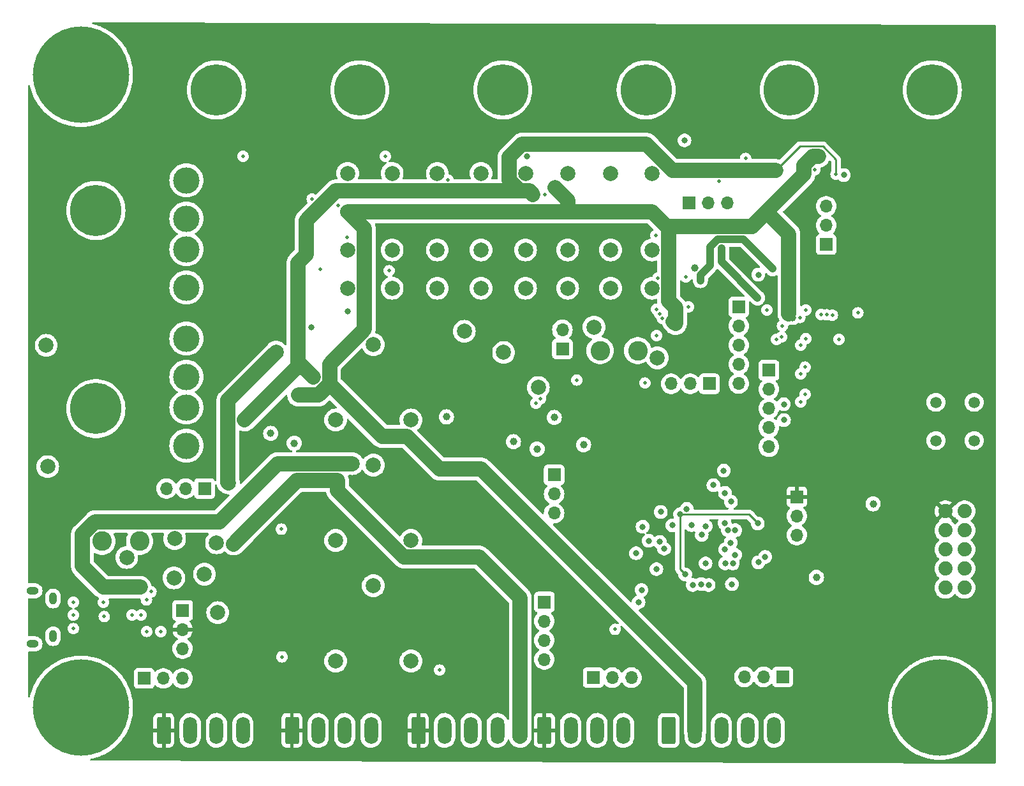
<source format=gbr>
%TF.GenerationSoftware,KiCad,Pcbnew,7.0.9-7.0.9~ubuntu22.04.1*%
%TF.CreationDate,2023-11-29T19:20:39+01:00*%
%TF.ProjectId,battery-management-system,62617474-6572-4792-9d6d-616e6167656d,rev?*%
%TF.SameCoordinates,Original*%
%TF.FileFunction,Copper,L2,Inr*%
%TF.FilePolarity,Positive*%
%FSLAX46Y46*%
G04 Gerber Fmt 4.6, Leading zero omitted, Abs format (unit mm)*
G04 Created by KiCad (PCBNEW 7.0.9-7.0.9~ubuntu22.04.1) date 2023-11-29 19:20:39*
%MOMM*%
%LPD*%
G01*
G04 APERTURE LIST*
G04 Aperture macros list*
%AMRoundRect*
0 Rectangle with rounded corners*
0 $1 Rounding radius*
0 $2 $3 $4 $5 $6 $7 $8 $9 X,Y pos of 4 corners*
0 Add a 4 corners polygon primitive as box body*
4,1,4,$2,$3,$4,$5,$6,$7,$8,$9,$2,$3,0*
0 Add four circle primitives for the rounded corners*
1,1,$1+$1,$2,$3*
1,1,$1+$1,$4,$5*
1,1,$1+$1,$6,$7*
1,1,$1+$1,$8,$9*
0 Add four rect primitives between the rounded corners*
20,1,$1+$1,$2,$3,$4,$5,0*
20,1,$1+$1,$4,$5,$6,$7,0*
20,1,$1+$1,$6,$7,$8,$9,0*
20,1,$1+$1,$8,$9,$2,$3,0*%
G04 Aperture macros list end*
%TA.AperFunction,ComponentPad*%
%ADD10C,3.500000*%
%TD*%
%TA.AperFunction,ComponentPad*%
%ADD11C,2.000000*%
%TD*%
%TA.AperFunction,ComponentPad*%
%ADD12RoundRect,0.250000X-0.650000X-1.550000X0.650000X-1.550000X0.650000X1.550000X-0.650000X1.550000X0*%
%TD*%
%TA.AperFunction,ComponentPad*%
%ADD13O,1.800000X3.600000*%
%TD*%
%TA.AperFunction,ComponentPad*%
%ADD14C,6.800000*%
%TD*%
%TA.AperFunction,ComponentPad*%
%ADD15R,1.700000X1.700000*%
%TD*%
%TA.AperFunction,ComponentPad*%
%ADD16O,1.700000X1.700000*%
%TD*%
%TA.AperFunction,ComponentPad*%
%ADD17C,1.500000*%
%TD*%
%TA.AperFunction,ComponentPad*%
%ADD18C,2.600000*%
%TD*%
%TA.AperFunction,ComponentPad*%
%ADD19C,12.800000*%
%TD*%
%TA.AperFunction,ComponentPad*%
%ADD20C,1.879600*%
%TD*%
%TA.AperFunction,ComponentPad*%
%ADD21O,1.000000X1.600000*%
%TD*%
%TA.AperFunction,ComponentPad*%
%ADD22O,1.600000X1.000000*%
%TD*%
%TA.AperFunction,ViaPad*%
%ADD23C,0.800000*%
%TD*%
%TA.AperFunction,ViaPad*%
%ADD24C,0.500000*%
%TD*%
%TA.AperFunction,ViaPad*%
%ADD25C,1.000000*%
%TD*%
%TA.AperFunction,ViaPad*%
%ADD26C,2.000000*%
%TD*%
%TA.AperFunction,Conductor*%
%ADD27C,2.000000*%
%TD*%
%TA.AperFunction,Conductor*%
%ADD28C,0.250000*%
%TD*%
%TA.AperFunction,Conductor*%
%ADD29C,1.000000*%
%TD*%
G04 APERTURE END LIST*
D10*
%TO.N,Net-(J6-Pin_1)*%
%TO.C,F1*%
X42000000Y-42000000D03*
X42000000Y-47080000D03*
%TO.N,Net-(D13-K)*%
X42000000Y-51140000D03*
X42000000Y-56220000D03*
%TD*%
D11*
%TO.N,/Battery Pack/CELL3_MINUS*%
%TO.C,SW6*%
X87000000Y-41080000D03*
%TO.N,/5V*%
X87000000Y-46160000D03*
%TO.N,/Cell Balancing/CELL3*%
X87000000Y-51240000D03*
%TO.N,Net-(Q11-S)*%
X87000000Y-56320000D03*
%TD*%
D12*
%TO.N,GND*%
%TO.C,J9*%
X106000000Y-115000000D03*
D13*
%TO.N,/5V*%
X109500000Y-115000000D03*
%TO.N,/5V_EXT*%
X113000000Y-115000000D03*
%TO.N,/Interconnect/UART_RX*%
X116500000Y-115000000D03*
%TO.N,/Interconnect/UART_TX*%
X120000000Y-115000000D03*
%TD*%
D12*
%TO.N,/3V3*%
%TO.C,J18*%
X89500000Y-115000000D03*
D13*
%TO.N,/MCU/SCL*%
X93000000Y-115000000D03*
%TO.N,/MCU/SDA*%
X96500000Y-115000000D03*
%TO.N,GND*%
X100000000Y-115000000D03*
%TD*%
D12*
%TO.N,/3V3*%
%TO.C,J15*%
X39000000Y-115000000D03*
D13*
%TO.N,/MCU/SCL*%
X42500000Y-115000000D03*
%TO.N,/MCU/SDA*%
X46000000Y-115000000D03*
%TO.N,GND*%
X49500000Y-115000000D03*
%TD*%
D14*
%TO.N,/Battery Pack/CELL1_MINUS*%
%TO.C,J5*%
X122000000Y-30000000D03*
%TD*%
D15*
%TO.N,/CHARGE*%
%TO.C,J19*%
X111400000Y-69000000D03*
D16*
%TO.N,/DISCHARGE*%
X108860000Y-69000000D03*
%TO.N,GND*%
X106320000Y-69000000D03*
%TD*%
D11*
%TO.N,/Battery Pack/CELL2_MINUS*%
%TO.C,SW3*%
X98300000Y-41080000D03*
%TO.N,/5V*%
X98300000Y-46160000D03*
%TO.N,/Cell Balancing/CELL2*%
X98300000Y-51240000D03*
%TO.N,Net-(Q11-S)*%
X98300000Y-56320000D03*
%TD*%
D10*
%TO.N,Net-(J10-Pin_1)*%
%TO.C,F2*%
X42000000Y-63000000D03*
X42000000Y-68080000D03*
%TO.N,Net-(D14-K)*%
X42000000Y-72140000D03*
X42000000Y-77220000D03*
%TD*%
D17*
%TO.N,GND*%
%TO.C,RESET1*%
X146540000Y-76540000D03*
X146540000Y-71460000D03*
%TO.N,/MCU/NRST*%
X141460000Y-76540000D03*
X141460000Y-71460000D03*
%TD*%
D11*
%TO.N,/BALANCE_CAP_MINUS_RAW*%
%TO.C,C32*%
X66800000Y-95800000D03*
%TO.N,/BALANCE_CAP_PLUS_RAW*%
X61800000Y-105800000D03*
X71800000Y-105800000D03*
%TD*%
D14*
%TO.N,/Battery Pack/PACK*%
%TO.C,J1*%
X46000000Y-30000000D03*
%TD*%
%TO.N,Net-(J10-Pin_1)*%
%TO.C,J10*%
X30000000Y-72300000D03*
%TD*%
D18*
%TO.N,Net-(J24-Pin_1)*%
%TO.C,L1*%
X35800000Y-89900000D03*
%TO.N,Net-(U1-SW)*%
X30800000Y-89900000D03*
%TD*%
D11*
%TO.N,/BALANCE_CAP_MINUS_RAW*%
%TO.C,C30*%
X66800000Y-63800000D03*
%TO.N,/BALANCE_CAP_PLUS_RAW*%
X61800000Y-73800000D03*
X71800000Y-73800000D03*
%TD*%
%TO.N,/Battery Pack/CELL1_MINUS*%
%TO.C,SW1*%
X103800000Y-41080000D03*
%TO.N,/5V*%
X103800000Y-46160000D03*
%TO.N,/Cell Balancing/CELL1*%
X103800000Y-51240000D03*
%TO.N,Net-(Q11-S)*%
X103800000Y-56320000D03*
%TD*%
D15*
%TO.N,/EN_CELL_BALANCING*%
%TO.C,J22*%
X119300000Y-67200000D03*
D16*
%TO.N,/CELL_BALANCING_A0*%
X119300000Y-69740000D03*
%TO.N,/CELL_BALANCING_A1*%
X119300000Y-72280000D03*
%TO.N,/LIMIT_BALANCING_CURRENT*%
X119300000Y-74820000D03*
%TO.N,GND*%
X119300000Y-77360000D03*
%TD*%
D15*
%TO.N,/MCU/SCL*%
%TO.C,J11*%
X95975000Y-108000000D03*
D16*
%TO.N,/MCU/SDA*%
X98515000Y-108000000D03*
%TO.N,GND*%
X101055000Y-108000000D03*
%TD*%
D15*
%TO.N,/3V3*%
%TO.C,J12*%
X123000000Y-84000000D03*
D16*
%TO.N,Net-(J12-Pin_2)*%
X123000000Y-86540000D03*
%TO.N,GND*%
X123000000Y-89080000D03*
%TD*%
D12*
%TO.N,/3V3*%
%TO.C,J17*%
X72767500Y-115000000D03*
D13*
%TO.N,/MCU/SCL*%
X76267500Y-115000000D03*
%TO.N,/MCU/SDA*%
X79767500Y-115000000D03*
%TO.N,GND*%
X83267500Y-115000000D03*
%TD*%
D11*
%TO.N,/BALANCE_CAP_MINUS_RAW*%
%TO.C,C31*%
X66800000Y-79800000D03*
%TO.N,/BALANCE_CAP_PLUS_RAW*%
X61800000Y-89800000D03*
X71800000Y-89800000D03*
%TD*%
D15*
%TO.N,Net-(J23-Pin_1)*%
%TO.C,J23*%
X91900000Y-64375000D03*
D16*
%TO.N,/BALANCE_CAP_MINUS_RAW*%
X91900000Y-61835000D03*
%TD*%
D12*
%TO.N,/3V3*%
%TO.C,J16*%
X56000000Y-115000000D03*
D13*
%TO.N,/MCU/SCL*%
X59500000Y-115000000D03*
%TO.N,/MCU/SDA*%
X63000000Y-115000000D03*
%TO.N,GND*%
X66500000Y-115000000D03*
%TD*%
D15*
%TO.N,/MCU/UART_USB_TX*%
%TO.C,J21*%
X36400000Y-108100000D03*
D16*
%TO.N,/MCU/UART_USB_RX*%
X38940000Y-108100000D03*
%TO.N,GND*%
X41480000Y-108100000D03*
%TD*%
D15*
%TO.N,Net-(J14-Pin_1)*%
%TO.C,J14*%
X44425000Y-82900000D03*
D16*
%TO.N,/-5V*%
X41885000Y-82900000D03*
%TO.N,GND*%
X39345000Y-82900000D03*
%TD*%
D14*
%TO.N,Net-(J6-Pin_1)*%
%TO.C,J6*%
X30000000Y-46000000D03*
%TD*%
D15*
%TO.N,Net-(J24-Pin_1)*%
%TO.C,J24*%
X41500000Y-99075000D03*
D16*
%TO.N,/3V3*%
X41500000Y-101615000D03*
%TO.N,GND*%
X41500000Y-104155000D03*
%TD*%
D14*
%TO.N,/Battery Pack/CELL3_MINUS*%
%TO.C,J3*%
X84000000Y-30000000D03*
%TD*%
D15*
%TO.N,/Interconnect/UART_TX*%
%TO.C,J20*%
X121125000Y-107900000D03*
D16*
%TO.N,/Interconnect/UART_RX*%
X118585000Y-107900000D03*
%TO.N,GND*%
X116045000Y-107900000D03*
%TD*%
D19*
%TO.N,GND*%
%TO.C,H2*%
X28000000Y-112000000D03*
%TD*%
%TO.N,GND*%
%TO.C,H3*%
X142000000Y-112000000D03*
%TD*%
D11*
%TO.N,/Battery Pack/CELL2_MINUS*%
%TO.C,SW2*%
X92600000Y-41080000D03*
%TO.N,/5V*%
X92600000Y-46160000D03*
%TO.N,/Cell Balancing/CELL1*%
X92600000Y-51240000D03*
%TO.N,/BALANCE_CAP_PLUS_RAW*%
X92600000Y-56320000D03*
%TD*%
D20*
%TO.N,GND*%
%TO.C,U5*%
X142730000Y-88460000D03*
X142730000Y-91000000D03*
X142730000Y-96080000D03*
%TO.N,/MCU/NRST*%
X145270000Y-96080000D03*
%TO.N,unconnected-(U5-PadRXI)*%
X142730000Y-93540000D03*
%TO.N,/MCU/SWCLK*%
X145270000Y-88460000D03*
%TO.N,/MCU/SWDIO*%
X145270000Y-85920000D03*
%TO.N,unconnected-(U5-PadSWO)*%
X145270000Y-91000000D03*
%TO.N,unconnected-(U5-PadTXO)*%
X145270000Y-93540000D03*
%TO.N,/3V3*%
X142730000Y-85920000D03*
%TD*%
D14*
%TO.N,/Battery Pack/CELL4_MINUS*%
%TO.C,J2*%
X65000000Y-30000000D03*
%TD*%
D18*
%TO.N,Net-(J25-Pin_1)*%
%TO.C,L2*%
X101900000Y-64600000D03*
%TO.N,Net-(U2-SW)*%
X96900000Y-64600000D03*
%TD*%
D15*
%TO.N,/MCU/LED1*%
%TO.C,J13*%
X89500000Y-97960000D03*
D16*
%TO.N,/MCU/LED2*%
X89500000Y-100500000D03*
%TO.N,/MCU/LED3*%
X89500000Y-103040000D03*
%TO.N,GND*%
X89500000Y-105580000D03*
%TD*%
D15*
%TO.N,Net-(D25-K)*%
%TO.C,J26*%
X108675000Y-45000000D03*
D16*
%TO.N,/18V*%
X111215000Y-45000000D03*
%TO.N,GND*%
X113755000Y-45000000D03*
%TD*%
D21*
%TO.N,GND*%
%TO.C,J7*%
X24300000Y-97500000D03*
X24300000Y-102500000D03*
D22*
X21600000Y-96475000D03*
X21600000Y-103525000D03*
%TD*%
D14*
%TO.N,GND*%
%TO.C,J8*%
X141000000Y-30000000D03*
%TD*%
D15*
%TO.N,/Cell Balancing/CELL1*%
%TO.C,J27*%
X115300000Y-58800000D03*
D16*
%TO.N,/Cell Balancing/CELL2*%
X115300000Y-61340000D03*
%TO.N,/Cell Balancing/CELL3*%
X115300000Y-63880000D03*
%TO.N,/Cell Balancing/CELL4*%
X115300000Y-66420000D03*
%TO.N,GND*%
X115300000Y-68960000D03*
%TD*%
D11*
%TO.N,/Battery Pack/PACK*%
%TO.C,SW7*%
X63400000Y-41080000D03*
%TO.N,/5V*%
X63400000Y-46160000D03*
%TO.N,/Cell Balancing/CELL4*%
X63400000Y-51240000D03*
%TO.N,/BALANCE_CAP_PLUS_RAW*%
X63400000Y-56320000D03*
%TD*%
%TO.N,/Battery Pack/CELL4_MINUS*%
%TO.C,SW8*%
X75300000Y-41080000D03*
%TO.N,/5V*%
X75300000Y-46160000D03*
%TO.N,/Cell Balancing/CELL4*%
X75300000Y-51240000D03*
%TO.N,Net-(Q11-S)*%
X75300000Y-56320000D03*
%TD*%
D14*
%TO.N,/Battery Pack/CELL2_MINUS*%
%TO.C,J4*%
X103000000Y-30000000D03*
%TD*%
D19*
%TO.N,GND*%
%TO.C,H1*%
X28000000Y-28000000D03*
%TD*%
D15*
%TO.N,/Power Supply/9V4*%
%TO.C,J28*%
X126900000Y-50525000D03*
D16*
%TO.N,Net-(D24-A)*%
X126900000Y-47985000D03*
%TO.N,GND*%
X126900000Y-45445000D03*
%TD*%
D11*
%TO.N,/Battery Pack/CELL4_MINUS*%
%TO.C,SW5*%
X69300000Y-41080000D03*
%TO.N,/5V*%
X69300000Y-46160000D03*
%TO.N,/Cell Balancing/CELL3*%
X69300000Y-51240000D03*
%TO.N,/BALANCE_CAP_PLUS_RAW*%
X69300000Y-56320000D03*
%TD*%
%TO.N,/Battery Pack/CELL3_MINUS*%
%TO.C,SW4*%
X81100000Y-41080000D03*
%TO.N,/5V*%
X81100000Y-46160000D03*
%TO.N,/Cell Balancing/CELL2*%
X81100000Y-51240000D03*
%TO.N,/BALANCE_CAP_PLUS_RAW*%
X81100000Y-56320000D03*
%TD*%
D15*
%TO.N,Net-(J25-Pin_1)*%
%TO.C,J25*%
X90800000Y-81100000D03*
D16*
%TO.N,Net-(D20-A)*%
X90800000Y-83640000D03*
%TO.N,GND*%
X90800000Y-86180000D03*
%TD*%
D23*
%TO.N,/-5V*%
X58800000Y-68100000D03*
D24*
X120200000Y-40700000D03*
X88000000Y-43900000D03*
X73700000Y-43400000D03*
X128212483Y-41187517D03*
D25*
X49700000Y-73800000D03*
D26*
%TO.N,GND*%
X23400000Y-63900000D03*
D23*
X129239831Y-41301484D03*
D25*
X56300000Y-76900000D03*
X88537715Y-77662285D03*
D24*
X123500000Y-67700000D03*
D23*
X87200000Y-38800000D03*
X114264751Y-84638705D03*
X109200000Y-95700000D03*
D24*
X68900000Y-54000000D03*
X120300000Y-63100000D03*
X31000000Y-98000000D03*
X36700000Y-97700000D03*
D26*
X96100000Y-61500000D03*
D25*
X109500000Y-53600000D03*
D23*
X108100000Y-36700000D03*
X63405799Y-59406299D03*
D26*
X40340820Y-94769001D03*
D25*
X133131250Y-84931250D03*
D24*
X125400000Y-40600000D03*
D25*
X125600000Y-94700000D03*
D23*
X117900000Y-54525500D03*
D24*
X112675500Y-42149500D03*
D25*
X76500000Y-73400000D03*
D23*
X58600000Y-61500000D03*
D24*
X131100000Y-59600000D03*
D23*
X113315825Y-80528022D03*
D26*
X78873498Y-62035134D03*
D24*
X36000000Y-99700000D03*
X123500000Y-63900000D03*
D25*
X53200000Y-75600000D03*
D26*
X23600000Y-80000000D03*
D23*
X109042185Y-87772866D03*
D24*
X123400000Y-60200000D03*
X123500000Y-71400000D03*
X128600000Y-63100000D03*
X62100000Y-45300000D03*
X75595000Y-107000000D03*
D25*
X94700000Y-77100000D03*
D26*
X40431250Y-89568750D03*
D24*
X54695000Y-105242500D03*
X98903721Y-101596279D03*
X116200000Y-39100000D03*
X31100000Y-99900000D03*
D26*
X104483099Y-65560855D03*
D24*
X49500000Y-38800000D03*
D23*
X113480106Y-90986171D03*
D26*
X46156547Y-99374500D03*
D24*
X54600000Y-88300000D03*
X68400000Y-38800000D03*
D26*
%TO.N,Net-(U1-SW)*%
X46000000Y-90100000D03*
X34080141Y-92053512D03*
D23*
%TO.N,/5V_USB*%
X28087701Y-91512299D03*
X28200000Y-93524500D03*
D26*
X63999500Y-79600000D03*
D24*
X36000000Y-96600000D03*
D23*
%TO.N,/3V3*%
X111500000Y-78400000D03*
X139200000Y-72900000D03*
D24*
X123200000Y-105600000D03*
X51800000Y-108800000D03*
X131700000Y-44900000D03*
X114100000Y-105500000D03*
D25*
X33800000Y-106900000D03*
D24*
X132400000Y-46200000D03*
X127300000Y-63200000D03*
X54400000Y-90900000D03*
D25*
X121900000Y-94600000D03*
D24*
X119600000Y-57500000D03*
X79500000Y-105200000D03*
%TO.N,Net-(J7-VCC)*%
X27000000Y-98000000D03*
D26*
%TO.N,Net-(D3-K)*%
X44399499Y-94272011D03*
X48250564Y-90267107D03*
X86300000Y-115800500D03*
D24*
%TO.N,Net-(D6-K)*%
X37300000Y-96600000D03*
%TO.N,Net-(D7-K)*%
X34800000Y-99700000D03*
%TO.N,/PACK_EXT*%
X63300000Y-49600000D03*
D26*
X53900000Y-64800000D03*
X47577263Y-82150498D03*
D24*
X59800000Y-53800000D03*
%TO.N,Net-(J7-D-)*%
X27000000Y-99700000D03*
%TO.N,Net-(J7-D+)*%
X27000000Y-101500000D03*
%TO.N,/MCU/UART_USB_RX*%
X38622500Y-101900000D03*
D23*
X104825049Y-89999549D03*
D24*
%TO.N,/MCU/UART_USB_TX*%
X36717500Y-101870000D03*
D23*
X105400000Y-90900000D03*
%TO.N,/Interconnect/UART_RX*%
X110300000Y-95600000D03*
%TO.N,Net-(J12-Pin_2)*%
X108200000Y-94300000D03*
X107500000Y-86323366D03*
X117822631Y-87522631D03*
D25*
%TO.N,Net-(U2-FB{slash}VOUT)*%
X90815676Y-73478329D03*
X85400000Y-76700000D03*
D23*
%TO.N,/MCU/SCL*%
X110904636Y-87904636D03*
%TO.N,/MCU/SDA*%
X111943750Y-82456250D03*
X110392676Y-89052992D03*
X113474500Y-83500000D03*
%TO.N,/MCU/SWDIO*%
X101673805Y-91500155D03*
X102541495Y-87979571D03*
X106488893Y-87789600D03*
X102000000Y-98000000D03*
%TO.N,/MCU/SWCLK*%
X102397945Y-96375346D03*
X104950500Y-86000000D03*
X108400000Y-85598866D03*
X103337299Y-89837299D03*
%TO.N,/Interconnect/UART_TX*%
X111300000Y-95700000D03*
D24*
%TO.N,/5V*%
X90900000Y-43000000D03*
D25*
X106910000Y-61010000D03*
X122450000Y-60199500D03*
D23*
X56900000Y-70512500D03*
D26*
X75578769Y-80321231D03*
D24*
X125900000Y-38800000D03*
D25*
X67988730Y-76000000D03*
D24*
%TO.N,/Cell Balancing/CELL1*%
X124200000Y-59200000D03*
X119026623Y-59199750D03*
X104313150Y-49325500D03*
%TO.N,/Cell Balancing/CELL2*%
X105175500Y-60322706D03*
X121100000Y-61300000D03*
X124200000Y-63000000D03*
%TO.N,/Cell Balancing/CELL3*%
X104800000Y-59700000D03*
X124100000Y-66800000D03*
D23*
%TO.N,/Cell Measurement/CELL3*%
X117900000Y-92700000D03*
D24*
X76700000Y-41950500D03*
%TO.N,/Cell Measurement/CELL4*%
X108647352Y-58799500D03*
D23*
X114515281Y-92851880D03*
D24*
%TO.N,/Cell Measurement/CELL1*%
X108287940Y-54799303D03*
D23*
X114800000Y-91700000D03*
%TO.N,/Cell Measurement/CELL2*%
X118800000Y-91974500D03*
D24*
X89600000Y-43919177D03*
%TO.N,/Cell Balancing/CELL4*%
X124100000Y-70400000D03*
X104400000Y-59100000D03*
X104550500Y-55000000D03*
%TO.N,/Cell Measurement/BALANCE_CAP_PLUS*%
X88374346Y-71574500D03*
D23*
X114400000Y-95600000D03*
%TO.N,/Cell Measurement/BALANCE_CAP_MINUS*%
X113496164Y-92847317D03*
D24*
X89000000Y-71000000D03*
%TO.N,/CHARGE*%
X58693677Y-44493677D03*
D23*
X113838763Y-88401826D03*
D24*
%TO.N,/DISCHARGE*%
X104400000Y-62600000D03*
D23*
X113421256Y-87493700D03*
D24*
%TO.N,/EN_CELL_BALANCING*%
X126200000Y-59800000D03*
D23*
%TO.N,/CELL_BALANCING_A0*%
X121300000Y-73824500D03*
D24*
X126956233Y-59856233D03*
D23*
X121280000Y-71720000D03*
X114220664Y-90100000D03*
D24*
%TO.N,/CELL_BALANCING_A1*%
X127712082Y-59910306D03*
D23*
X114837113Y-88449809D03*
D24*
%TO.N,/LIMIT_BALANCING_CURRENT*%
X121000000Y-62800000D03*
D23*
%TO.N,/Battery Pack/CHARGE_AVAILABLE*%
X110900032Y-92829328D03*
X104375195Y-93600000D03*
D24*
%TO.N,Net-(Q11-G)*%
X93800000Y-68500000D03*
X102849500Y-68900000D03*
D26*
%TO.N,Net-(Q11-S)*%
X88700000Y-69500000D03*
X84100000Y-64850500D03*
D23*
%TO.N,/Power Supply/9V4*%
X119800000Y-53700000D03*
X110200000Y-55300000D03*
%TO.N,/18V*%
X113000000Y-51000000D03*
D25*
X117800000Y-57600000D03*
%TD*%
D27*
%TO.N,/-5V*%
X61837258Y-43400000D02*
X57900000Y-47337258D01*
D28*
X123425000Y-37475000D02*
X120200000Y-40700000D01*
D27*
X74900000Y-43400000D02*
X87500000Y-43400000D01*
X87500000Y-43400000D02*
X88000000Y-43900000D01*
X56800000Y-66100000D02*
X57550000Y-66850000D01*
X106531270Y-40700000D02*
X120200000Y-40700000D01*
X57900000Y-51862742D02*
X56800000Y-52962742D01*
X57550000Y-66850000D02*
X56650000Y-66850000D01*
D28*
X128212483Y-41187517D02*
X128212483Y-39238650D01*
D27*
X103031270Y-37200000D02*
X106531270Y-40700000D01*
X87500000Y-43400000D02*
X86208730Y-43400000D01*
X84800000Y-38937258D02*
X86537258Y-37200000D01*
D28*
X126448833Y-37475000D02*
X123425000Y-37475000D01*
D27*
X74900000Y-43400000D02*
X61837258Y-43400000D01*
X56650000Y-66850000D02*
X49700000Y-73800000D01*
X56800000Y-52962742D02*
X56800000Y-66100000D01*
X84800000Y-41991270D02*
X84800000Y-38937258D01*
X57550000Y-66850000D02*
X58800000Y-68100000D01*
X86208730Y-43400000D02*
X84800000Y-41991270D01*
X73700000Y-43400000D02*
X74900000Y-43400000D01*
D28*
X128212483Y-39238650D02*
X126448833Y-37475000D01*
D27*
X57900000Y-47337258D02*
X57900000Y-51862742D01*
X86537258Y-37200000D02*
X103031270Y-37200000D01*
%TO.N,/5V_USB*%
X28200000Y-88964466D02*
X29864466Y-87300000D01*
X54100000Y-79600000D02*
X46400000Y-87300000D01*
X63999500Y-79600000D02*
X54100000Y-79600000D01*
X28200000Y-93200000D02*
X28200000Y-88964466D01*
X30999390Y-95999390D02*
X35850000Y-95999390D01*
X28200000Y-93200000D02*
X30999390Y-95999390D01*
X29864466Y-87300000D02*
X46400000Y-87300000D01*
%TO.N,Net-(D3-K)*%
X80869848Y-92000000D02*
X70888730Y-92000000D01*
X80869848Y-92000000D02*
X86300000Y-97430152D01*
X70888730Y-92000000D02*
X62044365Y-83155635D01*
X56662036Y-81855635D02*
X48250564Y-90267107D01*
X62044365Y-81855635D02*
X56662036Y-81855635D01*
X86300000Y-97430152D02*
X86300000Y-115800500D01*
X62044365Y-83155635D02*
X62044365Y-81855635D01*
%TO.N,/PACK_EXT*%
X47500000Y-71200000D02*
X47500000Y-75700000D01*
X53900000Y-64800000D02*
X47500000Y-71200000D01*
X47500000Y-82073235D02*
X47577263Y-82150498D01*
X47500000Y-75700000D02*
X47500000Y-82073235D01*
D28*
%TO.N,Net-(J12-Pin_2)*%
X117822631Y-87522631D02*
X116623366Y-86323366D01*
X107500000Y-93600000D02*
X108200000Y-94300000D01*
X107500000Y-86323366D02*
X107500000Y-93600000D01*
X116623366Y-86323366D02*
X107500000Y-86323366D01*
D27*
%TO.N,/5V*%
X65600000Y-48360000D02*
X65600000Y-61800000D01*
X75578769Y-80321231D02*
X71257538Y-76000000D01*
X106261000Y-48100000D02*
X117050610Y-48100000D01*
X118990610Y-46160000D02*
X121950000Y-49119390D01*
X92600000Y-46160000D02*
X92600000Y-44700000D01*
X63400000Y-46160000D02*
X65600000Y-48360000D01*
X92600000Y-46160000D02*
X87000000Y-46160000D01*
X121950000Y-49119390D02*
X121950000Y-59699500D01*
X65600000Y-61800000D02*
X61000000Y-66400000D01*
X117050610Y-48100000D02*
X118990610Y-46160000D01*
X61000000Y-66400000D02*
X61000000Y-69011270D01*
X67988730Y-76000000D02*
X61000000Y-69011270D01*
X81121231Y-80321231D02*
X75578769Y-80321231D01*
X69300000Y-46160000D02*
X75300000Y-46160000D01*
X106910000Y-61010000D02*
X106625000Y-60725000D01*
X98300000Y-46160000D02*
X92600000Y-46160000D01*
X118990610Y-46160000D02*
X123950000Y-41200610D01*
X92600000Y-44700000D02*
X90900000Y-43000000D01*
X71257538Y-76000000D02*
X67988730Y-76000000D01*
X59498770Y-70512500D02*
X56900000Y-70512500D01*
X81100000Y-46160000D02*
X75300000Y-46160000D01*
X123950000Y-41200610D02*
X123950000Y-39999390D01*
X81100000Y-46160000D02*
X87000000Y-46160000D01*
X125149390Y-38800000D02*
X125900000Y-38800000D01*
X109500000Y-115000000D02*
X109500000Y-108700000D01*
X106000500Y-48360500D02*
X106261000Y-48100000D01*
X106000500Y-58000500D02*
X106910000Y-58910000D01*
X123950000Y-39999390D02*
X125149390Y-38800000D01*
X109500000Y-108700000D02*
X81121231Y-80321231D01*
X103800000Y-46160000D02*
X106000500Y-48360500D01*
X106910000Y-58910000D02*
X106910000Y-61010000D01*
X98300000Y-46160000D02*
X103800000Y-46160000D01*
X63400000Y-46160000D02*
X69300000Y-46160000D01*
X106000500Y-48360500D02*
X106000500Y-58000500D01*
X61000000Y-69011270D02*
X59498770Y-70512500D01*
D29*
%TO.N,/Power Supply/9V4*%
X110200000Y-54597057D02*
X111500001Y-53297056D01*
X110200000Y-55300000D02*
X110200000Y-54597057D01*
X112502944Y-49800000D02*
X115900000Y-49800000D01*
X115900000Y-49800000D02*
X119800000Y-53700000D01*
X111500001Y-50802943D02*
X112502944Y-49800000D01*
X111500001Y-53297056D02*
X111500001Y-50802943D01*
%TO.N,/18V*%
X113000000Y-52800000D02*
X113000000Y-51000000D01*
X117800000Y-57600000D02*
X113000000Y-52800000D01*
%TD*%
%TA.AperFunction,Conductor*%
%TO.N,/3V3*%
G36*
X143909941Y-86746389D02*
G01*
X143926945Y-86744625D01*
X143944260Y-86729849D01*
X144013491Y-86720425D01*
X144076827Y-86749926D01*
X144098730Y-86775204D01*
X144123171Y-86812613D01*
X144285731Y-86989201D01*
X144285734Y-86989203D01*
X144285737Y-86989206D01*
X144417995Y-87092147D01*
X144458808Y-87148857D01*
X144462483Y-87218630D01*
X144427851Y-87279313D01*
X144417995Y-87287853D01*
X144285737Y-87390793D01*
X144285734Y-87390796D01*
X144123172Y-87567385D01*
X144123169Y-87567389D01*
X144103808Y-87597024D01*
X144050661Y-87642381D01*
X143981430Y-87651804D01*
X143918094Y-87622301D01*
X143896192Y-87597024D01*
X143876830Y-87567389D01*
X143876829Y-87567387D01*
X143714269Y-87390799D01*
X143575081Y-87282465D01*
X143534270Y-87225756D01*
X143530595Y-87155983D01*
X143556550Y-87110501D01*
X143557158Y-87100711D01*
X142869599Y-86413152D01*
X142874592Y-86412435D01*
X143007470Y-86351752D01*
X143117869Y-86256090D01*
X143196845Y-86133201D01*
X143219521Y-86055969D01*
X143909941Y-86746389D01*
G37*
%TD.AperFunction*%
%TA.AperFunction,Conductor*%
G36*
X149276389Y-21399614D02*
G01*
X149343364Y-21419507D01*
X149388954Y-21472453D01*
X149400000Y-21523613D01*
X149400000Y-119275613D01*
X149380315Y-119342652D01*
X149327511Y-119388407D01*
X149275614Y-119399612D01*
X29348729Y-119026008D01*
X29281751Y-119006115D01*
X29236161Y-118953169D01*
X29226433Y-118883980D01*
X29255655Y-118820515D01*
X29314551Y-118782924D01*
X29326051Y-118780173D01*
X29447653Y-118757165D01*
X29538364Y-118740002D01*
X30037730Y-118606197D01*
X30037730Y-118606196D01*
X30037741Y-118606194D01*
X30432429Y-118468086D01*
X30525717Y-118435444D01*
X30525719Y-118435442D01*
X30525725Y-118435441D01*
X30999583Y-118228699D01*
X31211240Y-118116834D01*
X31456664Y-117987125D01*
X31456663Y-117987126D01*
X31894417Y-117712067D01*
X32310390Y-117405064D01*
X32310393Y-117405062D01*
X32608244Y-117148740D01*
X32702259Y-117067834D01*
X33067834Y-116702259D01*
X33177110Y-116575277D01*
X33405062Y-116310393D01*
X33712065Y-115894420D01*
X33733835Y-115859773D01*
X33987126Y-115456663D01*
X34164115Y-115121781D01*
X34228699Y-114999583D01*
X34337591Y-114750000D01*
X37600000Y-114750000D01*
X38454118Y-114750000D01*
X38415444Y-114843369D01*
X38394823Y-115000000D01*
X38415444Y-115156631D01*
X38454118Y-115250000D01*
X37600001Y-115250000D01*
X37600001Y-116599986D01*
X37610494Y-116702697D01*
X37665641Y-116869119D01*
X37665643Y-116869124D01*
X37757684Y-117018345D01*
X37881654Y-117142315D01*
X38030875Y-117234356D01*
X38030880Y-117234358D01*
X38197302Y-117289505D01*
X38197309Y-117289506D01*
X38300019Y-117299999D01*
X38749999Y-117299999D01*
X38750000Y-117299998D01*
X38750000Y-115545881D01*
X38843369Y-115584556D01*
X38960677Y-115600000D01*
X39039323Y-115600000D01*
X39156631Y-115584556D01*
X39250000Y-115545881D01*
X39250000Y-117299999D01*
X39699972Y-117299999D01*
X39699986Y-117299998D01*
X39802697Y-117289505D01*
X39969119Y-117234358D01*
X39969124Y-117234356D01*
X40118345Y-117142315D01*
X40242315Y-117018345D01*
X40334356Y-116869124D01*
X40334358Y-116869119D01*
X40389505Y-116702697D01*
X40389506Y-116702690D01*
X40399999Y-116599986D01*
X40400000Y-116599973D01*
X40400000Y-115959832D01*
X41091500Y-115959832D01*
X41106739Y-116138893D01*
X41167155Y-116370924D01*
X41167156Y-116370927D01*
X41265908Y-116589392D01*
X41265915Y-116589404D01*
X41344413Y-116705545D01*
X41400175Y-116788047D01*
X41415532Y-116804070D01*
X41566075Y-116961144D01*
X41566076Y-116961145D01*
X41758838Y-117103712D01*
X41758840Y-117103713D01*
X41758843Y-117103715D01*
X41972933Y-117211657D01*
X42202185Y-117281864D01*
X42440005Y-117312318D01*
X42679551Y-117302143D01*
X42913932Y-117251630D01*
X43136404Y-117162233D01*
X43340569Y-117036524D01*
X43520551Y-116878119D01*
X43671175Y-116691576D01*
X43788105Y-116482260D01*
X43867980Y-116256194D01*
X43884952Y-116157212D01*
X43908499Y-116019890D01*
X43908500Y-116019879D01*
X43908500Y-115959832D01*
X44591500Y-115959832D01*
X44606739Y-116138893D01*
X44667155Y-116370924D01*
X44667156Y-116370927D01*
X44765908Y-116589392D01*
X44765915Y-116589404D01*
X44844413Y-116705545D01*
X44900175Y-116788047D01*
X44915532Y-116804070D01*
X45066075Y-116961144D01*
X45066076Y-116961145D01*
X45258838Y-117103712D01*
X45258840Y-117103713D01*
X45258843Y-117103715D01*
X45472933Y-117211657D01*
X45702185Y-117281864D01*
X45940005Y-117312318D01*
X46179551Y-117302143D01*
X46413932Y-117251630D01*
X46636404Y-117162233D01*
X46840569Y-117036524D01*
X47020551Y-116878119D01*
X47171175Y-116691576D01*
X47288105Y-116482260D01*
X47367980Y-116256194D01*
X47384952Y-116157212D01*
X47408499Y-116019890D01*
X47408500Y-116019879D01*
X47408500Y-115959832D01*
X48091500Y-115959832D01*
X48106739Y-116138893D01*
X48167155Y-116370924D01*
X48167156Y-116370927D01*
X48265908Y-116589392D01*
X48265915Y-116589404D01*
X48344413Y-116705545D01*
X48400175Y-116788047D01*
X48415532Y-116804070D01*
X48566075Y-116961144D01*
X48566076Y-116961145D01*
X48758838Y-117103712D01*
X48758840Y-117103713D01*
X48758843Y-117103715D01*
X48972933Y-117211657D01*
X49202185Y-117281864D01*
X49440005Y-117312318D01*
X49679551Y-117302143D01*
X49913932Y-117251630D01*
X50136404Y-117162233D01*
X50340569Y-117036524D01*
X50520551Y-116878119D01*
X50671175Y-116691576D01*
X50788105Y-116482260D01*
X50867980Y-116256194D01*
X50884952Y-116157212D01*
X50908499Y-116019890D01*
X50908500Y-116019879D01*
X50908500Y-114750000D01*
X54600000Y-114750000D01*
X55454118Y-114750000D01*
X55415444Y-114843369D01*
X55394823Y-115000000D01*
X55415444Y-115156631D01*
X55454118Y-115250000D01*
X54600001Y-115250000D01*
X54600001Y-116599986D01*
X54610494Y-116702697D01*
X54665641Y-116869119D01*
X54665643Y-116869124D01*
X54757684Y-117018345D01*
X54881654Y-117142315D01*
X55030875Y-117234356D01*
X55030880Y-117234358D01*
X55197302Y-117289505D01*
X55197309Y-117289506D01*
X55300019Y-117299999D01*
X55749999Y-117299999D01*
X55750000Y-117299998D01*
X55750000Y-115545881D01*
X55843369Y-115584556D01*
X55960677Y-115600000D01*
X56039323Y-115600000D01*
X56156631Y-115584556D01*
X56250000Y-115545881D01*
X56250000Y-117299999D01*
X56699972Y-117299999D01*
X56699986Y-117299998D01*
X56802697Y-117289505D01*
X56969119Y-117234358D01*
X56969124Y-117234356D01*
X57118345Y-117142315D01*
X57242315Y-117018345D01*
X57334356Y-116869124D01*
X57334358Y-116869119D01*
X57389505Y-116702697D01*
X57389506Y-116702690D01*
X57399999Y-116599986D01*
X57400000Y-116599973D01*
X57400000Y-115959832D01*
X58091500Y-115959832D01*
X58106739Y-116138893D01*
X58167155Y-116370924D01*
X58167156Y-116370927D01*
X58265908Y-116589392D01*
X58265915Y-116589404D01*
X58344413Y-116705545D01*
X58400175Y-116788047D01*
X58415532Y-116804070D01*
X58566075Y-116961144D01*
X58566076Y-116961145D01*
X58758838Y-117103712D01*
X58758840Y-117103713D01*
X58758843Y-117103715D01*
X58972933Y-117211657D01*
X59202185Y-117281864D01*
X59440005Y-117312318D01*
X59679551Y-117302143D01*
X59913932Y-117251630D01*
X60136404Y-117162233D01*
X60340569Y-117036524D01*
X60520551Y-116878119D01*
X60671175Y-116691576D01*
X60788105Y-116482260D01*
X60867980Y-116256194D01*
X60884952Y-116157212D01*
X60908499Y-116019890D01*
X60908500Y-116019879D01*
X60908500Y-115959832D01*
X61591500Y-115959832D01*
X61606739Y-116138893D01*
X61667155Y-116370924D01*
X61667156Y-116370927D01*
X61765908Y-116589392D01*
X61765915Y-116589404D01*
X61844413Y-116705545D01*
X61900175Y-116788047D01*
X61915532Y-116804070D01*
X62066075Y-116961144D01*
X62066076Y-116961145D01*
X62258838Y-117103712D01*
X62258840Y-117103713D01*
X62258843Y-117103715D01*
X62472933Y-117211657D01*
X62702185Y-117281864D01*
X62940005Y-117312318D01*
X63179551Y-117302143D01*
X63413932Y-117251630D01*
X63636404Y-117162233D01*
X63840569Y-117036524D01*
X64020551Y-116878119D01*
X64171175Y-116691576D01*
X64288105Y-116482260D01*
X64367980Y-116256194D01*
X64384952Y-116157212D01*
X64408499Y-116019890D01*
X64408500Y-116019879D01*
X64408500Y-115959832D01*
X65091500Y-115959832D01*
X65106739Y-116138893D01*
X65167155Y-116370924D01*
X65167156Y-116370927D01*
X65265908Y-116589392D01*
X65265915Y-116589404D01*
X65344413Y-116705545D01*
X65400175Y-116788047D01*
X65415532Y-116804070D01*
X65566075Y-116961144D01*
X65566076Y-116961145D01*
X65758838Y-117103712D01*
X65758840Y-117103713D01*
X65758843Y-117103715D01*
X65972933Y-117211657D01*
X66202185Y-117281864D01*
X66440005Y-117312318D01*
X66679551Y-117302143D01*
X66913932Y-117251630D01*
X67136404Y-117162233D01*
X67340569Y-117036524D01*
X67520551Y-116878119D01*
X67671175Y-116691576D01*
X67788105Y-116482260D01*
X67867980Y-116256194D01*
X67884952Y-116157212D01*
X67908499Y-116019890D01*
X67908500Y-116019879D01*
X67908500Y-114750000D01*
X71367500Y-114750000D01*
X72221618Y-114750000D01*
X72182944Y-114843369D01*
X72162323Y-115000000D01*
X72182944Y-115156631D01*
X72221618Y-115250000D01*
X71367501Y-115250000D01*
X71367501Y-116599986D01*
X71377994Y-116702697D01*
X71433141Y-116869119D01*
X71433143Y-116869124D01*
X71525184Y-117018345D01*
X71649154Y-117142315D01*
X71798375Y-117234356D01*
X71798380Y-117234358D01*
X71964802Y-117289505D01*
X71964809Y-117289506D01*
X72067519Y-117299999D01*
X72517499Y-117299999D01*
X72517500Y-117299998D01*
X72517500Y-115545881D01*
X72610869Y-115584556D01*
X72728177Y-115600000D01*
X72806823Y-115600000D01*
X72924131Y-115584556D01*
X73017500Y-115545881D01*
X73017500Y-117299999D01*
X73467472Y-117299999D01*
X73467486Y-117299998D01*
X73570197Y-117289505D01*
X73736619Y-117234358D01*
X73736624Y-117234356D01*
X73885845Y-117142315D01*
X74009815Y-117018345D01*
X74101856Y-116869124D01*
X74101858Y-116869119D01*
X74157005Y-116702697D01*
X74157006Y-116702690D01*
X74167499Y-116599986D01*
X74167500Y-116599973D01*
X74167500Y-115959832D01*
X74859000Y-115959832D01*
X74874239Y-116138893D01*
X74934655Y-116370924D01*
X74934656Y-116370927D01*
X75033408Y-116589392D01*
X75033415Y-116589404D01*
X75111913Y-116705545D01*
X75167675Y-116788047D01*
X75183032Y-116804070D01*
X75333575Y-116961144D01*
X75333576Y-116961145D01*
X75526338Y-117103712D01*
X75526340Y-117103713D01*
X75526343Y-117103715D01*
X75740433Y-117211657D01*
X75969685Y-117281864D01*
X76207505Y-117312318D01*
X76447051Y-117302143D01*
X76681432Y-117251630D01*
X76903904Y-117162233D01*
X77108069Y-117036524D01*
X77288051Y-116878119D01*
X77438675Y-116691576D01*
X77555605Y-116482260D01*
X77635480Y-116256194D01*
X77652452Y-116157212D01*
X77675999Y-116019890D01*
X77676000Y-116019879D01*
X77676000Y-115959832D01*
X78359000Y-115959832D01*
X78374239Y-116138893D01*
X78434655Y-116370924D01*
X78434656Y-116370927D01*
X78533408Y-116589392D01*
X78533415Y-116589404D01*
X78611913Y-116705545D01*
X78667675Y-116788047D01*
X78683032Y-116804070D01*
X78833575Y-116961144D01*
X78833576Y-116961145D01*
X79026338Y-117103712D01*
X79026340Y-117103713D01*
X79026343Y-117103715D01*
X79240433Y-117211657D01*
X79469685Y-117281864D01*
X79707505Y-117312318D01*
X79947051Y-117302143D01*
X80181432Y-117251630D01*
X80403904Y-117162233D01*
X80608069Y-117036524D01*
X80788051Y-116878119D01*
X80938675Y-116691576D01*
X81055605Y-116482260D01*
X81135480Y-116256194D01*
X81152452Y-116157212D01*
X81175999Y-116019890D01*
X81176000Y-116019879D01*
X81176000Y-114040168D01*
X81160760Y-113861106D01*
X81100344Y-113629075D01*
X81100343Y-113629072D01*
X81001591Y-113410607D01*
X81001584Y-113410595D01*
X80867324Y-113211952D01*
X80867322Y-113211950D01*
X80701424Y-113038855D01*
X80701423Y-113038854D01*
X80508661Y-112896287D01*
X80501424Y-112892638D01*
X80294567Y-112788343D01*
X80065315Y-112718136D01*
X80065313Y-112718135D01*
X80065311Y-112718135D01*
X79827489Y-112687681D01*
X79587952Y-112697856D01*
X79587948Y-112697856D01*
X79353566Y-112748370D01*
X79353565Y-112748370D01*
X79131099Y-112837765D01*
X78926929Y-112963477D01*
X78746948Y-113121881D01*
X78746944Y-113121885D01*
X78596324Y-113308424D01*
X78479395Y-113517738D01*
X78399521Y-113743802D01*
X78399518Y-113743812D01*
X78359000Y-113980109D01*
X78359000Y-115959832D01*
X77676000Y-115959832D01*
X77676000Y-114040168D01*
X77660760Y-113861106D01*
X77600344Y-113629075D01*
X77600343Y-113629072D01*
X77501591Y-113410607D01*
X77501584Y-113410595D01*
X77367324Y-113211952D01*
X77367322Y-113211950D01*
X77201424Y-113038855D01*
X77201423Y-113038854D01*
X77008661Y-112896287D01*
X77001424Y-112892638D01*
X76794567Y-112788343D01*
X76565315Y-112718136D01*
X76565313Y-112718135D01*
X76565311Y-112718135D01*
X76327489Y-112687681D01*
X76087952Y-112697856D01*
X76087948Y-112697856D01*
X75853566Y-112748370D01*
X75853565Y-112748370D01*
X75631099Y-112837765D01*
X75426929Y-112963477D01*
X75246948Y-113121881D01*
X75246944Y-113121885D01*
X75096324Y-113308424D01*
X74979395Y-113517738D01*
X74899521Y-113743802D01*
X74899518Y-113743812D01*
X74859000Y-113980109D01*
X74859000Y-115959832D01*
X74167500Y-115959832D01*
X74167500Y-115250000D01*
X73313382Y-115250000D01*
X73352056Y-115156631D01*
X73372677Y-115000000D01*
X73352056Y-114843369D01*
X73313382Y-114750000D01*
X74167499Y-114750000D01*
X74167499Y-113400028D01*
X74167498Y-113400013D01*
X74157005Y-113297302D01*
X74101858Y-113130880D01*
X74101856Y-113130875D01*
X74009815Y-112981654D01*
X73885845Y-112857684D01*
X73736624Y-112765643D01*
X73736619Y-112765641D01*
X73570197Y-112710494D01*
X73570190Y-112710493D01*
X73467486Y-112700000D01*
X73017500Y-112700000D01*
X73017500Y-114454118D01*
X72924131Y-114415444D01*
X72806823Y-114400000D01*
X72728177Y-114400000D01*
X72610869Y-114415444D01*
X72517500Y-114454118D01*
X72517500Y-112700000D01*
X72067528Y-112700000D01*
X72067512Y-112700001D01*
X71964802Y-112710494D01*
X71798380Y-112765641D01*
X71798375Y-112765643D01*
X71649154Y-112857684D01*
X71525184Y-112981654D01*
X71433143Y-113130875D01*
X71433141Y-113130880D01*
X71377994Y-113297302D01*
X71377993Y-113297309D01*
X71367500Y-113400013D01*
X71367500Y-114750000D01*
X67908500Y-114750000D01*
X67908500Y-114040168D01*
X67893260Y-113861106D01*
X67832844Y-113629075D01*
X67832843Y-113629072D01*
X67734091Y-113410607D01*
X67734084Y-113410595D01*
X67599824Y-113211952D01*
X67599822Y-113211950D01*
X67433924Y-113038855D01*
X67433923Y-113038854D01*
X67241161Y-112896287D01*
X67233924Y-112892638D01*
X67027067Y-112788343D01*
X66797815Y-112718136D01*
X66797813Y-112718135D01*
X66797811Y-112718135D01*
X66559989Y-112687681D01*
X66320452Y-112697856D01*
X66320448Y-112697856D01*
X66086066Y-112748370D01*
X66086065Y-112748370D01*
X65863599Y-112837765D01*
X65659429Y-112963477D01*
X65479448Y-113121881D01*
X65479444Y-113121885D01*
X65328824Y-113308424D01*
X65211895Y-113517738D01*
X65132021Y-113743802D01*
X65132018Y-113743812D01*
X65091500Y-113980109D01*
X65091500Y-115959832D01*
X64408500Y-115959832D01*
X64408500Y-114040168D01*
X64393260Y-113861106D01*
X64332844Y-113629075D01*
X64332843Y-113629072D01*
X64234091Y-113410607D01*
X64234084Y-113410595D01*
X64099824Y-113211952D01*
X64099822Y-113211950D01*
X63933924Y-113038855D01*
X63933923Y-113038854D01*
X63741161Y-112896287D01*
X63733924Y-112892638D01*
X63527067Y-112788343D01*
X63297815Y-112718136D01*
X63297813Y-112718135D01*
X63297811Y-112718135D01*
X63059989Y-112687681D01*
X62820452Y-112697856D01*
X62820448Y-112697856D01*
X62586066Y-112748370D01*
X62586065Y-112748370D01*
X62363599Y-112837765D01*
X62159429Y-112963477D01*
X61979448Y-113121881D01*
X61979444Y-113121885D01*
X61828824Y-113308424D01*
X61711895Y-113517738D01*
X61632021Y-113743802D01*
X61632018Y-113743812D01*
X61591500Y-113980109D01*
X61591500Y-115959832D01*
X60908500Y-115959832D01*
X60908500Y-114040168D01*
X60893260Y-113861106D01*
X60832844Y-113629075D01*
X60832843Y-113629072D01*
X60734091Y-113410607D01*
X60734084Y-113410595D01*
X60599824Y-113211952D01*
X60599822Y-113211950D01*
X60433924Y-113038855D01*
X60433923Y-113038854D01*
X60241161Y-112896287D01*
X60233924Y-112892638D01*
X60027067Y-112788343D01*
X59797815Y-112718136D01*
X59797813Y-112718135D01*
X59797811Y-112718135D01*
X59559989Y-112687681D01*
X59320452Y-112697856D01*
X59320448Y-112697856D01*
X59086066Y-112748370D01*
X59086065Y-112748370D01*
X58863599Y-112837765D01*
X58659429Y-112963477D01*
X58479448Y-113121881D01*
X58479444Y-113121885D01*
X58328824Y-113308424D01*
X58211895Y-113517738D01*
X58132021Y-113743802D01*
X58132018Y-113743812D01*
X58091500Y-113980109D01*
X58091500Y-115959832D01*
X57400000Y-115959832D01*
X57400000Y-115250000D01*
X56545882Y-115250000D01*
X56584556Y-115156631D01*
X56605177Y-115000000D01*
X56584556Y-114843369D01*
X56545882Y-114750000D01*
X57399999Y-114750000D01*
X57399999Y-113400028D01*
X57399998Y-113400013D01*
X57389505Y-113297302D01*
X57334358Y-113130880D01*
X57334356Y-113130875D01*
X57242315Y-112981654D01*
X57118345Y-112857684D01*
X56969124Y-112765643D01*
X56969119Y-112765641D01*
X56802697Y-112710494D01*
X56802690Y-112710493D01*
X56699986Y-112700000D01*
X56250000Y-112700000D01*
X56250000Y-114454118D01*
X56156631Y-114415444D01*
X56039323Y-114400000D01*
X55960677Y-114400000D01*
X55843369Y-114415444D01*
X55750000Y-114454118D01*
X55750000Y-112700000D01*
X55300028Y-112700000D01*
X55300012Y-112700001D01*
X55197302Y-112710494D01*
X55030880Y-112765641D01*
X55030875Y-112765643D01*
X54881654Y-112857684D01*
X54757684Y-112981654D01*
X54665643Y-113130875D01*
X54665641Y-113130880D01*
X54610494Y-113297302D01*
X54610493Y-113297309D01*
X54600000Y-113400013D01*
X54600000Y-114750000D01*
X50908500Y-114750000D01*
X50908500Y-114040168D01*
X50893260Y-113861106D01*
X50832844Y-113629075D01*
X50832843Y-113629072D01*
X50734091Y-113410607D01*
X50734084Y-113410595D01*
X50599824Y-113211952D01*
X50599822Y-113211950D01*
X50433924Y-113038855D01*
X50433923Y-113038854D01*
X50241161Y-112896287D01*
X50233924Y-112892638D01*
X50027067Y-112788343D01*
X49797815Y-112718136D01*
X49797813Y-112718135D01*
X49797811Y-112718135D01*
X49559989Y-112687681D01*
X49320452Y-112697856D01*
X49320448Y-112697856D01*
X49086066Y-112748370D01*
X49086065Y-112748370D01*
X48863599Y-112837765D01*
X48659429Y-112963477D01*
X48479448Y-113121881D01*
X48479444Y-113121885D01*
X48328824Y-113308424D01*
X48211895Y-113517738D01*
X48132021Y-113743802D01*
X48132018Y-113743812D01*
X48091500Y-113980109D01*
X48091500Y-115959832D01*
X47408500Y-115959832D01*
X47408500Y-114040168D01*
X47393260Y-113861106D01*
X47332844Y-113629075D01*
X47332843Y-113629072D01*
X47234091Y-113410607D01*
X47234084Y-113410595D01*
X47099824Y-113211952D01*
X47099822Y-113211950D01*
X46933924Y-113038855D01*
X46933923Y-113038854D01*
X46741161Y-112896287D01*
X46733924Y-112892638D01*
X46527067Y-112788343D01*
X46297815Y-112718136D01*
X46297813Y-112718135D01*
X46297811Y-112718135D01*
X46059989Y-112687681D01*
X45820452Y-112697856D01*
X45820448Y-112697856D01*
X45586066Y-112748370D01*
X45586065Y-112748370D01*
X45363599Y-112837765D01*
X45159429Y-112963477D01*
X44979448Y-113121881D01*
X44979444Y-113121885D01*
X44828824Y-113308424D01*
X44711895Y-113517738D01*
X44632021Y-113743802D01*
X44632018Y-113743812D01*
X44591500Y-113980109D01*
X44591500Y-115959832D01*
X43908500Y-115959832D01*
X43908500Y-114040168D01*
X43893260Y-113861106D01*
X43832844Y-113629075D01*
X43832843Y-113629072D01*
X43734091Y-113410607D01*
X43734084Y-113410595D01*
X43599824Y-113211952D01*
X43599822Y-113211950D01*
X43433924Y-113038855D01*
X43433923Y-113038854D01*
X43241161Y-112896287D01*
X43233924Y-112892638D01*
X43027067Y-112788343D01*
X42797815Y-112718136D01*
X42797813Y-112718135D01*
X42797811Y-112718135D01*
X42559989Y-112687681D01*
X42320452Y-112697856D01*
X42320448Y-112697856D01*
X42086066Y-112748370D01*
X42086065Y-112748370D01*
X41863599Y-112837765D01*
X41659429Y-112963477D01*
X41479448Y-113121881D01*
X41479444Y-113121885D01*
X41328824Y-113308424D01*
X41211895Y-113517738D01*
X41132021Y-113743802D01*
X41132018Y-113743812D01*
X41091500Y-113980109D01*
X41091500Y-115959832D01*
X40400000Y-115959832D01*
X40400000Y-115250000D01*
X39545882Y-115250000D01*
X39584556Y-115156631D01*
X39605177Y-115000000D01*
X39584556Y-114843369D01*
X39545882Y-114750000D01*
X40399999Y-114750000D01*
X40399999Y-113400028D01*
X40399998Y-113400013D01*
X40389505Y-113297302D01*
X40334358Y-113130880D01*
X40334356Y-113130875D01*
X40242315Y-112981654D01*
X40118345Y-112857684D01*
X39969124Y-112765643D01*
X39969119Y-112765641D01*
X39802697Y-112710494D01*
X39802690Y-112710493D01*
X39699986Y-112700000D01*
X39250000Y-112700000D01*
X39250000Y-114454118D01*
X39156631Y-114415444D01*
X39039323Y-114400000D01*
X38960677Y-114400000D01*
X38843369Y-114415444D01*
X38750000Y-114454118D01*
X38750000Y-112700000D01*
X38300028Y-112700000D01*
X38300012Y-112700001D01*
X38197302Y-112710494D01*
X38030880Y-112765641D01*
X38030875Y-112765643D01*
X37881654Y-112857684D01*
X37757684Y-112981654D01*
X37665643Y-113130875D01*
X37665641Y-113130880D01*
X37610494Y-113297302D01*
X37610493Y-113297309D01*
X37600000Y-113400013D01*
X37600000Y-114750000D01*
X34337591Y-114750000D01*
X34435441Y-114525725D01*
X34606194Y-114037741D01*
X34621634Y-113980119D01*
X34740002Y-113538364D01*
X34836120Y-113030369D01*
X34836119Y-113030369D01*
X34894004Y-112516629D01*
X34913334Y-112000000D01*
X34894004Y-111483371D01*
X34836119Y-110969631D01*
X34836120Y-110969631D01*
X34740002Y-110461636D01*
X34606197Y-109962270D01*
X34606196Y-109962269D01*
X34606194Y-109962259D01*
X34435441Y-109474275D01*
X34228699Y-109000417D01*
X34227767Y-108998654D01*
X35041500Y-108998654D01*
X35048011Y-109059202D01*
X35048011Y-109059204D01*
X35099111Y-109196204D01*
X35186739Y-109313261D01*
X35303796Y-109400889D01*
X35440799Y-109451989D01*
X35468050Y-109454918D01*
X35501345Y-109458499D01*
X35501362Y-109458500D01*
X37298638Y-109458500D01*
X37298654Y-109458499D01*
X37325692Y-109455591D01*
X37359201Y-109451989D01*
X37496204Y-109400889D01*
X37613261Y-109313261D01*
X37700889Y-109196204D01*
X37746138Y-109074887D01*
X37788009Y-109018956D01*
X37853474Y-108994539D01*
X37921746Y-109009391D01*
X37953545Y-109034236D01*
X38016760Y-109102906D01*
X38194424Y-109241189D01*
X38194425Y-109241189D01*
X38194427Y-109241191D01*
X38226410Y-109258499D01*
X38392426Y-109348342D01*
X38605365Y-109421444D01*
X38827431Y-109458500D01*
X39052569Y-109458500D01*
X39274635Y-109421444D01*
X39487574Y-109348342D01*
X39685576Y-109241189D01*
X39863240Y-109102906D01*
X39981089Y-108974889D01*
X40015715Y-108937276D01*
X40015715Y-108937275D01*
X40015722Y-108937268D01*
X40106193Y-108798790D01*
X40159338Y-108753437D01*
X40228569Y-108744013D01*
X40291905Y-108773515D01*
X40313804Y-108798787D01*
X40404278Y-108937268D01*
X40404283Y-108937273D01*
X40404284Y-108937276D01*
X40556756Y-109102902D01*
X40556761Y-109102907D01*
X40570064Y-109113261D01*
X40734424Y-109241189D01*
X40734425Y-109241189D01*
X40734427Y-109241191D01*
X40766410Y-109258499D01*
X40932426Y-109348342D01*
X41145365Y-109421444D01*
X41367431Y-109458500D01*
X41592569Y-109458500D01*
X41814635Y-109421444D01*
X42027574Y-109348342D01*
X42225576Y-109241189D01*
X42403240Y-109102906D01*
X42521089Y-108974889D01*
X42555715Y-108937276D01*
X42555717Y-108937273D01*
X42555722Y-108937268D01*
X42678860Y-108748791D01*
X42769296Y-108542616D01*
X42824564Y-108324368D01*
X42826870Y-108296540D01*
X42843156Y-108100005D01*
X42843156Y-108099994D01*
X42824565Y-107875640D01*
X42824563Y-107875628D01*
X42803088Y-107790826D01*
X42769296Y-107657384D01*
X42678860Y-107451209D01*
X42662706Y-107426484D01*
X42555723Y-107262734D01*
X42555715Y-107262723D01*
X42403243Y-107097097D01*
X42403238Y-107097092D01*
X42266427Y-106990607D01*
X42225576Y-106958811D01*
X42225575Y-106958810D01*
X42225572Y-106958808D01*
X42027580Y-106851661D01*
X42027577Y-106851659D01*
X42027574Y-106851658D01*
X42027571Y-106851657D01*
X42027569Y-106851656D01*
X41814637Y-106778556D01*
X41592569Y-106741500D01*
X41367431Y-106741500D01*
X41145362Y-106778556D01*
X40932430Y-106851656D01*
X40932419Y-106851661D01*
X40734427Y-106958808D01*
X40734422Y-106958812D01*
X40556761Y-107097092D01*
X40556756Y-107097097D01*
X40404284Y-107262723D01*
X40404276Y-107262734D01*
X40313808Y-107401206D01*
X40260662Y-107446562D01*
X40191431Y-107455986D01*
X40128095Y-107426484D01*
X40106192Y-107401206D01*
X40015723Y-107262734D01*
X40015715Y-107262723D01*
X39863243Y-107097097D01*
X39863238Y-107097092D01*
X39726427Y-106990607D01*
X39685576Y-106958811D01*
X39685575Y-106958810D01*
X39685572Y-106958808D01*
X39487580Y-106851661D01*
X39487577Y-106851659D01*
X39487574Y-106851658D01*
X39487571Y-106851657D01*
X39487569Y-106851656D01*
X39274637Y-106778556D01*
X39052569Y-106741500D01*
X38827431Y-106741500D01*
X38605362Y-106778556D01*
X38392430Y-106851656D01*
X38392419Y-106851661D01*
X38194427Y-106958808D01*
X38194422Y-106958812D01*
X38016761Y-107097092D01*
X37953548Y-107165760D01*
X37893661Y-107201750D01*
X37823823Y-107199649D01*
X37766207Y-107160124D01*
X37746138Y-107125110D01*
X37700889Y-107003796D01*
X37683857Y-106981044D01*
X37613261Y-106886739D01*
X37496204Y-106799111D01*
X37463034Y-106786739D01*
X37359203Y-106748011D01*
X37298654Y-106741500D01*
X37298638Y-106741500D01*
X35501362Y-106741500D01*
X35501345Y-106741500D01*
X35440797Y-106748011D01*
X35440795Y-106748011D01*
X35303795Y-106799111D01*
X35186739Y-106886739D01*
X35099111Y-107003795D01*
X35048011Y-107140795D01*
X35048011Y-107140797D01*
X35041500Y-107201345D01*
X35041500Y-108998654D01*
X34227767Y-108998654D01*
X34095711Y-108748791D01*
X33987125Y-108543336D01*
X33987126Y-108543337D01*
X33712067Y-108105583D01*
X33603146Y-107958000D01*
X33405062Y-107689607D01*
X33081107Y-107313165D01*
X33067834Y-107297741D01*
X32702259Y-106932166D01*
X32547646Y-106799111D01*
X32310393Y-106594938D01*
X31894420Y-106287935D01*
X31862049Y-106267595D01*
X31456663Y-106012874D01*
X31456664Y-106012875D01*
X31062154Y-105804371D01*
X30999583Y-105771301D01*
X30525725Y-105564559D01*
X30525719Y-105564557D01*
X30525717Y-105564556D01*
X30432429Y-105531913D01*
X30037741Y-105393806D01*
X30037730Y-105393803D01*
X29538364Y-105259998D01*
X29030369Y-105163880D01*
X28914805Y-105150860D01*
X28516629Y-105105996D01*
X28000000Y-105086666D01*
X27483371Y-105105996D01*
X27085194Y-105150860D01*
X26969631Y-105163880D01*
X26461636Y-105259998D01*
X25962270Y-105393803D01*
X25962259Y-105393806D01*
X25567570Y-105531913D01*
X25474283Y-105564556D01*
X25474280Y-105564557D01*
X25474275Y-105564559D01*
X25000417Y-105771301D01*
X24937846Y-105804371D01*
X24543336Y-106012875D01*
X24543337Y-106012874D01*
X24137951Y-106267595D01*
X24105580Y-106287935D01*
X23689607Y-106594938D01*
X23452354Y-106799111D01*
X23297741Y-106932166D01*
X22932166Y-107297741D01*
X22918893Y-107313165D01*
X22594938Y-107689607D01*
X22396855Y-107958000D01*
X22287933Y-108105583D01*
X22012874Y-108543337D01*
X22012875Y-108543336D01*
X21904289Y-108748791D01*
X21771301Y-109000417D01*
X21564559Y-109474275D01*
X21393806Y-109962259D01*
X21393803Y-109962269D01*
X21393803Y-109962270D01*
X21259998Y-110461636D01*
X21245838Y-110536474D01*
X21214033Y-110598685D01*
X21153644Y-110633826D01*
X21083842Y-110630738D01*
X21026791Y-110590404D01*
X21000602Y-110525627D01*
X21000000Y-110513421D01*
X21000000Y-104645645D01*
X21019685Y-104578606D01*
X21072489Y-104532851D01*
X21136152Y-104522242D01*
X21250453Y-104533500D01*
X21250456Y-104533500D01*
X21949544Y-104533500D01*
X21949547Y-104533500D01*
X22097701Y-104518908D01*
X22287804Y-104461241D01*
X22305548Y-104451757D01*
X22432430Y-104383937D01*
X22463004Y-104367595D01*
X22616568Y-104241568D01*
X22687609Y-104155005D01*
X40136844Y-104155005D01*
X40155434Y-104379359D01*
X40155436Y-104379371D01*
X40210703Y-104597614D01*
X40301140Y-104803792D01*
X40424276Y-104992265D01*
X40424284Y-104992276D01*
X40576756Y-105157902D01*
X40576761Y-105157907D01*
X40584438Y-105163882D01*
X40754424Y-105296189D01*
X40754425Y-105296189D01*
X40754427Y-105296191D01*
X40821347Y-105332406D01*
X40952426Y-105403342D01*
X41165365Y-105476444D01*
X41387431Y-105513500D01*
X41612569Y-105513500D01*
X41834635Y-105476444D01*
X42047574Y-105403342D01*
X42245576Y-105296189D01*
X42314551Y-105242503D01*
X53931701Y-105242503D01*
X53950836Y-105412344D01*
X53950837Y-105412349D01*
X53986232Y-105513500D01*
X54007291Y-105573683D01*
X54098229Y-105718409D01*
X54219091Y-105839271D01*
X54363817Y-105930209D01*
X54525150Y-105986662D01*
X54525155Y-105986663D01*
X54694996Y-106005799D01*
X54695000Y-106005799D01*
X54695004Y-106005799D01*
X54864844Y-105986663D01*
X54864847Y-105986662D01*
X54864850Y-105986662D01*
X55026183Y-105930209D01*
X55170909Y-105839271D01*
X55210180Y-105800000D01*
X60286835Y-105800000D01*
X60305465Y-106036714D01*
X60360895Y-106267595D01*
X60360895Y-106267597D01*
X60451757Y-106486959D01*
X60451759Y-106486962D01*
X60575820Y-106689410D01*
X60575821Y-106689413D01*
X60575824Y-106689416D01*
X60730031Y-106869969D01*
X60834048Y-106958808D01*
X60910586Y-107024178D01*
X60910588Y-107024178D01*
X61029575Y-107097094D01*
X61113037Y-107148240D01*
X61113040Y-107148242D01*
X61332403Y-107239104D01*
X61332404Y-107239104D01*
X61332406Y-107239105D01*
X61563289Y-107294535D01*
X61800000Y-107313165D01*
X62036711Y-107294535D01*
X62267594Y-107239105D01*
X62267596Y-107239104D01*
X62267597Y-107239104D01*
X62486959Y-107148242D01*
X62486960Y-107148241D01*
X62486963Y-107148240D01*
X62689416Y-107024176D01*
X62869969Y-106869969D01*
X63024176Y-106689416D01*
X63148240Y-106486963D01*
X63177109Y-106417268D01*
X63239104Y-106267597D01*
X63239104Y-106267596D01*
X63239105Y-106267594D01*
X63294535Y-106036711D01*
X63313165Y-105800000D01*
X70286835Y-105800000D01*
X70305465Y-106036714D01*
X70360895Y-106267595D01*
X70360895Y-106267597D01*
X70451757Y-106486959D01*
X70451759Y-106486962D01*
X70575820Y-106689410D01*
X70575821Y-106689413D01*
X70575824Y-106689416D01*
X70730031Y-106869969D01*
X70834048Y-106958808D01*
X70910586Y-107024178D01*
X70910588Y-107024178D01*
X71029575Y-107097094D01*
X71113037Y-107148240D01*
X71113040Y-107148242D01*
X71332403Y-107239104D01*
X71332404Y-107239104D01*
X71332406Y-107239105D01*
X71563289Y-107294535D01*
X71800000Y-107313165D01*
X72036711Y-107294535D01*
X72267594Y-107239105D01*
X72267596Y-107239104D01*
X72267597Y-107239104D01*
X72486959Y-107148242D01*
X72486960Y-107148241D01*
X72486963Y-107148240D01*
X72689416Y-107024176D01*
X72717719Y-107000003D01*
X74831701Y-107000003D01*
X74850836Y-107169844D01*
X74850837Y-107169849D01*
X74907291Y-107331183D01*
X74986589Y-107457385D01*
X74998229Y-107475909D01*
X75119091Y-107596771D01*
X75263817Y-107687709D01*
X75425150Y-107744162D01*
X75425155Y-107744163D01*
X75594996Y-107763299D01*
X75595000Y-107763299D01*
X75595004Y-107763299D01*
X75764844Y-107744163D01*
X75764847Y-107744162D01*
X75764850Y-107744162D01*
X75926183Y-107687709D01*
X76070909Y-107596771D01*
X76191771Y-107475909D01*
X76282709Y-107331183D01*
X76339162Y-107169850D01*
X76341597Y-107148240D01*
X76358299Y-107000003D01*
X76358299Y-106999996D01*
X76339163Y-106830155D01*
X76339162Y-106830150D01*
X76321108Y-106778556D01*
X76282709Y-106668817D01*
X76191771Y-106524091D01*
X76070909Y-106403229D01*
X76070908Y-106403228D01*
X75926183Y-106312291D01*
X75764849Y-106255837D01*
X75764844Y-106255836D01*
X75595004Y-106236701D01*
X75594996Y-106236701D01*
X75425155Y-106255836D01*
X75425150Y-106255837D01*
X75263816Y-106312291D01*
X75119091Y-106403228D01*
X74998228Y-106524091D01*
X74907291Y-106668816D01*
X74850837Y-106830150D01*
X74850836Y-106830155D01*
X74831701Y-106999996D01*
X74831701Y-107000003D01*
X72717719Y-107000003D01*
X72869969Y-106869969D01*
X73024176Y-106689416D01*
X73148240Y-106486963D01*
X73177109Y-106417268D01*
X73239104Y-106267597D01*
X73239104Y-106267596D01*
X73239105Y-106267594D01*
X73294535Y-106036711D01*
X73313165Y-105800000D01*
X73294535Y-105563289D01*
X73239105Y-105332406D01*
X73239104Y-105332403D01*
X73239104Y-105332402D01*
X73148242Y-105113040D01*
X73148240Y-105113037D01*
X73024179Y-104910589D01*
X73024178Y-104910586D01*
X72989340Y-104869797D01*
X72869969Y-104730031D01*
X72714929Y-104597614D01*
X72689413Y-104575821D01*
X72689410Y-104575820D01*
X72486962Y-104451759D01*
X72486959Y-104451757D01*
X72267596Y-104360895D01*
X72036714Y-104305465D01*
X71800000Y-104286835D01*
X71563285Y-104305465D01*
X71332404Y-104360895D01*
X71332402Y-104360895D01*
X71113040Y-104451757D01*
X71113037Y-104451759D01*
X70910589Y-104575820D01*
X70910586Y-104575821D01*
X70730031Y-104730031D01*
X70575821Y-104910586D01*
X70575820Y-104910589D01*
X70451759Y-105113037D01*
X70451757Y-105113040D01*
X70360895Y-105332402D01*
X70360895Y-105332404D01*
X70305465Y-105563285D01*
X70286835Y-105800000D01*
X63313165Y-105800000D01*
X63294535Y-105563289D01*
X63239105Y-105332406D01*
X63239104Y-105332403D01*
X63239104Y-105332402D01*
X63148242Y-105113040D01*
X63148240Y-105113037D01*
X63024179Y-104910589D01*
X63024178Y-104910586D01*
X62989340Y-104869797D01*
X62869969Y-104730031D01*
X62714929Y-104597614D01*
X62689413Y-104575821D01*
X62689410Y-104575820D01*
X62486962Y-104451759D01*
X62486959Y-104451757D01*
X62267596Y-104360895D01*
X62036714Y-104305465D01*
X61800000Y-104286835D01*
X61563285Y-104305465D01*
X61332404Y-104360895D01*
X61332402Y-104360895D01*
X61113040Y-104451757D01*
X61113037Y-104451759D01*
X60910589Y-104575820D01*
X60910586Y-104575821D01*
X60730031Y-104730031D01*
X60575821Y-104910586D01*
X60575820Y-104910589D01*
X60451759Y-105113037D01*
X60451757Y-105113040D01*
X60360895Y-105332402D01*
X60360895Y-105332404D01*
X60305465Y-105563285D01*
X60286835Y-105800000D01*
X55210180Y-105800000D01*
X55291771Y-105718409D01*
X55382709Y-105573683D01*
X55439162Y-105412350D01*
X55440177Y-105403342D01*
X55458299Y-105242503D01*
X55458299Y-105242496D01*
X55439163Y-105072655D01*
X55439162Y-105072650D01*
X55411034Y-104992265D01*
X55382709Y-104911317D01*
X55291771Y-104766591D01*
X55170909Y-104645729D01*
X55170908Y-104645728D01*
X55026183Y-104554791D01*
X54864849Y-104498337D01*
X54864844Y-104498336D01*
X54695004Y-104479201D01*
X54694996Y-104479201D01*
X54525155Y-104498336D01*
X54525150Y-104498337D01*
X54363816Y-104554791D01*
X54219091Y-104645728D01*
X54098228Y-104766591D01*
X54007291Y-104911316D01*
X53950837Y-105072650D01*
X53950836Y-105072655D01*
X53931701Y-105242496D01*
X53931701Y-105242503D01*
X42314551Y-105242503D01*
X42423240Y-105157906D01*
X42575722Y-104992268D01*
X42698860Y-104803791D01*
X42789296Y-104597616D01*
X42844564Y-104379368D01*
X42845354Y-104369836D01*
X42863156Y-104155005D01*
X42863156Y-104154994D01*
X42844565Y-103930640D01*
X42844563Y-103930628D01*
X42795337Y-103736239D01*
X42789296Y-103712384D01*
X42698860Y-103506209D01*
X42575722Y-103317732D01*
X42575719Y-103317729D01*
X42575715Y-103317723D01*
X42423243Y-103152097D01*
X42423238Y-103152092D01*
X42279223Y-103040000D01*
X42245577Y-103013811D01*
X42202303Y-102990393D01*
X42152713Y-102941173D01*
X42137605Y-102872957D01*
X42161775Y-102807401D01*
X42190198Y-102779763D01*
X42371079Y-102653108D01*
X42538105Y-102486082D01*
X42673600Y-102292578D01*
X42773429Y-102078492D01*
X42773432Y-102078486D01*
X42830636Y-101865000D01*
X41933686Y-101865000D01*
X41959493Y-101824844D01*
X42000000Y-101686889D01*
X42000000Y-101543111D01*
X41959493Y-101405156D01*
X41933686Y-101365000D01*
X42830636Y-101365000D01*
X42830635Y-101364999D01*
X42773432Y-101151513D01*
X42773429Y-101151507D01*
X42673600Y-100937422D01*
X42673599Y-100937420D01*
X42538113Y-100743926D01*
X42538108Y-100743920D01*
X42422272Y-100628084D01*
X42388787Y-100566761D01*
X42393771Y-100497069D01*
X42435643Y-100441136D01*
X42466612Y-100424224D01*
X42596204Y-100375889D01*
X42713261Y-100288261D01*
X42800889Y-100171204D01*
X42851989Y-100034201D01*
X42855591Y-100000692D01*
X42858499Y-99973654D01*
X42858500Y-99973637D01*
X42858500Y-99374500D01*
X44643382Y-99374500D01*
X44662012Y-99611214D01*
X44717442Y-99842095D01*
X44717442Y-99842097D01*
X44808304Y-100061459D01*
X44808306Y-100061462D01*
X44932367Y-100263910D01*
X44932368Y-100263913D01*
X44960432Y-100296771D01*
X45086578Y-100444469D01*
X45188545Y-100531557D01*
X45267133Y-100598678D01*
X45267136Y-100598679D01*
X45469584Y-100722740D01*
X45469587Y-100722742D01*
X45688950Y-100813604D01*
X45688951Y-100813604D01*
X45688953Y-100813605D01*
X45919836Y-100869035D01*
X46156547Y-100887665D01*
X46393258Y-100869035D01*
X46624141Y-100813605D01*
X46624143Y-100813604D01*
X46624144Y-100813604D01*
X46843506Y-100722742D01*
X46843507Y-100722741D01*
X46843510Y-100722740D01*
X47045963Y-100598676D01*
X47226516Y-100444469D01*
X47380723Y-100263916D01*
X47504787Y-100061463D01*
X47516080Y-100034201D01*
X47595651Y-99842097D01*
X47595651Y-99842096D01*
X47595652Y-99842094D01*
X47651082Y-99611211D01*
X47669712Y-99374500D01*
X47651082Y-99137789D01*
X47595652Y-98906906D01*
X47595651Y-98906903D01*
X47595651Y-98906902D01*
X47504789Y-98687540D01*
X47504787Y-98687537D01*
X47412502Y-98536942D01*
X47380725Y-98485088D01*
X47380725Y-98485086D01*
X47345772Y-98444162D01*
X47226516Y-98304531D01*
X47089851Y-98187808D01*
X47045960Y-98150321D01*
X47045957Y-98150320D01*
X46843509Y-98026259D01*
X46843506Y-98026257D01*
X46624143Y-97935395D01*
X46393261Y-97879965D01*
X46156547Y-97861335D01*
X45919832Y-97879965D01*
X45688951Y-97935395D01*
X45688949Y-97935395D01*
X45469587Y-98026257D01*
X45469584Y-98026259D01*
X45267136Y-98150320D01*
X45267133Y-98150321D01*
X45086578Y-98304531D01*
X44932368Y-98485086D01*
X44932367Y-98485089D01*
X44808306Y-98687537D01*
X44808304Y-98687540D01*
X44717442Y-98906902D01*
X44717442Y-98906904D01*
X44662012Y-99137785D01*
X44643382Y-99374500D01*
X42858500Y-99374500D01*
X42858500Y-98176362D01*
X42858499Y-98176345D01*
X42855157Y-98145270D01*
X42851989Y-98115799D01*
X42838635Y-98079997D01*
X42829309Y-98054993D01*
X42800889Y-97978796D01*
X42713261Y-97861739D01*
X42596204Y-97774111D01*
X42459203Y-97723011D01*
X42398654Y-97716500D01*
X42398638Y-97716500D01*
X40601362Y-97716500D01*
X40601345Y-97716500D01*
X40540797Y-97723011D01*
X40540795Y-97723011D01*
X40403795Y-97774111D01*
X40286739Y-97861739D01*
X40199111Y-97978795D01*
X40148011Y-98115795D01*
X40148011Y-98115797D01*
X40141500Y-98176345D01*
X40141500Y-99973654D01*
X40148011Y-100034202D01*
X40148011Y-100034204D01*
X40198949Y-100170770D01*
X40199111Y-100171204D01*
X40286739Y-100288261D01*
X40403796Y-100375889D01*
X40533382Y-100424222D01*
X40589313Y-100466093D01*
X40613730Y-100531557D01*
X40598878Y-100599830D01*
X40577728Y-100628084D01*
X40461886Y-100743926D01*
X40326400Y-100937420D01*
X40326399Y-100937422D01*
X40226570Y-101151507D01*
X40226567Y-101151513D01*
X40169364Y-101364999D01*
X40169364Y-101365000D01*
X41066314Y-101365000D01*
X41040507Y-101405156D01*
X41000000Y-101543111D01*
X41000000Y-101686889D01*
X41040507Y-101824844D01*
X41066314Y-101865000D01*
X40169364Y-101865000D01*
X40226567Y-102078486D01*
X40226570Y-102078492D01*
X40326399Y-102292578D01*
X40461894Y-102486082D01*
X40628917Y-102653105D01*
X40809802Y-102779763D01*
X40853427Y-102834340D01*
X40860619Y-102903839D01*
X40829097Y-102966193D01*
X40797697Y-102990392D01*
X40754427Y-103013809D01*
X40754422Y-103013812D01*
X40576761Y-103152092D01*
X40576756Y-103152097D01*
X40424284Y-103317723D01*
X40424276Y-103317734D01*
X40301140Y-103506207D01*
X40210703Y-103712385D01*
X40155436Y-103930628D01*
X40155434Y-103930640D01*
X40136844Y-104154994D01*
X40136844Y-104155005D01*
X22687609Y-104155005D01*
X22742595Y-104088004D01*
X22798782Y-103982884D01*
X22836239Y-103912808D01*
X22836239Y-103912807D01*
X22836241Y-103912804D01*
X22893908Y-103722701D01*
X22913380Y-103525000D01*
X22893908Y-103327299D01*
X22836241Y-103137196D01*
X22836239Y-103137193D01*
X22836239Y-103137191D01*
X22742598Y-102962001D01*
X22742594Y-102961994D01*
X22650308Y-102849543D01*
X23291500Y-102849543D01*
X23306091Y-102997699D01*
X23363760Y-103187808D01*
X23457401Y-103362998D01*
X23457405Y-103363005D01*
X23583431Y-103516568D01*
X23736994Y-103642594D01*
X23737001Y-103642598D01*
X23912191Y-103736239D01*
X23912193Y-103736239D01*
X23912196Y-103736241D01*
X24102299Y-103793908D01*
X24102298Y-103793908D01*
X24120024Y-103795653D01*
X24300000Y-103813380D01*
X24497701Y-103793908D01*
X24687804Y-103736241D01*
X24713140Y-103722699D01*
X24862998Y-103642598D01*
X24863004Y-103642595D01*
X25016568Y-103516568D01*
X25142595Y-103363004D01*
X25236241Y-103187804D01*
X25293908Y-102997701D01*
X25308500Y-102849547D01*
X25308500Y-102150453D01*
X25293908Y-102002299D01*
X25236241Y-101812196D01*
X25236239Y-101812193D01*
X25236239Y-101812191D01*
X25142598Y-101637001D01*
X25142594Y-101636994D01*
X25030168Y-101500003D01*
X26236701Y-101500003D01*
X26255836Y-101669844D01*
X26255837Y-101669849D01*
X26312291Y-101831183D01*
X26372787Y-101927462D01*
X26403229Y-101975909D01*
X26524091Y-102096771D01*
X26668817Y-102187709D01*
X26830150Y-102244162D01*
X26830155Y-102244163D01*
X26999996Y-102263299D01*
X27000000Y-102263299D01*
X27000004Y-102263299D01*
X27169844Y-102244163D01*
X27169847Y-102244162D01*
X27169850Y-102244162D01*
X27331183Y-102187709D01*
X27475909Y-102096771D01*
X27596771Y-101975909D01*
X27663317Y-101870003D01*
X35954201Y-101870003D01*
X35973336Y-102039844D01*
X35973337Y-102039849D01*
X36029791Y-102201183D01*
X36117293Y-102340442D01*
X36120729Y-102345909D01*
X36241591Y-102466771D01*
X36386317Y-102557709D01*
X36547650Y-102614162D01*
X36547655Y-102614163D01*
X36717496Y-102633299D01*
X36717500Y-102633299D01*
X36717504Y-102633299D01*
X36887344Y-102614163D01*
X36887347Y-102614162D01*
X36887350Y-102614162D01*
X37048683Y-102557709D01*
X37193409Y-102466771D01*
X37314271Y-102345909D01*
X37405209Y-102201183D01*
X37461662Y-102039850D01*
X37461663Y-102039844D01*
X37477419Y-101900003D01*
X37859201Y-101900003D01*
X37878336Y-102069844D01*
X37878337Y-102069849D01*
X37934791Y-102231183D01*
X38006878Y-102345909D01*
X38025729Y-102375909D01*
X38146591Y-102496771D01*
X38291317Y-102587709D01*
X38452650Y-102644162D01*
X38452655Y-102644163D01*
X38622496Y-102663299D01*
X38622500Y-102663299D01*
X38622504Y-102663299D01*
X38792344Y-102644163D01*
X38792347Y-102644162D01*
X38792350Y-102644162D01*
X38953683Y-102587709D01*
X39098409Y-102496771D01*
X39219271Y-102375909D01*
X39310209Y-102231183D01*
X39366662Y-102069850D01*
X39370042Y-102039850D01*
X39385799Y-101900003D01*
X39385799Y-101899996D01*
X39366663Y-101730155D01*
X39366662Y-101730150D01*
X39356166Y-101700155D01*
X39310209Y-101568817D01*
X39219271Y-101424091D01*
X39098409Y-101303229D01*
X39098408Y-101303228D01*
X38953683Y-101212291D01*
X38792349Y-101155837D01*
X38792344Y-101155836D01*
X38622504Y-101136701D01*
X38622496Y-101136701D01*
X38452655Y-101155836D01*
X38452650Y-101155837D01*
X38291316Y-101212291D01*
X38146591Y-101303228D01*
X38025728Y-101424091D01*
X37934791Y-101568816D01*
X37878337Y-101730150D01*
X37878336Y-101730155D01*
X37859201Y-101899996D01*
X37859201Y-101900003D01*
X37477419Y-101900003D01*
X37480799Y-101870003D01*
X37480799Y-101869996D01*
X37461663Y-101700155D01*
X37461662Y-101700150D01*
X37457022Y-101686889D01*
X37405209Y-101538817D01*
X37314271Y-101394091D01*
X37193409Y-101273229D01*
X37193408Y-101273228D01*
X37048683Y-101182291D01*
X36887349Y-101125837D01*
X36887344Y-101125836D01*
X36717504Y-101106701D01*
X36717496Y-101106701D01*
X36547655Y-101125836D01*
X36547650Y-101125837D01*
X36386316Y-101182291D01*
X36241591Y-101273228D01*
X36120728Y-101394091D01*
X36029791Y-101538816D01*
X35973337Y-101700150D01*
X35973336Y-101700155D01*
X35954201Y-101869996D01*
X35954201Y-101870003D01*
X27663317Y-101870003D01*
X27687709Y-101831183D01*
X27744162Y-101669850D01*
X27744163Y-101669844D01*
X27763299Y-101500003D01*
X27763299Y-101499996D01*
X27744163Y-101330155D01*
X27744162Y-101330150D01*
X27734742Y-101303229D01*
X27687709Y-101168817D01*
X27596771Y-101024091D01*
X27475909Y-100903229D01*
X27475908Y-100903228D01*
X27331183Y-100812291D01*
X27169849Y-100755837D01*
X27169844Y-100755836D01*
X27000004Y-100736701D01*
X26999996Y-100736701D01*
X26830155Y-100755836D01*
X26830150Y-100755837D01*
X26668816Y-100812291D01*
X26524091Y-100903228D01*
X26403228Y-101024091D01*
X26312291Y-101168816D01*
X26255837Y-101330150D01*
X26255836Y-101330155D01*
X26236701Y-101499996D01*
X26236701Y-101500003D01*
X25030168Y-101500003D01*
X25016568Y-101483431D01*
X24863005Y-101357405D01*
X24862998Y-101357401D01*
X24687808Y-101263760D01*
X24518136Y-101212291D01*
X24497701Y-101206092D01*
X24497699Y-101206091D01*
X24497701Y-101206091D01*
X24300000Y-101186620D01*
X24102300Y-101206091D01*
X23912191Y-101263760D01*
X23737001Y-101357401D01*
X23736994Y-101357405D01*
X23583431Y-101483431D01*
X23457405Y-101636994D01*
X23457401Y-101637001D01*
X23363760Y-101812191D01*
X23306091Y-102002300D01*
X23291500Y-102150456D01*
X23291500Y-102849543D01*
X22650308Y-102849543D01*
X22616568Y-102808431D01*
X22463005Y-102682405D01*
X22462998Y-102682401D01*
X22287808Y-102588760D01*
X22185442Y-102557708D01*
X22097701Y-102531092D01*
X22097699Y-102531091D01*
X22097701Y-102531091D01*
X21983336Y-102519827D01*
X21949547Y-102516500D01*
X21250453Y-102516500D01*
X21223812Y-102519123D01*
X21136153Y-102527757D01*
X21067507Y-102514738D01*
X21016797Y-102466672D01*
X21000000Y-102404354D01*
X21000000Y-99700003D01*
X26236701Y-99700003D01*
X26255836Y-99869844D01*
X26255837Y-99869849D01*
X26312291Y-100031183D01*
X26400272Y-100171204D01*
X26403229Y-100175909D01*
X26524091Y-100296771D01*
X26668817Y-100387709D01*
X26781073Y-100426989D01*
X26830150Y-100444162D01*
X26830155Y-100444163D01*
X26999996Y-100463299D01*
X27000000Y-100463299D01*
X27000004Y-100463299D01*
X27169844Y-100444163D01*
X27169847Y-100444162D01*
X27169850Y-100444162D01*
X27331183Y-100387709D01*
X27475909Y-100296771D01*
X27596771Y-100175909D01*
X27687709Y-100031183D01*
X27733611Y-99900003D01*
X30336701Y-99900003D01*
X30355836Y-100069844D01*
X30355837Y-100069849D01*
X30391303Y-100171204D01*
X30412291Y-100231183D01*
X30503229Y-100375909D01*
X30624091Y-100496771D01*
X30768817Y-100587709D01*
X30884202Y-100628084D01*
X30930150Y-100644162D01*
X30930155Y-100644163D01*
X31099996Y-100663299D01*
X31100000Y-100663299D01*
X31100004Y-100663299D01*
X31269844Y-100644163D01*
X31269847Y-100644162D01*
X31269850Y-100644162D01*
X31431183Y-100587709D01*
X31575909Y-100496771D01*
X31696771Y-100375909D01*
X31787709Y-100231183D01*
X31844162Y-100069850D01*
X31845107Y-100061462D01*
X31863299Y-99900003D01*
X31863299Y-99899996D01*
X31844163Y-99730155D01*
X31844162Y-99730150D01*
X31833613Y-99700003D01*
X34036701Y-99700003D01*
X34055836Y-99869844D01*
X34055837Y-99869849D01*
X34112291Y-100031183D01*
X34200272Y-100171204D01*
X34203229Y-100175909D01*
X34324091Y-100296771D01*
X34468817Y-100387709D01*
X34581073Y-100426989D01*
X34630150Y-100444162D01*
X34630155Y-100444163D01*
X34799996Y-100463299D01*
X34800000Y-100463299D01*
X34800004Y-100463299D01*
X34969844Y-100444163D01*
X34969847Y-100444162D01*
X34969850Y-100444162D01*
X35131183Y-100387709D01*
X35275909Y-100296771D01*
X35312319Y-100260361D01*
X35373642Y-100226876D01*
X35443334Y-100231860D01*
X35487681Y-100260361D01*
X35524091Y-100296771D01*
X35668817Y-100387709D01*
X35781073Y-100426989D01*
X35830150Y-100444162D01*
X35830155Y-100444163D01*
X35999996Y-100463299D01*
X36000000Y-100463299D01*
X36000004Y-100463299D01*
X36169844Y-100444163D01*
X36169847Y-100444162D01*
X36169850Y-100444162D01*
X36331183Y-100387709D01*
X36475909Y-100296771D01*
X36596771Y-100175909D01*
X36687709Y-100031183D01*
X36744162Y-99869850D01*
X36744163Y-99869844D01*
X36763299Y-99700003D01*
X36763299Y-99699996D01*
X36744163Y-99530155D01*
X36744162Y-99530150D01*
X36726766Y-99480436D01*
X36687709Y-99368817D01*
X36596771Y-99224091D01*
X36475909Y-99103229D01*
X36475908Y-99103228D01*
X36331183Y-99012291D01*
X36169849Y-98955837D01*
X36169844Y-98955836D01*
X36000004Y-98936701D01*
X35999996Y-98936701D01*
X35830155Y-98955836D01*
X35830150Y-98955837D01*
X35668816Y-99012291D01*
X35524091Y-99103228D01*
X35487680Y-99139639D01*
X35426357Y-99173124D01*
X35356665Y-99168138D01*
X35312320Y-99139639D01*
X35275908Y-99103228D01*
X35131183Y-99012291D01*
X34969849Y-98955837D01*
X34969844Y-98955836D01*
X34800004Y-98936701D01*
X34799996Y-98936701D01*
X34630155Y-98955836D01*
X34630150Y-98955837D01*
X34468816Y-99012291D01*
X34324091Y-99103228D01*
X34203228Y-99224091D01*
X34112291Y-99368816D01*
X34055837Y-99530150D01*
X34055836Y-99530155D01*
X34036701Y-99699996D01*
X34036701Y-99700003D01*
X31833613Y-99700003D01*
X31820571Y-99662732D01*
X31787709Y-99568817D01*
X31696771Y-99424091D01*
X31575909Y-99303229D01*
X31575908Y-99303228D01*
X31431183Y-99212291D01*
X31269849Y-99155837D01*
X31269844Y-99155836D01*
X31100004Y-99136701D01*
X31099996Y-99136701D01*
X30930155Y-99155836D01*
X30930150Y-99155837D01*
X30768816Y-99212291D01*
X30624091Y-99303228D01*
X30503228Y-99424091D01*
X30412291Y-99568816D01*
X30355837Y-99730150D01*
X30355836Y-99730155D01*
X30336701Y-99899996D01*
X30336701Y-99900003D01*
X27733611Y-99900003D01*
X27744162Y-99869850D01*
X27744163Y-99869844D01*
X27763299Y-99700003D01*
X27763299Y-99699996D01*
X27744163Y-99530155D01*
X27744162Y-99530150D01*
X27726766Y-99480436D01*
X27687709Y-99368817D01*
X27596771Y-99224091D01*
X27475909Y-99103229D01*
X27475908Y-99103228D01*
X27331184Y-99012291D01*
X27201869Y-98967042D01*
X27145093Y-98926320D01*
X27119346Y-98861367D01*
X27132802Y-98792805D01*
X27181190Y-98742403D01*
X27201869Y-98732958D01*
X27331183Y-98687709D01*
X27475909Y-98596771D01*
X27596771Y-98475909D01*
X27687709Y-98331183D01*
X27744162Y-98169850D01*
X27746362Y-98150324D01*
X27763299Y-98000003D01*
X27763299Y-97999996D01*
X27744163Y-97830155D01*
X27744162Y-97830150D01*
X27698619Y-97699996D01*
X27687709Y-97668817D01*
X27596771Y-97524091D01*
X27475909Y-97403229D01*
X27475908Y-97403228D01*
X27331183Y-97312291D01*
X27169849Y-97255837D01*
X27169844Y-97255836D01*
X27000004Y-97236701D01*
X26999996Y-97236701D01*
X26830155Y-97255836D01*
X26830150Y-97255837D01*
X26668816Y-97312291D01*
X26524091Y-97403228D01*
X26403228Y-97524091D01*
X26312291Y-97668816D01*
X26255837Y-97830150D01*
X26255836Y-97830155D01*
X26236701Y-97999996D01*
X26236701Y-98000003D01*
X26255836Y-98169844D01*
X26255837Y-98169849D01*
X26312291Y-98331183D01*
X26395305Y-98463299D01*
X26403229Y-98475909D01*
X26524091Y-98596771D01*
X26668815Y-98687708D01*
X26668819Y-98687710D01*
X26798130Y-98732959D01*
X26854906Y-98773680D01*
X26880653Y-98838633D01*
X26867197Y-98907195D01*
X26818809Y-98957598D01*
X26798130Y-98967041D01*
X26668819Y-99012289D01*
X26524091Y-99103228D01*
X26403228Y-99224091D01*
X26312291Y-99368816D01*
X26255837Y-99530150D01*
X26255836Y-99530155D01*
X26236701Y-99699996D01*
X26236701Y-99700003D01*
X21000000Y-99700003D01*
X21000000Y-97849543D01*
X23291500Y-97849543D01*
X23306091Y-97997699D01*
X23363760Y-98187808D01*
X23457401Y-98362998D01*
X23457405Y-98363005D01*
X23583431Y-98516568D01*
X23736994Y-98642594D01*
X23737001Y-98642598D01*
X23912191Y-98736239D01*
X23912193Y-98736239D01*
X23912196Y-98736241D01*
X24102299Y-98793908D01*
X24102298Y-98793908D01*
X24120024Y-98795653D01*
X24300000Y-98813380D01*
X24497701Y-98793908D01*
X24687804Y-98736241D01*
X24863004Y-98642595D01*
X25016568Y-98516568D01*
X25142595Y-98363004D01*
X25236241Y-98187804D01*
X25293908Y-97997701D01*
X25308500Y-97849547D01*
X25308500Y-97150453D01*
X25293908Y-97002299D01*
X25236241Y-96812196D01*
X25236239Y-96812193D01*
X25236239Y-96812191D01*
X25142598Y-96637001D01*
X25142594Y-96636994D01*
X25016568Y-96483431D01*
X24863005Y-96357405D01*
X24862998Y-96357401D01*
X24687808Y-96263760D01*
X24504340Y-96208106D01*
X24497701Y-96206092D01*
X24497699Y-96206091D01*
X24497701Y-96206091D01*
X24300000Y-96186620D01*
X24102300Y-96206091D01*
X23912191Y-96263760D01*
X23737001Y-96357401D01*
X23736994Y-96357405D01*
X23583431Y-96483431D01*
X23457405Y-96636994D01*
X23457401Y-96637001D01*
X23363760Y-96812191D01*
X23306091Y-97002300D01*
X23291500Y-97150454D01*
X23291500Y-97849543D01*
X21000000Y-97849543D01*
X21000000Y-97595645D01*
X21019685Y-97528606D01*
X21072489Y-97482851D01*
X21136152Y-97472242D01*
X21250453Y-97483500D01*
X21250456Y-97483500D01*
X21949544Y-97483500D01*
X21949547Y-97483500D01*
X22097701Y-97468908D01*
X22287804Y-97411241D01*
X22288525Y-97410856D01*
X22396137Y-97353336D01*
X22463004Y-97317595D01*
X22616568Y-97191568D01*
X22742595Y-97038004D01*
X22810122Y-96911669D01*
X22836239Y-96862808D01*
X22836239Y-96862807D01*
X22836241Y-96862804D01*
X22893908Y-96672701D01*
X22913380Y-96475000D01*
X22893908Y-96277299D01*
X22836241Y-96087196D01*
X22836239Y-96087193D01*
X22836239Y-96087191D01*
X22742598Y-95912001D01*
X22742594Y-95911994D01*
X22616568Y-95758431D01*
X22463005Y-95632405D01*
X22462998Y-95632401D01*
X22287808Y-95538760D01*
X22192752Y-95509925D01*
X22097701Y-95481092D01*
X22097699Y-95481091D01*
X22097701Y-95481091D01*
X21983336Y-95469827D01*
X21949547Y-95466500D01*
X21250453Y-95466500D01*
X21223812Y-95469123D01*
X21136153Y-95477757D01*
X21067507Y-95464738D01*
X21016797Y-95416672D01*
X21000000Y-95354354D01*
X21000000Y-88994944D01*
X26686898Y-88994944D01*
X26691186Y-89037380D01*
X26691500Y-89043616D01*
X26691500Y-93184789D01*
X26690450Y-93236942D01*
X26689353Y-93291380D01*
X26699794Y-93364955D01*
X26700208Y-93368678D01*
X26706190Y-93442769D01*
X26716395Y-93484173D01*
X26717582Y-93490302D01*
X26723573Y-93532518D01*
X26734218Y-93566676D01*
X26745685Y-93603477D01*
X26746683Y-93607059D01*
X26757928Y-93652679D01*
X26764477Y-93679248D01*
X26780183Y-93716112D01*
X26781194Y-93718483D01*
X26783346Y-93724335D01*
X26793157Y-93755817D01*
X26796033Y-93765048D01*
X26829235Y-93831530D01*
X26830804Y-93834925D01*
X26859944Y-93903316D01*
X26882739Y-93939363D01*
X26885801Y-93944793D01*
X26887498Y-93948191D01*
X26904854Y-93982943D01*
X26904855Y-93982945D01*
X26904857Y-93982948D01*
X26904858Y-93982950D01*
X26921315Y-94005793D01*
X26948301Y-94043252D01*
X26950387Y-94046340D01*
X26990118Y-94109170D01*
X27018394Y-94141087D01*
X27022292Y-94145961D01*
X27038866Y-94168965D01*
X27047219Y-94180560D01*
X27099768Y-94233109D01*
X27102320Y-94235821D01*
X27151627Y-94291476D01*
X27163786Y-94301403D01*
X27175056Y-94310605D01*
X27184664Y-94318449D01*
X27189296Y-94322637D01*
X29921964Y-97055305D01*
X29995815Y-97132192D01*
X30055240Y-97176846D01*
X30058137Y-97179164D01*
X30114770Y-97227336D01*
X30130262Y-97236701D01*
X30151261Y-97249395D01*
X30156437Y-97252891D01*
X30190518Y-97278503D01*
X30190530Y-97278510D01*
X30198329Y-97282603D01*
X30256339Y-97313048D01*
X30259595Y-97314885D01*
X30323199Y-97353336D01*
X30323203Y-97353338D01*
X30335086Y-97358121D01*
X30389928Y-97401412D01*
X30412658Y-97467481D01*
X30396061Y-97535351D01*
X30393782Y-97539125D01*
X30312291Y-97668815D01*
X30255837Y-97830150D01*
X30255836Y-97830155D01*
X30236701Y-97999996D01*
X30236701Y-98000003D01*
X30255836Y-98169844D01*
X30255837Y-98169849D01*
X30312291Y-98331183D01*
X30395305Y-98463299D01*
X30403229Y-98475909D01*
X30524091Y-98596771D01*
X30668817Y-98687709D01*
X30807513Y-98736241D01*
X30830150Y-98744162D01*
X30830155Y-98744163D01*
X30999996Y-98763299D01*
X31000000Y-98763299D01*
X31000004Y-98763299D01*
X31169844Y-98744163D01*
X31169847Y-98744162D01*
X31169850Y-98744162D01*
X31331183Y-98687709D01*
X31475909Y-98596771D01*
X31596771Y-98475909D01*
X31687709Y-98331183D01*
X31744162Y-98169850D01*
X31746362Y-98150324D01*
X31763299Y-98000003D01*
X31763299Y-97999996D01*
X31744163Y-97830155D01*
X31744160Y-97830142D01*
X31689119Y-97672845D01*
X31685557Y-97603066D01*
X31720285Y-97542439D01*
X31782279Y-97510211D01*
X31806160Y-97507890D01*
X35819590Y-97507890D01*
X35886629Y-97527575D01*
X35932384Y-97580379D01*
X35942810Y-97645773D01*
X35936701Y-97699995D01*
X35936701Y-97700003D01*
X35955836Y-97869844D01*
X35955837Y-97869849D01*
X36012291Y-98031183D01*
X36100233Y-98171142D01*
X36103229Y-98175909D01*
X36224091Y-98296771D01*
X36368817Y-98387709D01*
X36530150Y-98444162D01*
X36530155Y-98444163D01*
X36699996Y-98463299D01*
X36700000Y-98463299D01*
X36700004Y-98463299D01*
X36869844Y-98444163D01*
X36869847Y-98444162D01*
X36869850Y-98444162D01*
X37031183Y-98387709D01*
X37175909Y-98296771D01*
X37296771Y-98175909D01*
X37387709Y-98031183D01*
X37444162Y-97869850D01*
X37445076Y-97861739D01*
X37463299Y-97700003D01*
X37463299Y-97699996D01*
X37444163Y-97530155D01*
X37444162Y-97530153D01*
X37444162Y-97530150D01*
X37429937Y-97489499D01*
X37426375Y-97419723D01*
X37461103Y-97359095D01*
X37506022Y-97331504D01*
X37631183Y-97287709D01*
X37775909Y-97196771D01*
X37896771Y-97075909D01*
X37987709Y-96931183D01*
X38044162Y-96769850D01*
X38046748Y-96746902D01*
X38063299Y-96600003D01*
X38063299Y-96599996D01*
X38044163Y-96430155D01*
X38044162Y-96430150D01*
X38012154Y-96338678D01*
X37987709Y-96268817D01*
X37896771Y-96124091D01*
X37775909Y-96003229D01*
X37775908Y-96003228D01*
X37631182Y-95912290D01*
X37469845Y-95855836D01*
X37447911Y-95853365D01*
X37383498Y-95826297D01*
X37343944Y-95768701D01*
X37338702Y-95745090D01*
X37332823Y-95696669D01*
X37332823Y-95696668D01*
X37294188Y-95563285D01*
X37265061Y-95462728D01*
X37160650Y-95242686D01*
X37160649Y-95242685D01*
X37160648Y-95242682D01*
X37053742Y-95087804D01*
X37022293Y-95042242D01*
X37010378Y-95029837D01*
X36853577Y-94866589D01*
X36723711Y-94769001D01*
X38827655Y-94769001D01*
X38846285Y-95005715D01*
X38901715Y-95236596D01*
X38901715Y-95236598D01*
X38992577Y-95455960D01*
X38992579Y-95455963D01*
X39116640Y-95658411D01*
X39116641Y-95658414D01*
X39116644Y-95658417D01*
X39270851Y-95838970D01*
X39356698Y-95912290D01*
X39451406Y-95993179D01*
X39451409Y-95993180D01*
X39653857Y-96117241D01*
X39653860Y-96117243D01*
X39873223Y-96208105D01*
X39873224Y-96208105D01*
X39873226Y-96208106D01*
X40104109Y-96263536D01*
X40340820Y-96282166D01*
X40577531Y-96263536D01*
X40808414Y-96208106D01*
X40808416Y-96208105D01*
X40808417Y-96208105D01*
X41027779Y-96117243D01*
X41027780Y-96117242D01*
X41027783Y-96117241D01*
X41230236Y-95993177D01*
X41410789Y-95838970D01*
X41444073Y-95800000D01*
X65286835Y-95800000D01*
X65305465Y-96036714D01*
X65360895Y-96267595D01*
X65360895Y-96267597D01*
X65451757Y-96486959D01*
X65451759Y-96486962D01*
X65575820Y-96689410D01*
X65575821Y-96689413D01*
X65624916Y-96746895D01*
X65730031Y-96869969D01*
X65824794Y-96950904D01*
X65910586Y-97024178D01*
X65910589Y-97024179D01*
X66113037Y-97148240D01*
X66113040Y-97148242D01*
X66332403Y-97239104D01*
X66332404Y-97239104D01*
X66332406Y-97239105D01*
X66563289Y-97294535D01*
X66800000Y-97313165D01*
X67036711Y-97294535D01*
X67267594Y-97239105D01*
X67267596Y-97239104D01*
X67267597Y-97239104D01*
X67486959Y-97148242D01*
X67486960Y-97148241D01*
X67486963Y-97148240D01*
X67689416Y-97024176D01*
X67869969Y-96869969D01*
X68024176Y-96689416D01*
X68148240Y-96486963D01*
X68153196Y-96475000D01*
X68239104Y-96267597D01*
X68239104Y-96267596D01*
X68239105Y-96267594D01*
X68294535Y-96036711D01*
X68313165Y-95800000D01*
X68294535Y-95563289D01*
X68239105Y-95332406D01*
X68239104Y-95332403D01*
X68239104Y-95332402D01*
X68148242Y-95113040D01*
X68148240Y-95113037D01*
X68024179Y-94910589D01*
X68024178Y-94910586D01*
X67985794Y-94865645D01*
X67869969Y-94730031D01*
X67728498Y-94609203D01*
X67689413Y-94575821D01*
X67689410Y-94575820D01*
X67486962Y-94451759D01*
X67486959Y-94451757D01*
X67267596Y-94360895D01*
X67036714Y-94305465D01*
X66800000Y-94286835D01*
X66563285Y-94305465D01*
X66332404Y-94360895D01*
X66332402Y-94360895D01*
X66113040Y-94451757D01*
X66113037Y-94451759D01*
X65910589Y-94575820D01*
X65910586Y-94575821D01*
X65730031Y-94730031D01*
X65575821Y-94910586D01*
X65575820Y-94910589D01*
X65451759Y-95113037D01*
X65451757Y-95113040D01*
X65360895Y-95332402D01*
X65360895Y-95332404D01*
X65305465Y-95563285D01*
X65286835Y-95800000D01*
X41444073Y-95800000D01*
X41564996Y-95658417D01*
X41689060Y-95455964D01*
X41705379Y-95416568D01*
X41779924Y-95236598D01*
X41779924Y-95236597D01*
X41779925Y-95236595D01*
X41835355Y-95005712D01*
X41853985Y-94769001D01*
X41835355Y-94532290D01*
X41779925Y-94301407D01*
X41779924Y-94301404D01*
X41779924Y-94301403D01*
X41767750Y-94272011D01*
X42886334Y-94272011D01*
X42904964Y-94508725D01*
X42960394Y-94739606D01*
X42960394Y-94739608D01*
X43051256Y-94958970D01*
X43051258Y-94958973D01*
X43175319Y-95161421D01*
X43175320Y-95161424D01*
X43215527Y-95208500D01*
X43329530Y-95341980D01*
X43416983Y-95416672D01*
X43510085Y-95496189D01*
X43510087Y-95496189D01*
X43619576Y-95563285D01*
X43712536Y-95620251D01*
X43712539Y-95620253D01*
X43931902Y-95711115D01*
X43931903Y-95711115D01*
X43931905Y-95711116D01*
X44162788Y-95766546D01*
X44399499Y-95785176D01*
X44636210Y-95766546D01*
X44867093Y-95711116D01*
X44867095Y-95711115D01*
X44867096Y-95711115D01*
X45086458Y-95620253D01*
X45086459Y-95620252D01*
X45086462Y-95620251D01*
X45288915Y-95496187D01*
X45469468Y-95341980D01*
X45623675Y-95161427D01*
X45747739Y-94958974D01*
X45763413Y-94921135D01*
X45838603Y-94739608D01*
X45838603Y-94739607D01*
X45838604Y-94739605D01*
X45894034Y-94508722D01*
X45912664Y-94272011D01*
X45894034Y-94035300D01*
X45838604Y-93804417D01*
X45838603Y-93804414D01*
X45838603Y-93804413D01*
X45747741Y-93585051D01*
X45747739Y-93585048D01*
X45723088Y-93544821D01*
X45623677Y-93382599D01*
X45623677Y-93382597D01*
X45534078Y-93277691D01*
X45469468Y-93202042D01*
X45316682Y-93071550D01*
X45288912Y-93047832D01*
X45288909Y-93047831D01*
X45086461Y-92923770D01*
X45086458Y-92923768D01*
X44867095Y-92832906D01*
X44636213Y-92777476D01*
X44399499Y-92758846D01*
X44162784Y-92777476D01*
X43931903Y-92832906D01*
X43931901Y-92832906D01*
X43712539Y-92923768D01*
X43712536Y-92923770D01*
X43510088Y-93047831D01*
X43510085Y-93047832D01*
X43329530Y-93202042D01*
X43175320Y-93382597D01*
X43175319Y-93382600D01*
X43051258Y-93585048D01*
X43051256Y-93585051D01*
X42960394Y-93804413D01*
X42960394Y-93804415D01*
X42904964Y-94035296D01*
X42886334Y-94272011D01*
X41767750Y-94272011D01*
X41689062Y-94082041D01*
X41689060Y-94082038D01*
X41564999Y-93879590D01*
X41564998Y-93879587D01*
X41504065Y-93808244D01*
X41410789Y-93699032D01*
X41258300Y-93568794D01*
X41230233Y-93544822D01*
X41230230Y-93544821D01*
X41027782Y-93420760D01*
X41027779Y-93420758D01*
X40808416Y-93329896D01*
X40577534Y-93274466D01*
X40340820Y-93255836D01*
X40104105Y-93274466D01*
X39873224Y-93329896D01*
X39873222Y-93329896D01*
X39653860Y-93420758D01*
X39653857Y-93420760D01*
X39451409Y-93544821D01*
X39451406Y-93544822D01*
X39270851Y-93699032D01*
X39116641Y-93879587D01*
X39116640Y-93879590D01*
X38992579Y-94082038D01*
X38992577Y-94082041D01*
X38901715Y-94301403D01*
X38901715Y-94301405D01*
X38846285Y-94532286D01*
X38827655Y-94769001D01*
X36723711Y-94769001D01*
X36658870Y-94720276D01*
X36658866Y-94720273D01*
X36658865Y-94720273D01*
X36604043Y-94691500D01*
X36443207Y-94607086D01*
X36443203Y-94607085D01*
X36212182Y-94529958D01*
X35971782Y-94490890D01*
X35971779Y-94490890D01*
X31675593Y-94490890D01*
X31608554Y-94471205D01*
X31587912Y-94454571D01*
X29744819Y-92611477D01*
X29711334Y-92550154D01*
X29708500Y-92523796D01*
X29708500Y-91578727D01*
X29728185Y-91511688D01*
X29780989Y-91465933D01*
X29850147Y-91455989D01*
X29888676Y-91469331D01*
X29889035Y-91468586D01*
X29893214Y-91470598D01*
X29893215Y-91470599D01*
X30137428Y-91588206D01*
X30396442Y-91668101D01*
X30396443Y-91668101D01*
X30396446Y-91668102D01*
X30664464Y-91708499D01*
X30664469Y-91708499D01*
X30664472Y-91708500D01*
X30664473Y-91708500D01*
X30935527Y-91708500D01*
X30935528Y-91708500D01*
X30950715Y-91706211D01*
X31203553Y-91668102D01*
X31203554Y-91668101D01*
X31203558Y-91668101D01*
X31462572Y-91588206D01*
X31663835Y-91491283D01*
X31706778Y-91470603D01*
X31706778Y-91470602D01*
X31706786Y-91470599D01*
X31930743Y-91317907D01*
X32129442Y-91133542D01*
X32298443Y-90921621D01*
X32433971Y-90686879D01*
X32532999Y-90434559D01*
X32593315Y-90170299D01*
X32593316Y-90170289D01*
X32613571Y-89900004D01*
X32613571Y-89899995D01*
X32593316Y-89629710D01*
X32593315Y-89629705D01*
X32593315Y-89629701D01*
X32532999Y-89365441D01*
X32433971Y-89113121D01*
X32365484Y-88994499D01*
X32349012Y-88926600D01*
X32371864Y-88860573D01*
X32426786Y-88817382D01*
X32472872Y-88808500D01*
X34127128Y-88808500D01*
X34194167Y-88828185D01*
X34239922Y-88880989D01*
X34249866Y-88950147D01*
X34234515Y-88994498D01*
X34214001Y-89030031D01*
X34166029Y-89113120D01*
X34067003Y-89365435D01*
X34066997Y-89365454D01*
X34006684Y-89629705D01*
X34006683Y-89629710D01*
X33986429Y-89899995D01*
X33986429Y-89900004D01*
X34006683Y-90170289D01*
X34006684Y-90170294D01*
X34059009Y-90399549D01*
X34054736Y-90469288D01*
X34013437Y-90525645D01*
X33948225Y-90550728D01*
X33947867Y-90550757D01*
X33843430Y-90558977D01*
X33843426Y-90558978D01*
X33612545Y-90614407D01*
X33612543Y-90614407D01*
X33393181Y-90705269D01*
X33393178Y-90705271D01*
X33190730Y-90829332D01*
X33190727Y-90829333D01*
X33010172Y-90983543D01*
X32855962Y-91164098D01*
X32855961Y-91164101D01*
X32731900Y-91366549D01*
X32731898Y-91366552D01*
X32641036Y-91585914D01*
X32641036Y-91585916D01*
X32585606Y-91816797D01*
X32566976Y-92053512D01*
X32585606Y-92290226D01*
X32641036Y-92521107D01*
X32641036Y-92521109D01*
X32731898Y-92740471D01*
X32731900Y-92740474D01*
X32855961Y-92942922D01*
X32855962Y-92942925D01*
X32855965Y-92942928D01*
X33010172Y-93123481D01*
X33121862Y-93218873D01*
X33190727Y-93277690D01*
X33190729Y-93277690D01*
X33250832Y-93314522D01*
X33393178Y-93401752D01*
X33393181Y-93401754D01*
X33612544Y-93492616D01*
X33612545Y-93492616D01*
X33612547Y-93492617D01*
X33843430Y-93548047D01*
X34080141Y-93566677D01*
X34316852Y-93548047D01*
X34547735Y-93492617D01*
X34547737Y-93492616D01*
X34547738Y-93492616D01*
X34767100Y-93401754D01*
X34767101Y-93401753D01*
X34767104Y-93401752D01*
X34969557Y-93277688D01*
X35150110Y-93123481D01*
X35304317Y-92942928D01*
X35428381Y-92740475D01*
X35432221Y-92731206D01*
X35519245Y-92521109D01*
X35519245Y-92521108D01*
X35519246Y-92521106D01*
X35574676Y-92290223D01*
X35593306Y-92053512D01*
X35576677Y-91842228D01*
X35591041Y-91773852D01*
X35640092Y-91724095D01*
X35700295Y-91708500D01*
X35935527Y-91708500D01*
X35935528Y-91708500D01*
X35950715Y-91706211D01*
X36203553Y-91668102D01*
X36203554Y-91668101D01*
X36203558Y-91668101D01*
X36462572Y-91588206D01*
X36663835Y-91491283D01*
X36706778Y-91470603D01*
X36706778Y-91470602D01*
X36706786Y-91470599D01*
X36930743Y-91317907D01*
X37129442Y-91133542D01*
X37298443Y-90921621D01*
X37433971Y-90686879D01*
X37532999Y-90434559D01*
X37593315Y-90170299D01*
X37593316Y-90170289D01*
X37613571Y-89900004D01*
X37613571Y-89899995D01*
X37593316Y-89629710D01*
X37593315Y-89629705D01*
X37593315Y-89629701D01*
X37532999Y-89365441D01*
X37433971Y-89113121D01*
X37365484Y-88994499D01*
X37349012Y-88926600D01*
X37371864Y-88860573D01*
X37426786Y-88817382D01*
X37472872Y-88808500D01*
X38927787Y-88808500D01*
X38994826Y-88828185D01*
X39040581Y-88880989D01*
X39050525Y-88950147D01*
X39042348Y-88979952D01*
X38992145Y-89101152D01*
X38992145Y-89101154D01*
X38936715Y-89332035D01*
X38918085Y-89568750D01*
X38936715Y-89805464D01*
X38992145Y-90036345D01*
X38992145Y-90036347D01*
X39083007Y-90255709D01*
X39083009Y-90255712D01*
X39207070Y-90458160D01*
X39207071Y-90458163D01*
X39231668Y-90486962D01*
X39361281Y-90638719D01*
X39501047Y-90758090D01*
X39541836Y-90792928D01*
X39541838Y-90792928D01*
X39667556Y-90869969D01*
X39744287Y-90916990D01*
X39744290Y-90916992D01*
X39963653Y-91007854D01*
X39963654Y-91007854D01*
X39963656Y-91007855D01*
X40194539Y-91063285D01*
X40431250Y-91081915D01*
X40667961Y-91063285D01*
X40898844Y-91007855D01*
X40898846Y-91007854D01*
X40898847Y-91007854D01*
X41118209Y-90916992D01*
X41118210Y-90916991D01*
X41118213Y-90916990D01*
X41320666Y-90792926D01*
X41501219Y-90638719D01*
X41655426Y-90458166D01*
X41779490Y-90255713D01*
X41793790Y-90221191D01*
X41870354Y-90036347D01*
X41870354Y-90036346D01*
X41870355Y-90036344D01*
X41925785Y-89805461D01*
X41944415Y-89568750D01*
X41925785Y-89332039D01*
X41870355Y-89101156D01*
X41870354Y-89101153D01*
X41870354Y-89101152D01*
X41820152Y-88979952D01*
X41812683Y-88910483D01*
X41843958Y-88848004D01*
X41904048Y-88812352D01*
X41934713Y-88808500D01*
X44853294Y-88808500D01*
X44920333Y-88828185D01*
X44966088Y-88880989D01*
X44976032Y-88950147D01*
X44947007Y-89013703D01*
X44933827Y-89026789D01*
X44930032Y-89030030D01*
X44775821Y-89210586D01*
X44775820Y-89210589D01*
X44651759Y-89413037D01*
X44651757Y-89413040D01*
X44560895Y-89632402D01*
X44560895Y-89632404D01*
X44505465Y-89863285D01*
X44486835Y-90100000D01*
X44505465Y-90336714D01*
X44560895Y-90567595D01*
X44560895Y-90567597D01*
X44651757Y-90786959D01*
X44651759Y-90786962D01*
X44775820Y-90989410D01*
X44775821Y-90989413D01*
X44805514Y-91024179D01*
X44930031Y-91169969D01*
X45011089Y-91239199D01*
X45110586Y-91324178D01*
X45110588Y-91324178D01*
X45194645Y-91375689D01*
X45313037Y-91448240D01*
X45313040Y-91448242D01*
X45532403Y-91539104D01*
X45532404Y-91539104D01*
X45532406Y-91539105D01*
X45763289Y-91594535D01*
X46000000Y-91613165D01*
X46236711Y-91594535D01*
X46467594Y-91539105D01*
X46467596Y-91539104D01*
X46467597Y-91539104D01*
X46686959Y-91448242D01*
X46686960Y-91448241D01*
X46686963Y-91448240D01*
X46889416Y-91324176D01*
X46957121Y-91266349D01*
X47020880Y-91237780D01*
X47089966Y-91248217D01*
X47131940Y-91280108D01*
X47180595Y-91337076D01*
X47180597Y-91337077D01*
X47180598Y-91337079D01*
X47189477Y-91344662D01*
X47199838Y-91353511D01*
X47205141Y-91358615D01*
X47224381Y-91379471D01*
X47295144Y-91434910D01*
X47361148Y-91491283D01*
X47361150Y-91491284D01*
X47385429Y-91506163D01*
X47391271Y-91510221D01*
X47393144Y-91511688D01*
X47416100Y-91529674D01*
X47416103Y-91529676D01*
X47416105Y-91529677D01*
X47490932Y-91570892D01*
X47493391Y-91572322D01*
X47563601Y-91615347D01*
X47592855Y-91627464D01*
X47599025Y-91630430D01*
X47629442Y-91647184D01*
X47706935Y-91674801D01*
X47709809Y-91675907D01*
X47782970Y-91706212D01*
X47816836Y-91714342D01*
X47823160Y-91716222D01*
X47858865Y-91728947D01*
X47936667Y-91743204D01*
X47939936Y-91743896D01*
X48013853Y-91761642D01*
X48051741Y-91764623D01*
X48058029Y-91765444D01*
X48098434Y-91772849D01*
X48146628Y-91773819D01*
X48174321Y-91774378D01*
X48177937Y-91774556D01*
X48185309Y-91775136D01*
X48250564Y-91780272D01*
X48291612Y-91777040D01*
X48297707Y-91776862D01*
X48338816Y-91777691D01*
X48341938Y-91777754D01*
X48341938Y-91777753D01*
X48341941Y-91777754D01*
X48413966Y-91767531D01*
X48417814Y-91767108D01*
X48429193Y-91766212D01*
X48487275Y-91761642D01*
X48530407Y-91751286D01*
X48536139Y-91750194D01*
X48583082Y-91743533D01*
X48649524Y-91722828D01*
X48653460Y-91721743D01*
X48718158Y-91706212D01*
X48762058Y-91688027D01*
X48767315Y-91686122D01*
X48815612Y-91671074D01*
X48875032Y-91641398D01*
X48878964Y-91639604D01*
X48937527Y-91615347D01*
X48980773Y-91588844D01*
X48985399Y-91586278D01*
X49033507Y-91562253D01*
X49084818Y-91525287D01*
X49088639Y-91522744D01*
X49139980Y-91491283D01*
X49180945Y-91456294D01*
X49184940Y-91453158D01*
X49231124Y-91419888D01*
X49273606Y-91377404D01*
X49277171Y-91374110D01*
X49296361Y-91357720D01*
X49320533Y-91337076D01*
X49357577Y-91293700D01*
X49360847Y-91290163D01*
X50851010Y-89800000D01*
X60286835Y-89800000D01*
X60305465Y-90036714D01*
X60360895Y-90267595D01*
X60360895Y-90267597D01*
X60451757Y-90486959D01*
X60451759Y-90486962D01*
X60575820Y-90689410D01*
X60575821Y-90689413D01*
X60623980Y-90745799D01*
X60730031Y-90869969D01*
X60863009Y-90983543D01*
X60910586Y-91024178D01*
X60910589Y-91024179D01*
X61113037Y-91148240D01*
X61113040Y-91148242D01*
X61332403Y-91239104D01*
X61332404Y-91239104D01*
X61332406Y-91239105D01*
X61563289Y-91294535D01*
X61800000Y-91313165D01*
X62036711Y-91294535D01*
X62267594Y-91239105D01*
X62267596Y-91239104D01*
X62267597Y-91239104D01*
X62486959Y-91148242D01*
X62486960Y-91148241D01*
X62486963Y-91148240D01*
X62689416Y-91024176D01*
X62869969Y-90869969D01*
X63024176Y-90689416D01*
X63148240Y-90486963D01*
X63154515Y-90471815D01*
X63239104Y-90267597D01*
X63239104Y-90267596D01*
X63239105Y-90267594D01*
X63294535Y-90036711D01*
X63313165Y-89800000D01*
X63294535Y-89563289D01*
X63239105Y-89332406D01*
X63239104Y-89332403D01*
X63239104Y-89332402D01*
X63148242Y-89113040D01*
X63148240Y-89113037D01*
X63075600Y-88994500D01*
X63024178Y-88910588D01*
X63024178Y-88910586D01*
X62983587Y-88863060D01*
X62869969Y-88730031D01*
X62736403Y-88615955D01*
X62689413Y-88575821D01*
X62689410Y-88575820D01*
X62486962Y-88451759D01*
X62486959Y-88451757D01*
X62267596Y-88360895D01*
X62036714Y-88305465D01*
X61800000Y-88286835D01*
X61563285Y-88305465D01*
X61332404Y-88360895D01*
X61332402Y-88360895D01*
X61113040Y-88451757D01*
X61113037Y-88451759D01*
X60910589Y-88575820D01*
X60910586Y-88575821D01*
X60730031Y-88730031D01*
X60575821Y-88910586D01*
X60575820Y-88910589D01*
X60451759Y-89113037D01*
X60451757Y-89113040D01*
X60360895Y-89332402D01*
X60360895Y-89332404D01*
X60305465Y-89563285D01*
X60286835Y-89800000D01*
X50851010Y-89800000D01*
X52351008Y-88300003D01*
X53836701Y-88300003D01*
X53855836Y-88469844D01*
X53855837Y-88469849D01*
X53912291Y-88631183D01*
X54001636Y-88773375D01*
X54003229Y-88775909D01*
X54124091Y-88896771D01*
X54268817Y-88987709D01*
X54389766Y-89030031D01*
X54430150Y-89044162D01*
X54430155Y-89044163D01*
X54599996Y-89063299D01*
X54600000Y-89063299D01*
X54600004Y-89063299D01*
X54769844Y-89044163D01*
X54769847Y-89044162D01*
X54769850Y-89044162D01*
X54931183Y-88987709D01*
X55075909Y-88896771D01*
X55196771Y-88775909D01*
X55287709Y-88631183D01*
X55344162Y-88469850D01*
X55344318Y-88468464D01*
X55363299Y-88300003D01*
X55363299Y-88299996D01*
X55344163Y-88130155D01*
X55344162Y-88130150D01*
X55326560Y-88079846D01*
X55287709Y-87968817D01*
X55196771Y-87824091D01*
X55075909Y-87703229D01*
X55075908Y-87703228D01*
X54931183Y-87612291D01*
X54769849Y-87555837D01*
X54769844Y-87555836D01*
X54600004Y-87536701D01*
X54599996Y-87536701D01*
X54430155Y-87555836D01*
X54430150Y-87555837D01*
X54268816Y-87612291D01*
X54124091Y-87703228D01*
X54003228Y-87824091D01*
X53912291Y-87968816D01*
X53855837Y-88130150D01*
X53855836Y-88130155D01*
X53836701Y-88299996D01*
X53836701Y-88300003D01*
X52351008Y-88300003D01*
X57250558Y-83400454D01*
X57311881Y-83366969D01*
X57338239Y-83364135D01*
X60442694Y-83364135D01*
X60509733Y-83383820D01*
X60555488Y-83436624D01*
X60565464Y-83470714D01*
X60567938Y-83488150D01*
X60567938Y-83488153D01*
X60579587Y-83525533D01*
X60590050Y-83559112D01*
X60591048Y-83562694D01*
X60602961Y-83611023D01*
X60608842Y-83634883D01*
X60621165Y-83663807D01*
X60625559Y-83674118D01*
X60627711Y-83679970D01*
X60640398Y-83720683D01*
X60673600Y-83787165D01*
X60675169Y-83790560D01*
X60704309Y-83858951D01*
X60727104Y-83894998D01*
X60730166Y-83900428D01*
X60749219Y-83938578D01*
X60749220Y-83938580D01*
X60749222Y-83938583D01*
X60749223Y-83938585D01*
X60764536Y-83959840D01*
X60792666Y-83998887D01*
X60794752Y-84001975D01*
X60834483Y-84064805D01*
X60862759Y-84096722D01*
X60866657Y-84101596D01*
X60883231Y-84124600D01*
X60891584Y-84136195D01*
X60944133Y-84188744D01*
X60946685Y-84191456D01*
X60995992Y-84247111D01*
X61013440Y-84261357D01*
X61020533Y-84267148D01*
X61029029Y-84274084D01*
X61033660Y-84278271D01*
X69811328Y-93055940D01*
X69885155Y-93132802D01*
X69923402Y-93161543D01*
X69944564Y-93177445D01*
X69947489Y-93179785D01*
X69972295Y-93200884D01*
X70004110Y-93227946D01*
X70040608Y-93250009D01*
X70045775Y-93253500D01*
X70048884Y-93255836D01*
X70079856Y-93279111D01*
X70079862Y-93279114D01*
X70079865Y-93279117D01*
X70145672Y-93313655D01*
X70148909Y-93315481D01*
X70212542Y-93353948D01*
X70252101Y-93369868D01*
X70257766Y-93372487D01*
X70295524Y-93392304D01*
X70366021Y-93415839D01*
X70369537Y-93417132D01*
X70433234Y-93442768D01*
X70438487Y-93444882D01*
X70471386Y-93452291D01*
X70480083Y-93454250D01*
X70486099Y-93455927D01*
X70526543Y-93469430D01*
X70526546Y-93469430D01*
X70526548Y-93469431D01*
X70599917Y-93481353D01*
X70603573Y-93482062D01*
X70626440Y-93487212D01*
X70676092Y-93498395D01*
X70718661Y-93500969D01*
X70724848Y-93501657D01*
X70766951Y-93508500D01*
X70841254Y-93508500D01*
X70844998Y-93508613D01*
X70855152Y-93509227D01*
X70919206Y-93513102D01*
X70961646Y-93508813D01*
X70967880Y-93508500D01*
X80193645Y-93508500D01*
X80260684Y-93528185D01*
X80281326Y-93544819D01*
X84755181Y-98018674D01*
X84788666Y-98079997D01*
X84791500Y-98106355D01*
X84791500Y-113476597D01*
X84771815Y-113543636D01*
X84719011Y-113589391D01*
X84649853Y-113599335D01*
X84586297Y-113570310D01*
X84554508Y-113527673D01*
X84501589Y-113410603D01*
X84501584Y-113410595D01*
X84367324Y-113211952D01*
X84367322Y-113211950D01*
X84201424Y-113038855D01*
X84201423Y-113038854D01*
X84008661Y-112896287D01*
X84001424Y-112892638D01*
X83794567Y-112788343D01*
X83565315Y-112718136D01*
X83565313Y-112718135D01*
X83565311Y-112718135D01*
X83327489Y-112687681D01*
X83087952Y-112697856D01*
X83087948Y-112697856D01*
X82853566Y-112748370D01*
X82853565Y-112748370D01*
X82631099Y-112837765D01*
X82426929Y-112963477D01*
X82246948Y-113121881D01*
X82246944Y-113121885D01*
X82096324Y-113308424D01*
X81979395Y-113517738D01*
X81899521Y-113743802D01*
X81899518Y-113743812D01*
X81859000Y-113980109D01*
X81859000Y-115959832D01*
X81874239Y-116138893D01*
X81934655Y-116370924D01*
X81934656Y-116370927D01*
X82033408Y-116589392D01*
X82033415Y-116589404D01*
X82111913Y-116705545D01*
X82167675Y-116788047D01*
X82183032Y-116804070D01*
X82333575Y-116961144D01*
X82333576Y-116961145D01*
X82526338Y-117103712D01*
X82526340Y-117103713D01*
X82526343Y-117103715D01*
X82740433Y-117211657D01*
X82969685Y-117281864D01*
X83207505Y-117312318D01*
X83447051Y-117302143D01*
X83681432Y-117251630D01*
X83903904Y-117162233D01*
X84108069Y-117036524D01*
X84288051Y-116878119D01*
X84438675Y-116691576D01*
X84555605Y-116482260D01*
X84628940Y-116274703D01*
X84669833Y-116218052D01*
X84734863Y-116192502D01*
X84803384Y-116206166D01*
X84853640Y-116254706D01*
X84863473Y-116276743D01*
X84864475Y-116279744D01*
X84864477Y-116279748D01*
X84909241Y-116384812D01*
X84951760Y-116487463D01*
X84951766Y-116487473D01*
X84953977Y-116491813D01*
X84953900Y-116491851D01*
X84959330Y-116502377D01*
X84959939Y-116503808D01*
X84959941Y-116503811D01*
X84959943Y-116503815D01*
X84959944Y-116503816D01*
X85019344Y-116597750D01*
X85075823Y-116689915D01*
X85075825Y-116689917D01*
X85077001Y-116691294D01*
X85087506Y-116705540D01*
X85090117Y-116709668D01*
X85159554Y-116788047D01*
X85161824Y-116790609D01*
X85230025Y-116870463D01*
X85230027Y-116870465D01*
X85230031Y-116870469D01*
X85237204Y-116876595D01*
X85243342Y-116882624D01*
X85251625Y-116891974D01*
X85333034Y-116958442D01*
X85410584Y-117024676D01*
X85421333Y-117031263D01*
X85428153Y-117036104D01*
X85429840Y-117037481D01*
X85440286Y-117046010D01*
X85528643Y-117097023D01*
X85613037Y-117148740D01*
X85627623Y-117154781D01*
X85634902Y-117158372D01*
X85651206Y-117167785D01*
X85651213Y-117167789D01*
X85743781Y-117202895D01*
X85832406Y-117239605D01*
X85850837Y-117244029D01*
X85858354Y-117246347D01*
X85878943Y-117254156D01*
X85972981Y-117273354D01*
X86063289Y-117295035D01*
X86085344Y-117296770D01*
X86092886Y-117297832D01*
X86117579Y-117302874D01*
X86210435Y-117306615D01*
X86300000Y-117313665D01*
X86325233Y-117311678D01*
X86332583Y-117311538D01*
X86355784Y-117312473D01*
X86360934Y-117312681D01*
X86360935Y-117312680D01*
X86360939Y-117312681D01*
X86450173Y-117301845D01*
X86536711Y-117295035D01*
X86564400Y-117288386D01*
X86571406Y-117287124D01*
X86602720Y-117283323D01*
X86684779Y-117259553D01*
X86687484Y-117258837D01*
X86749171Y-117244028D01*
X86767579Y-117239609D01*
X86767581Y-117239607D01*
X86767594Y-117239605D01*
X86796841Y-117227490D01*
X86803313Y-117225220D01*
X86836662Y-117215561D01*
X86910975Y-117180298D01*
X86913801Y-117179043D01*
X86986963Y-117148740D01*
X87016663Y-117130538D01*
X87022463Y-117127396D01*
X87056704Y-117111150D01*
X87121796Y-117066218D01*
X87124601Y-117064394D01*
X87189412Y-117024679D01*
X87189416Y-117024676D01*
X87218312Y-116999995D01*
X87223350Y-116996121D01*
X87257148Y-116972793D01*
X87311910Y-116920192D01*
X87314562Y-116917789D01*
X87369969Y-116870469D01*
X87396723Y-116839142D01*
X87400891Y-116834724D01*
X87432802Y-116804075D01*
X87476514Y-116745902D01*
X87478925Y-116742896D01*
X87507307Y-116709667D01*
X87524176Y-116689916D01*
X87547345Y-116652108D01*
X87550646Y-116647252D01*
X87579117Y-116609365D01*
X87611467Y-116547724D01*
X87613465Y-116544208D01*
X87648240Y-116487463D01*
X87666428Y-116443549D01*
X87668803Y-116438480D01*
X87692301Y-116393710D01*
X87692304Y-116393705D01*
X87713336Y-116330700D01*
X87714858Y-116326629D01*
X87739105Y-116268094D01*
X87750940Y-116218792D01*
X87752408Y-116213667D01*
X87769431Y-116162682D01*
X87779577Y-116100246D01*
X87780483Y-116095735D01*
X87794535Y-116037211D01*
X87798759Y-115983530D01*
X87799371Y-115978444D01*
X87808500Y-115922279D01*
X87808500Y-115862213D01*
X87808691Y-115857347D01*
X87808945Y-115854115D01*
X87813165Y-115800500D01*
X87808691Y-115743651D01*
X87808500Y-115738785D01*
X87808500Y-114750000D01*
X88100000Y-114750000D01*
X88954118Y-114750000D01*
X88915444Y-114843369D01*
X88894823Y-115000000D01*
X88915444Y-115156631D01*
X88954118Y-115250000D01*
X88100001Y-115250000D01*
X88100001Y-116599986D01*
X88110494Y-116702697D01*
X88165641Y-116869119D01*
X88165643Y-116869124D01*
X88257684Y-117018345D01*
X88381654Y-117142315D01*
X88530875Y-117234356D01*
X88530880Y-117234358D01*
X88697302Y-117289505D01*
X88697309Y-117289506D01*
X88800019Y-117299999D01*
X89249999Y-117299999D01*
X89250000Y-117299998D01*
X89250000Y-115545881D01*
X89343369Y-115584556D01*
X89460677Y-115600000D01*
X89539323Y-115600000D01*
X89656631Y-115584556D01*
X89750000Y-115545881D01*
X89750000Y-117299999D01*
X90199972Y-117299999D01*
X90199986Y-117299998D01*
X90302697Y-117289505D01*
X90469119Y-117234358D01*
X90469124Y-117234356D01*
X90618345Y-117142315D01*
X90742315Y-117018345D01*
X90834356Y-116869124D01*
X90834358Y-116869119D01*
X90889505Y-116702697D01*
X90889506Y-116702690D01*
X90899999Y-116599986D01*
X90900000Y-116599973D01*
X90900000Y-115959832D01*
X91591500Y-115959832D01*
X91606739Y-116138893D01*
X91667155Y-116370924D01*
X91667156Y-116370927D01*
X91765908Y-116589392D01*
X91765915Y-116589404D01*
X91844413Y-116705545D01*
X91900175Y-116788047D01*
X91915532Y-116804070D01*
X92066075Y-116961144D01*
X92066076Y-116961145D01*
X92258838Y-117103712D01*
X92258840Y-117103713D01*
X92258843Y-117103715D01*
X92472933Y-117211657D01*
X92702185Y-117281864D01*
X92940005Y-117312318D01*
X93179551Y-117302143D01*
X93413932Y-117251630D01*
X93636404Y-117162233D01*
X93840569Y-117036524D01*
X94020551Y-116878119D01*
X94171175Y-116691576D01*
X94288105Y-116482260D01*
X94367980Y-116256194D01*
X94384952Y-116157212D01*
X94408499Y-116019890D01*
X94408500Y-116019879D01*
X94408500Y-115959832D01*
X95091500Y-115959832D01*
X95106739Y-116138893D01*
X95167155Y-116370924D01*
X95167156Y-116370927D01*
X95265908Y-116589392D01*
X95265915Y-116589404D01*
X95344413Y-116705545D01*
X95400175Y-116788047D01*
X95415532Y-116804070D01*
X95566075Y-116961144D01*
X95566076Y-116961145D01*
X95758838Y-117103712D01*
X95758840Y-117103713D01*
X95758843Y-117103715D01*
X95972933Y-117211657D01*
X96202185Y-117281864D01*
X96440005Y-117312318D01*
X96679551Y-117302143D01*
X96913932Y-117251630D01*
X97136404Y-117162233D01*
X97340569Y-117036524D01*
X97520551Y-116878119D01*
X97671175Y-116691576D01*
X97788105Y-116482260D01*
X97867980Y-116256194D01*
X97884952Y-116157212D01*
X97908499Y-116019890D01*
X97908500Y-116019879D01*
X97908500Y-115959832D01*
X98591500Y-115959832D01*
X98606739Y-116138893D01*
X98667155Y-116370924D01*
X98667156Y-116370927D01*
X98765908Y-116589392D01*
X98765915Y-116589404D01*
X98844413Y-116705545D01*
X98900175Y-116788047D01*
X98915532Y-116804070D01*
X99066075Y-116961144D01*
X99066076Y-116961145D01*
X99258838Y-117103712D01*
X99258840Y-117103713D01*
X99258843Y-117103715D01*
X99472933Y-117211657D01*
X99702185Y-117281864D01*
X99940005Y-117312318D01*
X100179551Y-117302143D01*
X100413932Y-117251630D01*
X100636404Y-117162233D01*
X100840569Y-117036524D01*
X101020551Y-116878119D01*
X101171175Y-116691576D01*
X101222032Y-116600537D01*
X104591500Y-116600537D01*
X104591501Y-116600553D01*
X104602113Y-116704427D01*
X104657884Y-116872735D01*
X104657886Y-116872740D01*
X104663985Y-116882628D01*
X104750970Y-117023652D01*
X104876348Y-117149030D01*
X105027262Y-117242115D01*
X105195574Y-117297887D01*
X105299455Y-117308500D01*
X106700544Y-117308499D01*
X106804426Y-117297887D01*
X106972738Y-117242115D01*
X107123652Y-117149030D01*
X107249030Y-117023652D01*
X107342115Y-116872738D01*
X107397887Y-116704426D01*
X107408500Y-116600545D01*
X107408499Y-113399456D01*
X107397887Y-113295574D01*
X107342115Y-113127262D01*
X107249030Y-112976348D01*
X107123652Y-112850970D01*
X106985316Y-112765643D01*
X106972740Y-112757886D01*
X106972735Y-112757884D01*
X106804427Y-112702113D01*
X106700545Y-112691500D01*
X105299462Y-112691500D01*
X105299446Y-112691501D01*
X105195572Y-112702113D01*
X105027264Y-112757884D01*
X105027259Y-112757886D01*
X104876346Y-112850971D01*
X104750971Y-112976346D01*
X104657886Y-113127259D01*
X104657884Y-113127264D01*
X104602113Y-113295572D01*
X104591500Y-113399447D01*
X104591500Y-116600537D01*
X101222032Y-116600537D01*
X101288105Y-116482260D01*
X101367980Y-116256194D01*
X101384952Y-116157212D01*
X101408499Y-116019890D01*
X101408500Y-116019879D01*
X101408500Y-114040168D01*
X101393260Y-113861106D01*
X101332844Y-113629075D01*
X101332843Y-113629072D01*
X101234091Y-113410607D01*
X101234084Y-113410595D01*
X101099824Y-113211952D01*
X101099822Y-113211950D01*
X100933924Y-113038855D01*
X100933923Y-113038854D01*
X100741161Y-112896287D01*
X100733924Y-112892638D01*
X100527067Y-112788343D01*
X100297815Y-112718136D01*
X100297813Y-112718135D01*
X100297811Y-112718135D01*
X100059989Y-112687681D01*
X99820452Y-112697856D01*
X99820448Y-112697856D01*
X99586066Y-112748370D01*
X99586065Y-112748370D01*
X99363599Y-112837765D01*
X99159429Y-112963477D01*
X98979448Y-113121881D01*
X98979444Y-113121885D01*
X98828824Y-113308424D01*
X98711895Y-113517738D01*
X98632021Y-113743802D01*
X98632018Y-113743812D01*
X98591500Y-113980109D01*
X98591500Y-115959832D01*
X97908500Y-115959832D01*
X97908500Y-114040168D01*
X97893260Y-113861106D01*
X97832844Y-113629075D01*
X97832843Y-113629072D01*
X97734091Y-113410607D01*
X97734084Y-113410595D01*
X97599824Y-113211952D01*
X97599822Y-113211950D01*
X97433924Y-113038855D01*
X97433923Y-113038854D01*
X97241161Y-112896287D01*
X97233924Y-112892638D01*
X97027067Y-112788343D01*
X96797815Y-112718136D01*
X96797813Y-112718135D01*
X96797811Y-112718135D01*
X96559989Y-112687681D01*
X96320452Y-112697856D01*
X96320448Y-112697856D01*
X96086066Y-112748370D01*
X96086065Y-112748370D01*
X95863599Y-112837765D01*
X95659429Y-112963477D01*
X95479448Y-113121881D01*
X95479444Y-113121885D01*
X95328824Y-113308424D01*
X95211895Y-113517738D01*
X95132021Y-113743802D01*
X95132018Y-113743812D01*
X95091500Y-113980109D01*
X95091500Y-115959832D01*
X94408500Y-115959832D01*
X94408500Y-114040168D01*
X94393260Y-113861106D01*
X94332844Y-113629075D01*
X94332843Y-113629072D01*
X94234091Y-113410607D01*
X94234084Y-113410595D01*
X94099824Y-113211952D01*
X94099822Y-113211950D01*
X93933924Y-113038855D01*
X93933923Y-113038854D01*
X93741161Y-112896287D01*
X93733924Y-112892638D01*
X93527067Y-112788343D01*
X93297815Y-112718136D01*
X93297813Y-112718135D01*
X93297811Y-112718135D01*
X93059989Y-112687681D01*
X92820452Y-112697856D01*
X92820448Y-112697856D01*
X92586066Y-112748370D01*
X92586065Y-112748370D01*
X92363599Y-112837765D01*
X92159429Y-112963477D01*
X91979448Y-113121881D01*
X91979444Y-113121885D01*
X91828824Y-113308424D01*
X91711895Y-113517738D01*
X91632021Y-113743802D01*
X91632018Y-113743812D01*
X91591500Y-113980109D01*
X91591500Y-115959832D01*
X90900000Y-115959832D01*
X90900000Y-115250000D01*
X90045882Y-115250000D01*
X90084556Y-115156631D01*
X90105177Y-115000000D01*
X90084556Y-114843369D01*
X90045882Y-114750000D01*
X90899999Y-114750000D01*
X90899999Y-113400028D01*
X90899998Y-113400013D01*
X90889505Y-113297302D01*
X90834358Y-113130880D01*
X90834356Y-113130875D01*
X90742315Y-112981654D01*
X90618345Y-112857684D01*
X90469124Y-112765643D01*
X90469119Y-112765641D01*
X90302697Y-112710494D01*
X90302690Y-112710493D01*
X90199986Y-112700000D01*
X89750000Y-112700000D01*
X89750000Y-114454118D01*
X89656631Y-114415444D01*
X89539323Y-114400000D01*
X89460677Y-114400000D01*
X89343369Y-114415444D01*
X89250000Y-114454118D01*
X89250000Y-112700000D01*
X88800028Y-112700000D01*
X88800012Y-112700001D01*
X88697302Y-112710494D01*
X88530880Y-112765641D01*
X88530875Y-112765643D01*
X88381654Y-112857684D01*
X88257684Y-112981654D01*
X88165643Y-113130875D01*
X88165641Y-113130880D01*
X88110494Y-113297302D01*
X88110493Y-113297309D01*
X88100000Y-113400013D01*
X88100000Y-114750000D01*
X87808500Y-114750000D01*
X87808500Y-108898654D01*
X94616500Y-108898654D01*
X94623011Y-108959202D01*
X94623011Y-108959204D01*
X94666161Y-109074889D01*
X94674111Y-109096204D01*
X94761739Y-109213261D01*
X94878796Y-109300889D01*
X95015799Y-109351989D01*
X95043050Y-109354918D01*
X95076345Y-109358499D01*
X95076362Y-109358500D01*
X96873638Y-109358500D01*
X96873654Y-109358499D01*
X96900692Y-109355591D01*
X96934201Y-109351989D01*
X97071204Y-109300889D01*
X97188261Y-109213261D01*
X97275889Y-109096204D01*
X97321138Y-108974887D01*
X97363009Y-108918956D01*
X97428474Y-108894539D01*
X97496746Y-108909391D01*
X97528545Y-108934236D01*
X97591760Y-109002906D01*
X97769424Y-109141189D01*
X97769425Y-109141189D01*
X97769427Y-109141191D01*
X97782643Y-109148343D01*
X97967426Y-109248342D01*
X98180365Y-109321444D01*
X98402431Y-109358500D01*
X98627569Y-109358500D01*
X98849635Y-109321444D01*
X99062574Y-109248342D01*
X99260576Y-109141189D01*
X99438240Y-109002906D01*
X99556090Y-108874888D01*
X99590715Y-108837276D01*
X99590715Y-108837275D01*
X99590722Y-108837268D01*
X99681193Y-108698790D01*
X99734338Y-108653437D01*
X99803569Y-108644013D01*
X99866905Y-108673515D01*
X99888804Y-108698787D01*
X99979278Y-108837268D01*
X99979283Y-108837273D01*
X99979284Y-108837276D01*
X100131756Y-109002902D01*
X100131760Y-109002906D01*
X100309424Y-109141189D01*
X100309425Y-109141189D01*
X100309427Y-109141191D01*
X100322643Y-109148343D01*
X100507426Y-109248342D01*
X100720365Y-109321444D01*
X100942431Y-109358500D01*
X101167569Y-109358500D01*
X101389635Y-109321444D01*
X101602574Y-109248342D01*
X101800576Y-109141189D01*
X101978240Y-109002906D01*
X102096090Y-108874888D01*
X102130715Y-108837276D01*
X102130717Y-108837273D01*
X102130722Y-108837268D01*
X102253860Y-108648791D01*
X102344296Y-108442616D01*
X102399564Y-108224368D01*
X102403601Y-108175651D01*
X102418156Y-108000005D01*
X102418156Y-107999994D01*
X102399565Y-107775640D01*
X102399563Y-107775628D01*
X102377299Y-107687709D01*
X102344296Y-107557384D01*
X102253860Y-107351209D01*
X102240776Y-107331183D01*
X102135372Y-107169850D01*
X102130722Y-107162732D01*
X102130719Y-107162729D01*
X102130715Y-107162723D01*
X101978243Y-106997097D01*
X101978238Y-106997092D01*
X101836457Y-106886739D01*
X101800576Y-106858811D01*
X101800575Y-106858810D01*
X101800572Y-106858808D01*
X101602580Y-106751661D01*
X101602577Y-106751659D01*
X101602574Y-106751658D01*
X101602571Y-106751657D01*
X101602569Y-106751656D01*
X101389637Y-106678556D01*
X101167569Y-106641500D01*
X100942431Y-106641500D01*
X100720362Y-106678556D01*
X100507430Y-106751656D01*
X100507419Y-106751661D01*
X100309427Y-106858808D01*
X100309422Y-106858812D01*
X100131761Y-106997092D01*
X100131756Y-106997097D01*
X99979284Y-107162723D01*
X99979276Y-107162734D01*
X99888808Y-107301206D01*
X99835662Y-107346562D01*
X99766431Y-107355986D01*
X99703095Y-107326484D01*
X99681192Y-107301206D01*
X99595372Y-107169850D01*
X99590722Y-107162732D01*
X99590719Y-107162729D01*
X99590715Y-107162723D01*
X99438243Y-106997097D01*
X99438238Y-106997092D01*
X99296457Y-106886739D01*
X99260576Y-106858811D01*
X99260575Y-106858810D01*
X99260572Y-106858808D01*
X99062580Y-106751661D01*
X99062577Y-106751659D01*
X99062574Y-106751658D01*
X99062571Y-106751657D01*
X99062569Y-106751656D01*
X98849637Y-106678556D01*
X98627569Y-106641500D01*
X98402431Y-106641500D01*
X98180362Y-106678556D01*
X97967430Y-106751656D01*
X97967419Y-106751661D01*
X97769427Y-106858808D01*
X97769422Y-106858812D01*
X97591761Y-106997092D01*
X97528548Y-107065760D01*
X97468661Y-107101750D01*
X97398823Y-107099649D01*
X97341207Y-107060124D01*
X97321138Y-107025110D01*
X97275889Y-106903796D01*
X97250566Y-106869969D01*
X97188261Y-106786739D01*
X97071204Y-106699111D01*
X97038034Y-106686739D01*
X96934203Y-106648011D01*
X96873654Y-106641500D01*
X96873638Y-106641500D01*
X95076362Y-106641500D01*
X95076345Y-106641500D01*
X95015797Y-106648011D01*
X95015795Y-106648011D01*
X94878795Y-106699111D01*
X94761739Y-106786739D01*
X94674111Y-106903795D01*
X94623011Y-107040795D01*
X94623011Y-107040797D01*
X94616500Y-107101345D01*
X94616500Y-108898654D01*
X87808500Y-108898654D01*
X87808500Y-105580005D01*
X88136844Y-105580005D01*
X88155434Y-105804359D01*
X88155436Y-105804371D01*
X88210703Y-106022614D01*
X88301140Y-106228792D01*
X88424276Y-106417265D01*
X88424284Y-106417276D01*
X88576756Y-106582902D01*
X88576761Y-106582907D01*
X88597580Y-106599111D01*
X88754424Y-106721189D01*
X88754425Y-106721189D01*
X88754427Y-106721191D01*
X88823945Y-106758812D01*
X88952426Y-106828342D01*
X89165365Y-106901444D01*
X89387431Y-106938500D01*
X89612569Y-106938500D01*
X89834635Y-106901444D01*
X90047574Y-106828342D01*
X90245576Y-106721189D01*
X90423240Y-106582906D01*
X90575722Y-106417268D01*
X90698860Y-106228791D01*
X90789296Y-106022616D01*
X90844564Y-105804368D01*
X90863156Y-105580000D01*
X90861876Y-105564559D01*
X90844565Y-105355640D01*
X90844563Y-105355628D01*
X90796006Y-105163881D01*
X90789296Y-105137384D01*
X90698860Y-104931209D01*
X90685863Y-104911316D01*
X90575723Y-104742734D01*
X90575715Y-104742723D01*
X90423243Y-104577097D01*
X90423238Y-104577092D01*
X90274391Y-104461239D01*
X90245576Y-104438811D01*
X90209070Y-104419055D01*
X90159479Y-104369836D01*
X90144371Y-104301619D01*
X90168541Y-104236064D01*
X90209070Y-104200945D01*
X90209084Y-104200936D01*
X90245576Y-104181189D01*
X90423240Y-104042906D01*
X90543005Y-103912808D01*
X90575715Y-103877276D01*
X90575716Y-103877274D01*
X90575722Y-103877268D01*
X90698860Y-103688791D01*
X90789296Y-103482616D01*
X90844564Y-103264368D01*
X90850908Y-103187808D01*
X90863156Y-103040005D01*
X90863156Y-103039994D01*
X90844565Y-102815640D01*
X90844563Y-102815628D01*
X90789296Y-102597385D01*
X90785512Y-102588759D01*
X90698860Y-102391209D01*
X90688863Y-102375908D01*
X90602790Y-102244163D01*
X90575722Y-102202732D01*
X90575719Y-102202729D01*
X90575715Y-102202723D01*
X90423243Y-102037097D01*
X90423238Y-102037092D01*
X90247107Y-101900003D01*
X90245576Y-101898811D01*
X90209070Y-101879055D01*
X90159479Y-101829836D01*
X90144371Y-101761619D01*
X90168541Y-101696064D01*
X90209070Y-101660945D01*
X90209084Y-101660936D01*
X90245576Y-101641189D01*
X90423240Y-101502906D01*
X90550194Y-101364999D01*
X90575715Y-101337276D01*
X90575716Y-101337274D01*
X90575722Y-101337268D01*
X90698860Y-101148791D01*
X90789296Y-100942616D01*
X90844564Y-100724368D01*
X90845867Y-100708648D01*
X90863156Y-100500005D01*
X90863156Y-100499994D01*
X90844565Y-100275640D01*
X90844563Y-100275628D01*
X90792453Y-100069850D01*
X90789296Y-100057384D01*
X90698860Y-99851209D01*
X90575722Y-99662732D01*
X90575719Y-99662729D01*
X90575715Y-99662723D01*
X90430510Y-99504991D01*
X90399587Y-99442337D01*
X90407447Y-99372911D01*
X90451594Y-99318755D01*
X90478405Y-99304827D01*
X90558584Y-99274920D01*
X90596204Y-99260889D01*
X90713261Y-99173261D01*
X90800889Y-99056204D01*
X90846555Y-98933768D01*
X90851988Y-98919204D01*
X90851988Y-98919203D01*
X90851989Y-98919201D01*
X90855591Y-98885692D01*
X90858499Y-98858654D01*
X90858500Y-98858637D01*
X90858500Y-97061362D01*
X90858499Y-97061345D01*
X90854579Y-97024890D01*
X90851989Y-97000799D01*
X90841476Y-96972614D01*
X90820993Y-96917697D01*
X90800889Y-96863796D01*
X90713261Y-96746739D01*
X90596204Y-96659111D01*
X90564294Y-96647209D01*
X90459203Y-96608011D01*
X90398654Y-96601500D01*
X90398638Y-96601500D01*
X88601362Y-96601500D01*
X88601345Y-96601500D01*
X88540797Y-96608011D01*
X88540795Y-96608011D01*
X88403795Y-96659111D01*
X88286739Y-96746739D01*
X88199111Y-96863795D01*
X88148011Y-97000795D01*
X88148011Y-97000797D01*
X88141500Y-97061345D01*
X88141500Y-98858654D01*
X88148011Y-98919202D01*
X88148011Y-98919204D01*
X88182731Y-99012289D01*
X88199111Y-99056204D01*
X88286739Y-99173261D01*
X88403796Y-99260889D01*
X88455737Y-99280262D01*
X88521595Y-99304827D01*
X88577528Y-99346699D01*
X88601944Y-99412163D01*
X88587092Y-99480436D01*
X88569490Y-99504991D01*
X88424279Y-99662730D01*
X88424276Y-99662734D01*
X88301140Y-99851207D01*
X88210703Y-100057385D01*
X88155436Y-100275628D01*
X88155434Y-100275640D01*
X88136844Y-100499994D01*
X88136844Y-100500005D01*
X88155434Y-100724359D01*
X88155436Y-100724371D01*
X88210703Y-100942614D01*
X88301140Y-101148792D01*
X88424276Y-101337265D01*
X88424284Y-101337276D01*
X88576756Y-101502902D01*
X88576760Y-101502906D01*
X88754424Y-101641189D01*
X88754429Y-101641191D01*
X88754431Y-101641193D01*
X88790930Y-101660946D01*
X88840520Y-101710165D01*
X88855628Y-101778382D01*
X88831457Y-101843937D01*
X88790930Y-101879054D01*
X88754431Y-101898806D01*
X88754422Y-101898812D01*
X88576761Y-102037092D01*
X88576756Y-102037097D01*
X88424284Y-102202723D01*
X88424276Y-102202734D01*
X88301140Y-102391207D01*
X88210703Y-102597385D01*
X88155436Y-102815628D01*
X88155434Y-102815640D01*
X88136844Y-103039994D01*
X88136844Y-103040005D01*
X88155434Y-103264359D01*
X88155436Y-103264371D01*
X88210703Y-103482614D01*
X88301140Y-103688792D01*
X88424276Y-103877265D01*
X88424284Y-103877276D01*
X88576756Y-104042902D01*
X88576760Y-104042906D01*
X88754424Y-104181189D01*
X88754429Y-104181191D01*
X88754431Y-104181193D01*
X88790930Y-104200946D01*
X88840520Y-104250165D01*
X88855628Y-104318382D01*
X88831457Y-104383937D01*
X88790930Y-104419054D01*
X88754431Y-104438806D01*
X88754422Y-104438812D01*
X88576761Y-104577092D01*
X88576756Y-104577097D01*
X88424284Y-104742723D01*
X88424276Y-104742734D01*
X88301140Y-104931207D01*
X88210703Y-105137385D01*
X88155436Y-105355628D01*
X88155434Y-105355640D01*
X88136844Y-105579994D01*
X88136844Y-105580005D01*
X87808500Y-105580005D01*
X87808500Y-97445363D01*
X87809195Y-97410856D01*
X87810647Y-97338775D01*
X87800202Y-97265176D01*
X87799790Y-97261465D01*
X87798946Y-97251014D01*
X87793810Y-97187384D01*
X87793809Y-97187381D01*
X87793808Y-97187373D01*
X87783604Y-97145977D01*
X87782417Y-97139845D01*
X87776428Y-97097642D01*
X87776427Y-97097634D01*
X87754313Y-97026670D01*
X87753319Y-97023106D01*
X87735523Y-96950904D01*
X87718796Y-96911645D01*
X87716654Y-96905821D01*
X87703967Y-96865104D01*
X87670750Y-96798593D01*
X87669200Y-96795240D01*
X87640056Y-96726836D01*
X87617260Y-96690789D01*
X87614196Y-96685354D01*
X87595146Y-96647209D01*
X87587792Y-96637001D01*
X87551701Y-96586903D01*
X87549608Y-96583803D01*
X87509885Y-96520986D01*
X87498823Y-96508500D01*
X87481598Y-96489057D01*
X87477718Y-96484206D01*
X87452782Y-96449592D01*
X87452780Y-96449590D01*
X87452778Y-96449587D01*
X87400238Y-96397048D01*
X87397670Y-96394321D01*
X87348376Y-96338678D01*
X87348373Y-96338676D01*
X87315340Y-96311706D01*
X87310708Y-96307518D01*
X84633476Y-93630286D01*
X81947249Y-90944059D01*
X81873423Y-90867198D01*
X81859373Y-90856640D01*
X81814003Y-90822546D01*
X81811087Y-90820214D01*
X81782901Y-90796239D01*
X81754470Y-90772055D01*
X81717970Y-90749990D01*
X81712797Y-90746495D01*
X81678711Y-90720881D01*
X81612925Y-90686354D01*
X81609663Y-90684514D01*
X81566094Y-90658177D01*
X81546037Y-90646052D01*
X81546032Y-90646050D01*
X81546029Y-90646048D01*
X81506468Y-90630127D01*
X81500799Y-90627506D01*
X81463051Y-90607694D01*
X81392564Y-90584162D01*
X81389049Y-90582870D01*
X81320092Y-90555118D01*
X81320080Y-90555115D01*
X81278490Y-90545748D01*
X81272477Y-90544071D01*
X81232034Y-90530570D01*
X81232019Y-90530566D01*
X81158672Y-90518647D01*
X81154995Y-90517935D01*
X81082487Y-90501605D01*
X81082490Y-90501605D01*
X81039913Y-90499029D01*
X81033714Y-90498339D01*
X81005651Y-90493779D01*
X80991628Y-90491500D01*
X80991627Y-90491500D01*
X80917324Y-90491500D01*
X80913580Y-90491387D01*
X80876864Y-90489166D01*
X80839372Y-90486898D01*
X80839370Y-90486898D01*
X80839369Y-90486898D01*
X80809578Y-90489908D01*
X80796931Y-90491186D01*
X80790698Y-90491500D01*
X73331939Y-90491500D01*
X73264900Y-90471815D01*
X73219145Y-90419011D01*
X73209201Y-90349853D01*
X73217376Y-90320051D01*
X73239105Y-90267594D01*
X73294535Y-90036711D01*
X73313165Y-89800000D01*
X73294535Y-89563289D01*
X73239105Y-89332406D01*
X73239104Y-89332403D01*
X73239104Y-89332402D01*
X73148242Y-89113040D01*
X73148240Y-89113037D01*
X73075600Y-88994500D01*
X73024178Y-88910588D01*
X73024178Y-88910586D01*
X72983587Y-88863060D01*
X72869969Y-88730031D01*
X72736403Y-88615955D01*
X72689413Y-88575821D01*
X72689410Y-88575820D01*
X72486962Y-88451759D01*
X72486959Y-88451757D01*
X72267596Y-88360895D01*
X72036714Y-88305465D01*
X71800000Y-88286835D01*
X71563285Y-88305465D01*
X71332404Y-88360895D01*
X71332402Y-88360895D01*
X71113040Y-88451757D01*
X71113037Y-88451759D01*
X70910589Y-88575820D01*
X70910586Y-88575821D01*
X70730031Y-88730031D01*
X70575821Y-88910586D01*
X70575820Y-88910589D01*
X70451760Y-89113034D01*
X70430032Y-89165492D01*
X70386190Y-89219895D01*
X70319896Y-89241959D01*
X70252197Y-89224679D01*
X70227790Y-89205719D01*
X66952880Y-85930809D01*
X63589184Y-82567112D01*
X63555699Y-82505789D01*
X63552865Y-82479431D01*
X63552865Y-81886039D01*
X63556546Y-81794702D01*
X63556546Y-81794696D01*
X63545529Y-81703964D01*
X63542886Y-81671225D01*
X63538175Y-81612867D01*
X63531762Y-81586854D01*
X63530416Y-81579506D01*
X63527188Y-81552915D01*
X63501763Y-81465137D01*
X63479888Y-81376387D01*
X63469390Y-81351748D01*
X63466873Y-81344686D01*
X63459426Y-81318973D01*
X63443617Y-81285658D01*
X63432662Y-81216654D01*
X63460752Y-81152679D01*
X63518970Y-81114048D01*
X63555645Y-81108500D01*
X63937787Y-81108500D01*
X63942653Y-81108691D01*
X63946399Y-81108985D01*
X63999500Y-81113165D01*
X64057203Y-81108623D01*
X64060286Y-81108500D01*
X64060297Y-81108500D01*
X64060307Y-81108499D01*
X64060311Y-81108499D01*
X64119568Y-81103715D01*
X64236211Y-81094535D01*
X64236242Y-81094527D01*
X64236873Y-81094428D01*
X64241598Y-81093863D01*
X64242268Y-81093810D01*
X64356212Y-81065725D01*
X64467094Y-81039105D01*
X64467102Y-81039101D01*
X64471735Y-81037597D01*
X64471849Y-81037950D01*
X64474041Y-81037225D01*
X64474002Y-81037108D01*
X64478736Y-81035527D01*
X64478741Y-81035524D01*
X64478748Y-81035523D01*
X64583812Y-80990758D01*
X64686454Y-80948244D01*
X64686456Y-80948242D01*
X64686463Y-80948240D01*
X64686468Y-80948236D01*
X64690803Y-80946028D01*
X64690842Y-80946105D01*
X64701392Y-80940662D01*
X64702816Y-80940056D01*
X64796750Y-80880655D01*
X64888916Y-80824176D01*
X64890288Y-80823003D01*
X64904549Y-80812487D01*
X64908668Y-80809883D01*
X64989609Y-80738175D01*
X65069469Y-80669969D01*
X65075591Y-80662798D01*
X65081615Y-80656664D01*
X65090974Y-80648375D01*
X65157442Y-80566965D01*
X65223676Y-80489416D01*
X65230262Y-80478667D01*
X65235104Y-80471846D01*
X65243537Y-80461518D01*
X65301184Y-80422039D01*
X65371024Y-80419994D01*
X65430882Y-80456033D01*
X65450070Y-80483647D01*
X65451759Y-80486963D01*
X65575820Y-80689410D01*
X65575821Y-80689413D01*
X65575824Y-80689416D01*
X65730031Y-80869969D01*
X65869797Y-80989340D01*
X65910586Y-81024178D01*
X65910588Y-81024178D01*
X66040379Y-81103715D01*
X66113037Y-81148240D01*
X66113040Y-81148242D01*
X66332403Y-81239104D01*
X66332404Y-81239104D01*
X66332406Y-81239105D01*
X66563289Y-81294535D01*
X66800000Y-81313165D01*
X67036711Y-81294535D01*
X67267594Y-81239105D01*
X67267596Y-81239104D01*
X67267597Y-81239104D01*
X67486959Y-81148242D01*
X67486960Y-81148241D01*
X67486963Y-81148240D01*
X67689416Y-81024176D01*
X67869969Y-80869969D01*
X68024176Y-80689416D01*
X68148240Y-80486963D01*
X68153157Y-80475094D01*
X68239104Y-80267597D01*
X68239104Y-80267596D01*
X68239105Y-80267594D01*
X68294535Y-80036711D01*
X68313165Y-79800000D01*
X68294535Y-79563289D01*
X68239105Y-79332406D01*
X68239104Y-79332403D01*
X68239104Y-79332402D01*
X68148242Y-79113040D01*
X68148240Y-79113037D01*
X68028341Y-78917381D01*
X68024178Y-78910587D01*
X68024178Y-78910586D01*
X67985501Y-78865302D01*
X67869969Y-78730031D01*
X67715997Y-78598526D01*
X67689413Y-78575821D01*
X67689410Y-78575820D01*
X67486962Y-78451759D01*
X67486959Y-78451757D01*
X67267596Y-78360895D01*
X67036714Y-78305465D01*
X66800000Y-78286835D01*
X66563285Y-78305465D01*
X66332404Y-78360895D01*
X66332402Y-78360895D01*
X66113040Y-78451757D01*
X66113037Y-78451759D01*
X65910589Y-78575820D01*
X65910586Y-78575821D01*
X65730031Y-78730031D01*
X65575821Y-78910586D01*
X65575821Y-78910587D01*
X65566280Y-78926157D01*
X65514467Y-78973031D01*
X65445538Y-78984452D01*
X65381375Y-78956794D01*
X65351651Y-78916515D01*
X65349954Y-78917381D01*
X65347742Y-78913040D01*
X65342264Y-78904101D01*
X65329539Y-78883336D01*
X65326391Y-78877523D01*
X65323933Y-78872344D01*
X65310150Y-78843296D01*
X65275465Y-78793046D01*
X65265230Y-78778218D01*
X65263391Y-78775393D01*
X65223679Y-78710588D01*
X65223678Y-78710587D01*
X65223677Y-78710586D01*
X65223676Y-78710584D01*
X65198994Y-78681685D01*
X65195116Y-78676641D01*
X65189661Y-78668738D01*
X65171793Y-78642852D01*
X65171790Y-78642849D01*
X65171788Y-78642846D01*
X65119209Y-78588106D01*
X65116778Y-78585423D01*
X65095829Y-78560895D01*
X65069469Y-78530031D01*
X65038155Y-78503286D01*
X65033711Y-78499094D01*
X65003076Y-78467199D01*
X64944921Y-78423498D01*
X64941901Y-78421077D01*
X64888919Y-78375826D01*
X64851115Y-78352659D01*
X64846263Y-78349360D01*
X64822043Y-78331161D01*
X64808365Y-78320883D01*
X64805605Y-78319434D01*
X64746754Y-78288546D01*
X64743181Y-78286517D01*
X64722645Y-78273932D01*
X64686461Y-78251758D01*
X64642568Y-78233578D01*
X64637479Y-78231195D01*
X64592704Y-78207695D01*
X64529718Y-78186667D01*
X64525624Y-78185138D01*
X64467100Y-78160897D01*
X64467097Y-78160896D01*
X64467095Y-78160895D01*
X64467094Y-78160895D01*
X64459844Y-78159154D01*
X64417814Y-78149062D01*
X64412655Y-78147585D01*
X64361681Y-78130568D01*
X64299260Y-78120424D01*
X64294732Y-78119513D01*
X64236218Y-78105466D01*
X64236213Y-78105465D01*
X64236211Y-78105465D01*
X64209668Y-78103376D01*
X64182522Y-78101239D01*
X64177440Y-78100627D01*
X64121282Y-78091500D01*
X64121279Y-78091500D01*
X64061213Y-78091500D01*
X64056347Y-78091309D01*
X63999500Y-78086835D01*
X63942653Y-78091309D01*
X63937787Y-78091500D01*
X56682267Y-78091500D01*
X56615228Y-78071815D01*
X56569473Y-78019011D01*
X56559529Y-77949853D01*
X56588554Y-77886297D01*
X56646270Y-77848840D01*
X56687804Y-77836241D01*
X56744739Y-77805809D01*
X56862998Y-77742598D01*
X56863004Y-77742595D01*
X57016568Y-77616568D01*
X57142595Y-77463004D01*
X57236241Y-77287804D01*
X57293908Y-77097701D01*
X57313380Y-76900000D01*
X57293908Y-76702299D01*
X57236241Y-76512196D01*
X57236239Y-76512193D01*
X57236239Y-76512191D01*
X57142598Y-76337001D01*
X57142594Y-76336994D01*
X57016568Y-76183431D01*
X56863005Y-76057405D01*
X56862998Y-76057401D01*
X56687808Y-75963760D01*
X56592752Y-75934925D01*
X56497701Y-75906092D01*
X56497699Y-75906091D01*
X56497701Y-75906091D01*
X56300000Y-75886620D01*
X56102300Y-75906091D01*
X55912191Y-75963760D01*
X55737001Y-76057401D01*
X55736994Y-76057405D01*
X55583431Y-76183431D01*
X55457405Y-76336994D01*
X55457401Y-76337001D01*
X55363760Y-76512191D01*
X55306091Y-76702300D01*
X55286620Y-76900000D01*
X55306091Y-77097699D01*
X55363760Y-77287808D01*
X55457401Y-77462998D01*
X55457405Y-77463005D01*
X55583431Y-77616568D01*
X55736994Y-77742594D01*
X55737001Y-77742598D01*
X55912191Y-77836239D01*
X55912193Y-77836239D01*
X55912196Y-77836241D01*
X55953729Y-77848840D01*
X56012167Y-77887137D01*
X56040623Y-77950949D01*
X56030063Y-78020016D01*
X55983839Y-78072409D01*
X55917733Y-78091500D01*
X54115182Y-78091500D01*
X54008622Y-78089354D01*
X54008621Y-78089354D01*
X54008617Y-78089354D01*
X54008614Y-78089354D01*
X53935054Y-78099792D01*
X53931334Y-78100206D01*
X53857232Y-78106189D01*
X53815825Y-78116394D01*
X53809699Y-78117581D01*
X53767485Y-78123572D01*
X53696535Y-78145680D01*
X53692929Y-78146685D01*
X53620759Y-78164474D01*
X53620754Y-78164476D01*
X53581513Y-78181194D01*
X53575658Y-78183347D01*
X53569913Y-78185138D01*
X53534951Y-78196032D01*
X53468459Y-78229238D01*
X53465062Y-78230809D01*
X53396687Y-78259942D01*
X53360642Y-78282733D01*
X53355209Y-78285797D01*
X53317054Y-78304854D01*
X53256744Y-78348301D01*
X53253643Y-78350395D01*
X53190838Y-78390112D01*
X53158913Y-78418394D01*
X53154038Y-78422292D01*
X53119445Y-78447214D01*
X53066903Y-78499754D01*
X53064177Y-78502320D01*
X53008524Y-78551626D01*
X52981545Y-78584668D01*
X52977359Y-78589298D01*
X49300272Y-82266385D01*
X49238949Y-82299870D01*
X49169257Y-82294886D01*
X49113324Y-82253014D01*
X49088907Y-82187550D01*
X49088972Y-82168983D01*
X49090428Y-82150498D01*
X49087195Y-82109440D01*
X49087017Y-82103343D01*
X49087909Y-82059120D01*
X49077688Y-81987100D01*
X49077265Y-81983258D01*
X49071798Y-81913787D01*
X49067790Y-81897094D01*
X49061442Y-81870653D01*
X49060350Y-81864922D01*
X49053689Y-81817979D01*
X49032984Y-81751537D01*
X49031894Y-81747579D01*
X49029136Y-81736092D01*
X49016368Y-81682904D01*
X49016366Y-81682900D01*
X49014863Y-81678272D01*
X49016176Y-81677845D01*
X49008500Y-81639244D01*
X49008500Y-75600000D01*
X52186620Y-75600000D01*
X52206091Y-75797699D01*
X52263760Y-75987808D01*
X52357401Y-76162998D01*
X52357405Y-76163005D01*
X52483431Y-76316568D01*
X52636994Y-76442594D01*
X52637001Y-76442598D01*
X52812191Y-76536239D01*
X52812193Y-76536239D01*
X52812196Y-76536241D01*
X53002299Y-76593908D01*
X53002298Y-76593908D01*
X53020024Y-76595653D01*
X53200000Y-76613380D01*
X53397701Y-76593908D01*
X53587804Y-76536241D01*
X53613095Y-76522723D01*
X53762998Y-76442598D01*
X53763004Y-76442595D01*
X53916568Y-76316568D01*
X54042595Y-76163004D01*
X54136241Y-75987804D01*
X54193908Y-75797701D01*
X54213380Y-75600000D01*
X54193908Y-75402299D01*
X54136241Y-75212196D01*
X54136239Y-75212193D01*
X54136239Y-75212191D01*
X54042598Y-75037001D01*
X54042594Y-75036994D01*
X53916568Y-74883431D01*
X53763005Y-74757405D01*
X53762998Y-74757401D01*
X53587808Y-74663760D01*
X53429104Y-74615618D01*
X53397701Y-74606092D01*
X53397699Y-74606091D01*
X53397701Y-74606091D01*
X53200000Y-74586620D01*
X53002300Y-74606091D01*
X52812191Y-74663760D01*
X52637001Y-74757401D01*
X52636994Y-74757405D01*
X52483431Y-74883431D01*
X52357405Y-75036994D01*
X52357401Y-75037001D01*
X52263760Y-75212191D01*
X52206091Y-75402300D01*
X52186620Y-75600000D01*
X49008500Y-75600000D01*
X49008500Y-75330826D01*
X49028185Y-75263787D01*
X49080989Y-75218032D01*
X49150147Y-75208088D01*
X49174121Y-75214020D01*
X49296330Y-75257573D01*
X49302798Y-75259879D01*
X49308301Y-75261840D01*
X49547870Y-75305742D01*
X49791377Y-75310647D01*
X50032518Y-75276426D01*
X50265048Y-75203967D01*
X50482943Y-75095146D01*
X50680560Y-74952781D01*
X55177233Y-70456106D01*
X55238554Y-70422623D01*
X55308246Y-70427607D01*
X55364179Y-70469479D01*
X55388596Y-70534943D01*
X55388812Y-70548778D01*
X55387818Y-70573436D01*
X55417176Y-70815221D01*
X55482614Y-71041135D01*
X55484939Y-71049162D01*
X55518103Y-71119054D01*
X55589351Y-71269207D01*
X55727707Y-71469648D01*
X55727708Y-71469649D01*
X55896422Y-71645300D01*
X56091129Y-71791613D01*
X56091131Y-71791614D01*
X56091135Y-71791617D01*
X56163820Y-71829765D01*
X56306792Y-71904803D01*
X56306794Y-71904803D01*
X56306795Y-71904804D01*
X56379717Y-71929149D01*
X56537817Y-71981931D01*
X56778218Y-72021000D01*
X56778221Y-72021000D01*
X59483559Y-72021000D01*
X59485583Y-72021040D01*
X59590147Y-72023147D01*
X59663730Y-72012704D01*
X59667455Y-72012290D01*
X59741538Y-72006310D01*
X59782943Y-71996104D01*
X59789076Y-71994916D01*
X59794738Y-71994112D01*
X59831288Y-71988926D01*
X59902237Y-71966816D01*
X59905821Y-71965816D01*
X59978018Y-71948023D01*
X60017272Y-71931296D01*
X60023104Y-71929152D01*
X60063818Y-71916467D01*
X60130311Y-71883258D01*
X60133682Y-71881699D01*
X60202086Y-71852556D01*
X60238134Y-71829759D01*
X60243556Y-71826701D01*
X60281713Y-71807646D01*
X60342035Y-71764188D01*
X60345094Y-71762121D01*
X60407938Y-71722383D01*
X60439866Y-71694096D01*
X60444721Y-71690212D01*
X60479330Y-71665281D01*
X60531903Y-71612706D01*
X60534581Y-71610186D01*
X60590244Y-71560875D01*
X60617231Y-71527820D01*
X60621389Y-71523220D01*
X60912321Y-71232288D01*
X60973641Y-71198806D01*
X61043333Y-71203790D01*
X61087680Y-71232291D01*
X61933788Y-72078399D01*
X61967273Y-72139722D01*
X61962289Y-72209414D01*
X61920417Y-72265347D01*
X61854953Y-72289764D01*
X61836379Y-72289698D01*
X61800000Y-72286835D01*
X61563285Y-72305465D01*
X61332404Y-72360895D01*
X61332402Y-72360895D01*
X61113040Y-72451757D01*
X61113037Y-72451759D01*
X60910589Y-72575820D01*
X60910586Y-72575821D01*
X60730031Y-72730031D01*
X60575821Y-72910586D01*
X60575820Y-72910589D01*
X60451759Y-73113037D01*
X60451757Y-73113040D01*
X60360895Y-73332402D01*
X60360895Y-73332404D01*
X60305465Y-73563285D01*
X60286835Y-73800000D01*
X60305465Y-74036714D01*
X60360895Y-74267595D01*
X60360895Y-74267597D01*
X60451757Y-74486959D01*
X60451759Y-74486962D01*
X60575820Y-74689410D01*
X60575821Y-74689413D01*
X60575824Y-74689416D01*
X60730031Y-74869969D01*
X60831526Y-74956654D01*
X60910586Y-75024178D01*
X60910588Y-75024178D01*
X60957126Y-75052697D01*
X61113037Y-75148240D01*
X61113040Y-75148242D01*
X61332403Y-75239104D01*
X61332404Y-75239104D01*
X61332406Y-75239105D01*
X61563289Y-75294535D01*
X61800000Y-75313165D01*
X62036711Y-75294535D01*
X62267594Y-75239105D01*
X62267596Y-75239104D01*
X62267597Y-75239104D01*
X62486959Y-75148242D01*
X62486960Y-75148241D01*
X62486963Y-75148240D01*
X62689416Y-75024176D01*
X62869969Y-74869969D01*
X63024176Y-74689416D01*
X63148240Y-74486963D01*
X63154515Y-74471815D01*
X63239104Y-74267597D01*
X63239104Y-74267596D01*
X63239105Y-74267594D01*
X63294535Y-74036711D01*
X63313165Y-73800000D01*
X63310301Y-73763619D01*
X63324664Y-73695245D01*
X63373715Y-73645488D01*
X63441880Y-73630148D01*
X63507517Y-73654096D01*
X63521600Y-73666211D01*
X66911304Y-77055915D01*
X66985153Y-77132801D01*
X66985156Y-77132804D01*
X67021111Y-77159821D01*
X67044582Y-77177459D01*
X67047473Y-77179771D01*
X67104110Y-77227946D01*
X67140608Y-77250009D01*
X67145775Y-77253500D01*
X67157310Y-77262168D01*
X67179856Y-77279111D01*
X67179862Y-77279114D01*
X67179865Y-77279117D01*
X67245672Y-77313655D01*
X67248909Y-77315481D01*
X67312542Y-77353948D01*
X67352101Y-77369868D01*
X67357766Y-77372487D01*
X67395524Y-77392304D01*
X67466021Y-77415839D01*
X67469537Y-77417132D01*
X67538482Y-77444880D01*
X67538487Y-77444882D01*
X67580089Y-77454250D01*
X67586081Y-77455920D01*
X67626548Y-77469431D01*
X67699895Y-77481350D01*
X67703568Y-77482062D01*
X67739439Y-77490140D01*
X67776093Y-77498396D01*
X67818664Y-77500970D01*
X67824857Y-77501658D01*
X67866951Y-77508500D01*
X67941251Y-77508500D01*
X67944995Y-77508613D01*
X67948319Y-77508814D01*
X68019206Y-77513102D01*
X68061646Y-77508813D01*
X68067880Y-77508500D01*
X70581335Y-77508500D01*
X70648374Y-77528185D01*
X70669016Y-77544819D01*
X74468472Y-81344275D01*
X74471765Y-81347838D01*
X74508799Y-81391199D01*
X74508806Y-81391205D01*
X74540103Y-81417936D01*
X74544555Y-81422135D01*
X74575184Y-81454025D01*
X74575192Y-81454031D01*
X74575194Y-81454033D01*
X74633373Y-81497751D01*
X74636339Y-81500128D01*
X74674789Y-81532968D01*
X74689349Y-81545404D01*
X74689912Y-81545813D01*
X74693656Y-81548759D01*
X74694148Y-81549177D01*
X74728404Y-81569885D01*
X74730651Y-81571244D01*
X74735816Y-81574733D01*
X74769904Y-81600348D01*
X74769906Y-81600349D01*
X74831499Y-81632676D01*
X74835082Y-81634711D01*
X74862738Y-81651658D01*
X74891806Y-81669471D01*
X74891808Y-81669471D01*
X74891810Y-81669473D01*
X74896153Y-81671686D01*
X74895997Y-81671991D01*
X74898064Y-81673038D01*
X74898111Y-81672946D01*
X74902575Y-81675175D01*
X74902580Y-81675178D01*
X74902585Y-81675180D01*
X74902587Y-81675181D01*
X74942145Y-81691101D01*
X74947815Y-81693722D01*
X74985564Y-81713535D01*
X75048575Y-81734570D01*
X75052624Y-81736083D01*
X75111175Y-81760336D01*
X75111183Y-81760337D01*
X75115808Y-81761841D01*
X75115781Y-81761923D01*
X75127071Y-81765528D01*
X75128525Y-81766113D01*
X75128529Y-81766114D01*
X75128532Y-81766115D01*
X75170120Y-81775481D01*
X75176136Y-81777158D01*
X75193008Y-81782790D01*
X75216587Y-81790662D01*
X75279015Y-81800806D01*
X75283532Y-81801715D01*
X75309328Y-81807907D01*
X75342058Y-81815766D01*
X75343862Y-81815907D01*
X75361376Y-81818555D01*
X75362189Y-81818738D01*
X75366131Y-81819626D01*
X75408700Y-81822200D01*
X75414883Y-81822887D01*
X75456990Y-81829731D01*
X75517056Y-81829731D01*
X75521922Y-81829922D01*
X75525391Y-81830195D01*
X75578769Y-81834396D01*
X75588168Y-81833655D01*
X75596779Y-81833578D01*
X75600335Y-81833792D01*
X75609244Y-81834332D01*
X75651676Y-81830044D01*
X75657910Y-81829731D01*
X80445028Y-81829731D01*
X80512067Y-81849416D01*
X80532709Y-81866050D01*
X99375307Y-100708648D01*
X99408792Y-100769971D01*
X99403808Y-100839663D01*
X99361936Y-100895596D01*
X99296472Y-100920013D01*
X99241922Y-100909597D01*
X99241477Y-100910870D01*
X99073570Y-100852116D01*
X99073565Y-100852115D01*
X98903725Y-100832980D01*
X98903717Y-100832980D01*
X98733876Y-100852115D01*
X98733871Y-100852116D01*
X98572537Y-100908570D01*
X98427812Y-100999507D01*
X98306949Y-101120370D01*
X98216012Y-101265095D01*
X98159558Y-101426429D01*
X98159557Y-101426434D01*
X98140422Y-101596275D01*
X98140422Y-101596282D01*
X98159557Y-101766123D01*
X98159558Y-101766128D01*
X98216012Y-101927462D01*
X98286694Y-102039952D01*
X98306950Y-102072188D01*
X98427812Y-102193050D01*
X98572538Y-102283988D01*
X98733871Y-102340441D01*
X98733876Y-102340442D01*
X98903717Y-102359578D01*
X98903721Y-102359578D01*
X98903725Y-102359578D01*
X99073565Y-102340442D01*
X99073568Y-102340441D01*
X99073571Y-102340441D01*
X99234904Y-102283988D01*
X99379630Y-102193050D01*
X99500492Y-102072188D01*
X99591430Y-101927462D01*
X99647883Y-101766129D01*
X99649887Y-101748342D01*
X99667020Y-101596282D01*
X99667020Y-101596275D01*
X99647884Y-101426434D01*
X99647883Y-101426429D01*
X99589130Y-101258523D01*
X99590606Y-101258006D01*
X99580597Y-101197238D01*
X99608317Y-101133102D01*
X99666311Y-101094135D01*
X99736166Y-101092707D01*
X99791351Y-101124692D01*
X107955181Y-109288522D01*
X107988666Y-109349845D01*
X107991500Y-109376203D01*
X107991500Y-115060798D01*
X108006189Y-115242767D01*
X108064477Y-115479248D01*
X108081577Y-115519382D01*
X108091500Y-115567987D01*
X108091500Y-115959832D01*
X108106739Y-116138893D01*
X108167155Y-116370924D01*
X108167156Y-116370927D01*
X108265908Y-116589392D01*
X108265915Y-116589404D01*
X108344413Y-116705545D01*
X108400175Y-116788047D01*
X108415532Y-116804070D01*
X108566075Y-116961144D01*
X108566076Y-116961145D01*
X108758838Y-117103712D01*
X108758840Y-117103713D01*
X108758843Y-117103715D01*
X108972933Y-117211657D01*
X109202185Y-117281864D01*
X109440005Y-117312318D01*
X109679551Y-117302143D01*
X109913932Y-117251630D01*
X110136404Y-117162233D01*
X110340569Y-117036524D01*
X110520551Y-116878119D01*
X110671175Y-116691576D01*
X110788105Y-116482260D01*
X110867980Y-116256194D01*
X110884952Y-116157212D01*
X110908499Y-116019890D01*
X110908500Y-116019879D01*
X110908500Y-115959832D01*
X111591500Y-115959832D01*
X111606739Y-116138893D01*
X111667155Y-116370924D01*
X111667156Y-116370927D01*
X111765908Y-116589392D01*
X111765915Y-116589404D01*
X111844413Y-116705545D01*
X111900175Y-116788047D01*
X111915532Y-116804070D01*
X112066075Y-116961144D01*
X112066076Y-116961145D01*
X112258838Y-117103712D01*
X112258840Y-117103713D01*
X112258843Y-117103715D01*
X112472933Y-117211657D01*
X112702185Y-117281864D01*
X112940005Y-117312318D01*
X113179551Y-117302143D01*
X113413932Y-117251630D01*
X113636404Y-117162233D01*
X113840569Y-117036524D01*
X114020551Y-116878119D01*
X114171175Y-116691576D01*
X114288105Y-116482260D01*
X114367980Y-116256194D01*
X114384952Y-116157212D01*
X114408499Y-116019890D01*
X114408500Y-116019879D01*
X114408500Y-115959832D01*
X115091500Y-115959832D01*
X115106739Y-116138893D01*
X115167155Y-116370924D01*
X115167156Y-116370927D01*
X115265908Y-116589392D01*
X115265915Y-116589404D01*
X115344413Y-116705545D01*
X115400175Y-116788047D01*
X115415532Y-116804070D01*
X115566075Y-116961144D01*
X115566076Y-116961145D01*
X115758838Y-117103712D01*
X115758840Y-117103713D01*
X115758843Y-117103715D01*
X115972933Y-117211657D01*
X116202185Y-117281864D01*
X116440005Y-117312318D01*
X116679551Y-117302143D01*
X116913932Y-117251630D01*
X117136404Y-117162233D01*
X117340569Y-117036524D01*
X117520551Y-116878119D01*
X117671175Y-116691576D01*
X117788105Y-116482260D01*
X117867980Y-116256194D01*
X117884952Y-116157212D01*
X117908499Y-116019890D01*
X117908500Y-116019879D01*
X117908500Y-115959832D01*
X118591500Y-115959832D01*
X118606739Y-116138893D01*
X118667155Y-116370924D01*
X118667156Y-116370927D01*
X118765908Y-116589392D01*
X118765915Y-116589404D01*
X118844413Y-116705545D01*
X118900175Y-116788047D01*
X118915532Y-116804070D01*
X119066075Y-116961144D01*
X119066076Y-116961145D01*
X119258838Y-117103712D01*
X119258840Y-117103713D01*
X119258843Y-117103715D01*
X119472933Y-117211657D01*
X119702185Y-117281864D01*
X119940005Y-117312318D01*
X120179551Y-117302143D01*
X120413932Y-117251630D01*
X120636404Y-117162233D01*
X120840569Y-117036524D01*
X121020551Y-116878119D01*
X121171175Y-116691576D01*
X121288105Y-116482260D01*
X121367980Y-116256194D01*
X121384952Y-116157212D01*
X121408499Y-116019890D01*
X121408500Y-116019879D01*
X121408500Y-114040168D01*
X121393260Y-113861106D01*
X121332844Y-113629075D01*
X121332843Y-113629072D01*
X121234091Y-113410607D01*
X121234084Y-113410595D01*
X121099824Y-113211952D01*
X121099822Y-113211950D01*
X120933924Y-113038855D01*
X120933923Y-113038854D01*
X120741161Y-112896287D01*
X120733924Y-112892638D01*
X120527067Y-112788343D01*
X120297815Y-112718136D01*
X120297813Y-112718135D01*
X120297811Y-112718135D01*
X120059989Y-112687681D01*
X119820452Y-112697856D01*
X119820448Y-112697856D01*
X119586066Y-112748370D01*
X119586065Y-112748370D01*
X119363599Y-112837765D01*
X119159429Y-112963477D01*
X118979448Y-113121881D01*
X118979444Y-113121885D01*
X118828824Y-113308424D01*
X118711895Y-113517738D01*
X118632021Y-113743802D01*
X118632018Y-113743812D01*
X118591500Y-113980109D01*
X118591500Y-115959832D01*
X117908500Y-115959832D01*
X117908500Y-114040168D01*
X117893260Y-113861106D01*
X117832844Y-113629075D01*
X117832843Y-113629072D01*
X117734091Y-113410607D01*
X117734084Y-113410595D01*
X117599824Y-113211952D01*
X117599822Y-113211950D01*
X117433924Y-113038855D01*
X117433923Y-113038854D01*
X117241161Y-112896287D01*
X117233924Y-112892638D01*
X117027067Y-112788343D01*
X116797815Y-112718136D01*
X116797813Y-112718135D01*
X116797811Y-112718135D01*
X116559989Y-112687681D01*
X116320452Y-112697856D01*
X116320448Y-112697856D01*
X116086066Y-112748370D01*
X116086065Y-112748370D01*
X115863599Y-112837765D01*
X115659429Y-112963477D01*
X115479448Y-113121881D01*
X115479444Y-113121885D01*
X115328824Y-113308424D01*
X115211895Y-113517738D01*
X115132021Y-113743802D01*
X115132018Y-113743812D01*
X115091500Y-113980109D01*
X115091500Y-115959832D01*
X114408500Y-115959832D01*
X114408500Y-114040168D01*
X114393260Y-113861106D01*
X114332844Y-113629075D01*
X114332843Y-113629072D01*
X114234091Y-113410607D01*
X114234084Y-113410595D01*
X114099824Y-113211952D01*
X114099822Y-113211950D01*
X113933924Y-113038855D01*
X113933923Y-113038854D01*
X113741161Y-112896287D01*
X113733924Y-112892638D01*
X113527067Y-112788343D01*
X113297815Y-112718136D01*
X113297813Y-112718135D01*
X113297811Y-112718135D01*
X113059989Y-112687681D01*
X112820452Y-112697856D01*
X112820448Y-112697856D01*
X112586066Y-112748370D01*
X112586065Y-112748370D01*
X112363599Y-112837765D01*
X112159429Y-112963477D01*
X111979448Y-113121881D01*
X111979444Y-113121885D01*
X111828824Y-113308424D01*
X111711895Y-113517738D01*
X111632021Y-113743802D01*
X111632018Y-113743812D01*
X111591500Y-113980109D01*
X111591500Y-115959832D01*
X110908500Y-115959832D01*
X110908500Y-115564842D01*
X110914882Y-115525575D01*
X110969431Y-115362182D01*
X110969431Y-115362181D01*
X111008500Y-115121781D01*
X111008500Y-112000000D01*
X135086666Y-112000000D01*
X135105996Y-112516629D01*
X135163881Y-113030369D01*
X135163880Y-113030369D01*
X135259998Y-113538364D01*
X135378366Y-113980119D01*
X135393806Y-114037741D01*
X135564559Y-114525725D01*
X135771301Y-114999583D01*
X135835885Y-115121781D01*
X136012874Y-115456663D01*
X136266165Y-115859773D01*
X136287935Y-115894420D01*
X136594938Y-116310393D01*
X136822890Y-116575277D01*
X136932166Y-116702259D01*
X137297741Y-117067834D01*
X137391756Y-117148740D01*
X137689607Y-117405062D01*
X137689610Y-117405064D01*
X138105583Y-117712067D01*
X138543337Y-117987126D01*
X138543336Y-117987125D01*
X138788759Y-118116834D01*
X139000417Y-118228699D01*
X139474275Y-118435441D01*
X139474280Y-118435442D01*
X139474283Y-118435444D01*
X139567570Y-118468086D01*
X139962259Y-118606194D01*
X139962269Y-118606196D01*
X139962270Y-118606197D01*
X140461636Y-118740002D01*
X140969631Y-118836120D01*
X140969631Y-118836119D01*
X141085194Y-118849140D01*
X141483371Y-118894004D01*
X142000000Y-118913334D01*
X142516629Y-118894004D01*
X142914805Y-118849140D01*
X143030369Y-118836119D01*
X143030369Y-118836120D01*
X143538364Y-118740002D01*
X144037730Y-118606197D01*
X144037730Y-118606196D01*
X144037741Y-118606194D01*
X144432429Y-118468086D01*
X144525717Y-118435444D01*
X144525719Y-118435442D01*
X144525725Y-118435441D01*
X144999583Y-118228699D01*
X145211240Y-118116834D01*
X145456664Y-117987125D01*
X145456663Y-117987126D01*
X145894417Y-117712067D01*
X146310390Y-117405064D01*
X146310393Y-117405062D01*
X146608244Y-117148740D01*
X146702259Y-117067834D01*
X147067834Y-116702259D01*
X147177110Y-116575277D01*
X147405062Y-116310393D01*
X147712065Y-115894420D01*
X147733835Y-115859773D01*
X147987126Y-115456663D01*
X148164115Y-115121781D01*
X148228699Y-114999583D01*
X148435441Y-114525725D01*
X148606194Y-114037741D01*
X148621634Y-113980119D01*
X148740002Y-113538364D01*
X148836120Y-113030369D01*
X148836119Y-113030369D01*
X148894004Y-112516629D01*
X148913334Y-112000000D01*
X148894004Y-111483371D01*
X148836119Y-110969631D01*
X148836120Y-110969631D01*
X148740002Y-110461636D01*
X148606197Y-109962270D01*
X148606196Y-109962269D01*
X148606194Y-109962259D01*
X148435441Y-109474275D01*
X148228699Y-109000417D01*
X148095711Y-108748791D01*
X147987125Y-108543336D01*
X147987126Y-108543337D01*
X147712067Y-108105583D01*
X147603146Y-107958000D01*
X147405062Y-107689607D01*
X147081107Y-107313165D01*
X147067834Y-107297741D01*
X146702259Y-106932166D01*
X146547646Y-106799111D01*
X146310393Y-106594938D01*
X145894420Y-106287935D01*
X145862049Y-106267595D01*
X145456663Y-106012874D01*
X145456664Y-106012875D01*
X145062154Y-105804371D01*
X144999583Y-105771301D01*
X144525725Y-105564559D01*
X144525719Y-105564557D01*
X144525717Y-105564556D01*
X144432429Y-105531913D01*
X144037741Y-105393806D01*
X144037730Y-105393803D01*
X143538364Y-105259998D01*
X143030369Y-105163880D01*
X142914805Y-105150860D01*
X142516629Y-105105996D01*
X142000000Y-105086666D01*
X141483371Y-105105996D01*
X141085194Y-105150860D01*
X140969631Y-105163880D01*
X140461636Y-105259998D01*
X139962270Y-105393803D01*
X139962259Y-105393806D01*
X139567570Y-105531913D01*
X139474283Y-105564556D01*
X139474280Y-105564557D01*
X139474275Y-105564559D01*
X139000417Y-105771301D01*
X138937846Y-105804371D01*
X138543336Y-106012875D01*
X138543337Y-106012874D01*
X138137951Y-106267595D01*
X138105580Y-106287935D01*
X137689607Y-106594938D01*
X137452354Y-106799111D01*
X137297741Y-106932166D01*
X136932166Y-107297741D01*
X136918893Y-107313165D01*
X136594938Y-107689607D01*
X136396855Y-107958000D01*
X136287933Y-108105583D01*
X136012874Y-108543337D01*
X136012875Y-108543336D01*
X135904289Y-108748791D01*
X135771301Y-109000417D01*
X135564559Y-109474275D01*
X135393806Y-109962259D01*
X135393803Y-109962269D01*
X135393803Y-109962270D01*
X135259998Y-110461636D01*
X135163880Y-110969631D01*
X135163881Y-110969631D01*
X135105996Y-111483371D01*
X135086666Y-112000000D01*
X111008500Y-112000000D01*
X111008500Y-108715211D01*
X111008831Y-108698793D01*
X111010647Y-108608623D01*
X111000203Y-108535036D01*
X110999790Y-108531315D01*
X110996181Y-108486606D01*
X110993810Y-108457232D01*
X110983600Y-108415812D01*
X110982415Y-108409687D01*
X110976426Y-108367483D01*
X110968676Y-108342614D01*
X110954318Y-108296536D01*
X110953317Y-108292950D01*
X110935523Y-108220752D01*
X110918800Y-108181504D01*
X110916652Y-108175662D01*
X110903967Y-108134952D01*
X110870756Y-108068454D01*
X110869195Y-108065075D01*
X110840056Y-107996684D01*
X110817265Y-107960643D01*
X110814197Y-107955203D01*
X110795147Y-107917058D01*
X110782862Y-107900005D01*
X114681844Y-107900005D01*
X114700434Y-108124359D01*
X114700436Y-108124371D01*
X114755703Y-108342614D01*
X114846140Y-108548792D01*
X114969276Y-108737265D01*
X114969284Y-108737276D01*
X115121756Y-108902902D01*
X115121760Y-108902906D01*
X115299424Y-109041189D01*
X115299425Y-109041189D01*
X115299427Y-109041191D01*
X115361696Y-109074889D01*
X115497426Y-109148342D01*
X115710365Y-109221444D01*
X115932431Y-109258500D01*
X116157569Y-109258500D01*
X116379635Y-109221444D01*
X116592574Y-109148342D01*
X116790576Y-109041189D01*
X116968240Y-108902906D01*
X117087354Y-108773515D01*
X117120715Y-108737276D01*
X117120715Y-108737275D01*
X117120722Y-108737268D01*
X117211193Y-108598790D01*
X117264338Y-108553437D01*
X117333569Y-108544013D01*
X117396905Y-108573515D01*
X117418804Y-108598787D01*
X117509278Y-108737268D01*
X117509283Y-108737273D01*
X117509284Y-108737276D01*
X117661756Y-108902902D01*
X117661760Y-108902906D01*
X117839424Y-109041189D01*
X117839425Y-109041189D01*
X117839427Y-109041191D01*
X117901696Y-109074889D01*
X118037426Y-109148342D01*
X118250365Y-109221444D01*
X118472431Y-109258500D01*
X118697569Y-109258500D01*
X118919635Y-109221444D01*
X119132574Y-109148342D01*
X119330576Y-109041189D01*
X119508240Y-108902906D01*
X119571452Y-108834239D01*
X119631337Y-108798250D01*
X119701175Y-108800349D01*
X119758791Y-108839873D01*
X119778861Y-108874888D01*
X119816161Y-108974889D01*
X119824111Y-108996204D01*
X119911739Y-109113261D01*
X120028796Y-109200889D01*
X120165799Y-109251989D01*
X120193050Y-109254918D01*
X120226345Y-109258499D01*
X120226362Y-109258500D01*
X122023638Y-109258500D01*
X122023654Y-109258499D01*
X122050692Y-109255591D01*
X122084201Y-109251989D01*
X122221204Y-109200889D01*
X122338261Y-109113261D01*
X122425889Y-108996204D01*
X122476989Y-108859201D01*
X122480591Y-108825692D01*
X122483499Y-108798654D01*
X122483500Y-108798637D01*
X122483500Y-107001362D01*
X122483499Y-107001345D01*
X122479672Y-106965759D01*
X122476989Y-106940799D01*
X122463187Y-106903796D01*
X122454522Y-106880564D01*
X122425889Y-106803796D01*
X122338261Y-106686739D01*
X122221204Y-106599111D01*
X122177760Y-106582907D01*
X122084203Y-106548011D01*
X122023654Y-106541500D01*
X122023638Y-106541500D01*
X120226362Y-106541500D01*
X120226345Y-106541500D01*
X120165797Y-106548011D01*
X120165795Y-106548011D01*
X120028795Y-106599111D01*
X119911739Y-106686739D01*
X119824111Y-106803795D01*
X119778861Y-106925111D01*
X119736989Y-106981044D01*
X119671524Y-107005460D01*
X119603252Y-106990607D01*
X119571454Y-106965762D01*
X119508240Y-106897094D01*
X119330576Y-106758811D01*
X119330575Y-106758810D01*
X119330572Y-106758808D01*
X119132580Y-106651661D01*
X119132577Y-106651659D01*
X119132574Y-106651658D01*
X119132571Y-106651657D01*
X119132569Y-106651656D01*
X118919637Y-106578556D01*
X118697569Y-106541500D01*
X118472431Y-106541500D01*
X118250362Y-106578556D01*
X118037430Y-106651656D01*
X118037419Y-106651661D01*
X117839427Y-106758808D01*
X117839422Y-106758812D01*
X117661761Y-106897092D01*
X117661756Y-106897097D01*
X117509284Y-107062723D01*
X117509276Y-107062734D01*
X117418808Y-107201206D01*
X117365662Y-107246562D01*
X117296431Y-107255986D01*
X117233095Y-107226484D01*
X117211192Y-107201206D01*
X117120723Y-107062734D01*
X117120715Y-107062723D01*
X116968243Y-106897097D01*
X116968238Y-106897092D01*
X116790577Y-106758812D01*
X116790572Y-106758808D01*
X116592580Y-106651661D01*
X116592577Y-106651659D01*
X116592574Y-106651658D01*
X116592571Y-106651657D01*
X116592569Y-106651656D01*
X116379637Y-106578556D01*
X116157569Y-106541500D01*
X115932431Y-106541500D01*
X115710362Y-106578556D01*
X115497430Y-106651656D01*
X115497419Y-106651661D01*
X115299427Y-106758808D01*
X115299422Y-106758812D01*
X115121761Y-106897092D01*
X115121756Y-106897097D01*
X114969284Y-107062723D01*
X114969276Y-107062734D01*
X114846140Y-107251207D01*
X114755703Y-107457385D01*
X114700436Y-107675628D01*
X114700434Y-107675640D01*
X114681844Y-107899994D01*
X114681844Y-107900005D01*
X110782862Y-107900005D01*
X110751703Y-107856755D01*
X110749621Y-107853675D01*
X110709883Y-107790832D01*
X110709882Y-107790831D01*
X110709879Y-107790826D01*
X110681601Y-107758908D01*
X110677708Y-107754041D01*
X110664090Y-107735138D01*
X110652781Y-107719439D01*
X110652780Y-107719438D01*
X110600246Y-107666905D01*
X110597678Y-107664178D01*
X110548376Y-107608526D01*
X110548373Y-107608524D01*
X110515334Y-107581549D01*
X110510702Y-107577361D01*
X102047793Y-99114451D01*
X102014308Y-99053128D01*
X102019292Y-98983436D01*
X102061164Y-98927503D01*
X102109691Y-98905480D01*
X102282288Y-98868794D01*
X102456752Y-98791118D01*
X102611253Y-98678866D01*
X102739040Y-98536944D01*
X102834527Y-98371556D01*
X102893542Y-98189928D01*
X102913504Y-98000000D01*
X102893542Y-97810072D01*
X102834527Y-97628444D01*
X102739040Y-97463056D01*
X102695705Y-97414928D01*
X102665476Y-97351938D01*
X102674101Y-97282603D01*
X102718842Y-97228937D01*
X102737408Y-97218684D01*
X102854697Y-97166464D01*
X103009198Y-97054212D01*
X103136985Y-96912290D01*
X103232472Y-96746902D01*
X103291487Y-96565274D01*
X103311449Y-96375346D01*
X103291487Y-96185418D01*
X103232472Y-96003790D01*
X103136985Y-95838402D01*
X103009198Y-95696480D01*
X102854697Y-95584228D01*
X102680233Y-95506552D01*
X102680231Y-95506551D01*
X102493432Y-95466846D01*
X102302458Y-95466846D01*
X102115659Y-95506551D01*
X101941191Y-95584229D01*
X101786690Y-95696481D01*
X101658904Y-95838403D01*
X101563418Y-96003789D01*
X101563415Y-96003796D01*
X101520153Y-96136944D01*
X101504403Y-96185418D01*
X101484441Y-96375346D01*
X101504403Y-96565274D01*
X101504404Y-96565277D01*
X101563415Y-96746895D01*
X101563418Y-96746902D01*
X101658905Y-96912290D01*
X101682072Y-96938019D01*
X101702238Y-96960417D01*
X101732467Y-97023409D01*
X101723841Y-97092744D01*
X101679099Y-97146409D01*
X101660523Y-97156667D01*
X101543248Y-97208881D01*
X101388745Y-97321135D01*
X101260959Y-97463057D01*
X101165473Y-97628443D01*
X101165470Y-97628450D01*
X101106459Y-97810068D01*
X101106458Y-97810072D01*
X101102309Y-97849547D01*
X101099104Y-97880043D01*
X101072519Y-97944657D01*
X101015221Y-97984641D01*
X100945402Y-97987301D01*
X100888102Y-97954761D01*
X96533341Y-93600000D01*
X103461691Y-93600000D01*
X103481653Y-93789928D01*
X103481654Y-93789931D01*
X103540665Y-93971549D01*
X103540668Y-93971556D01*
X103636155Y-94136944D01*
X103763942Y-94278866D01*
X103918443Y-94391118D01*
X104092907Y-94468794D01*
X104279708Y-94508500D01*
X104470682Y-94508500D01*
X104657483Y-94468794D01*
X104831947Y-94391118D01*
X104986448Y-94278866D01*
X105114235Y-94136944D01*
X105209722Y-93971556D01*
X105268737Y-93789928D01*
X105288699Y-93600000D01*
X105268737Y-93410072D01*
X105209722Y-93228444D01*
X105114235Y-93063056D01*
X104988822Y-92923771D01*
X104986449Y-92921135D01*
X104943497Y-92889928D01*
X104831947Y-92808882D01*
X104657483Y-92731206D01*
X104657481Y-92731205D01*
X104470682Y-92691500D01*
X104279708Y-92691500D01*
X104092909Y-92731205D01*
X103918441Y-92808883D01*
X103763940Y-92921135D01*
X103636154Y-93063057D01*
X103540668Y-93228443D01*
X103540665Y-93228450D01*
X103481654Y-93410068D01*
X103481653Y-93410072D01*
X103461691Y-93600000D01*
X96533341Y-93600000D01*
X94433496Y-91500155D01*
X100760301Y-91500155D01*
X100780263Y-91690083D01*
X100780264Y-91690086D01*
X100839275Y-91871704D01*
X100839278Y-91871711D01*
X100934765Y-92037099D01*
X101036837Y-92150462D01*
X101056362Y-92172147D01*
X101062552Y-92179021D01*
X101217053Y-92291273D01*
X101391517Y-92368949D01*
X101578318Y-92408655D01*
X101769292Y-92408655D01*
X101956093Y-92368949D01*
X102130557Y-92291273D01*
X102285058Y-92179021D01*
X102412845Y-92037099D01*
X102508332Y-91871711D01*
X102567347Y-91690083D01*
X102587309Y-91500155D01*
X102567347Y-91310227D01*
X102508332Y-91128599D01*
X102412845Y-90963211D01*
X102286190Y-90822546D01*
X102285059Y-90821290D01*
X102283569Y-90820207D01*
X102130557Y-90709037D01*
X101956093Y-90631361D01*
X101956091Y-90631360D01*
X101769292Y-90591655D01*
X101578318Y-90591655D01*
X101391519Y-90631360D01*
X101374454Y-90638958D01*
X101223666Y-90706093D01*
X101217051Y-90709038D01*
X101062550Y-90821290D01*
X100934764Y-90963212D01*
X100839278Y-91128598D01*
X100839275Y-91128605D01*
X100785004Y-91295635D01*
X100780263Y-91310227D01*
X100760301Y-91500155D01*
X94433496Y-91500155D01*
X90912912Y-87979571D01*
X101627991Y-87979571D01*
X101647953Y-88169499D01*
X101647954Y-88169502D01*
X101706965Y-88351120D01*
X101706968Y-88351127D01*
X101802455Y-88516515D01*
X101930242Y-88658437D01*
X102084743Y-88770689D01*
X102259207Y-88848365D01*
X102446008Y-88888071D01*
X102636981Y-88888071D01*
X102636982Y-88888071D01*
X102718262Y-88870794D01*
X102787929Y-88876110D01*
X102843662Y-88918246D01*
X102867768Y-88983826D01*
X102852591Y-89052028D01*
X102816929Y-89092402D01*
X102726044Y-89158434D01*
X102598258Y-89300356D01*
X102502772Y-89465742D01*
X102502769Y-89465749D01*
X102443758Y-89647367D01*
X102443757Y-89647371D01*
X102423795Y-89837299D01*
X102443757Y-90027227D01*
X102443758Y-90027230D01*
X102502769Y-90208848D01*
X102502772Y-90208855D01*
X102598259Y-90374243D01*
X102726046Y-90516165D01*
X102880547Y-90628417D01*
X103055011Y-90706093D01*
X103241812Y-90745799D01*
X103432786Y-90745799D01*
X103619587Y-90706093D01*
X103794051Y-90628417D01*
X103930258Y-90529456D01*
X103996062Y-90505977D01*
X104064116Y-90521802D01*
X104095292Y-90546803D01*
X104195573Y-90658177D01*
X104213796Y-90678415D01*
X104272248Y-90720883D01*
X104368297Y-90790667D01*
X104414841Y-90811390D01*
X104468078Y-90856640D01*
X104487726Y-90911707D01*
X104493140Y-90963211D01*
X104506458Y-91089928D01*
X104506459Y-91089931D01*
X104565470Y-91271549D01*
X104565473Y-91271556D01*
X104660960Y-91436944D01*
X104788747Y-91578866D01*
X104943248Y-91691118D01*
X105117712Y-91768794D01*
X105304513Y-91808500D01*
X105495487Y-91808500D01*
X105682288Y-91768794D01*
X105856752Y-91691118D01*
X106011253Y-91578866D01*
X106139040Y-91436944D01*
X106234527Y-91271556D01*
X106293542Y-91089928D01*
X106313504Y-90900000D01*
X106293542Y-90710072D01*
X106235218Y-90530570D01*
X106234529Y-90528450D01*
X106234528Y-90528449D01*
X106234527Y-90528444D01*
X106139040Y-90363056D01*
X106011253Y-90221134D01*
X105856752Y-90108882D01*
X105823329Y-90094001D01*
X105810206Y-90088158D01*
X105756969Y-90042907D01*
X105737322Y-89987841D01*
X105718591Y-89809621D01*
X105659576Y-89627993D01*
X105564089Y-89462605D01*
X105436302Y-89320683D01*
X105281801Y-89208431D01*
X105107337Y-89130755D01*
X105107335Y-89130754D01*
X104920536Y-89091049D01*
X104729562Y-89091049D01*
X104542763Y-89130754D01*
X104368292Y-89208433D01*
X104232090Y-89307390D01*
X104166284Y-89330870D01*
X104098230Y-89315044D01*
X104067055Y-89290044D01*
X103948553Y-89158434D01*
X103939255Y-89151678D01*
X103794051Y-89046181D01*
X103619587Y-88968505D01*
X103619585Y-88968504D01*
X103432786Y-88928799D01*
X103241812Y-88928799D01*
X103185545Y-88940759D01*
X103160530Y-88946076D01*
X103090863Y-88940759D01*
X103035130Y-88898621D01*
X103011025Y-88833041D01*
X103026202Y-88764840D01*
X103061863Y-88724468D01*
X103152748Y-88658437D01*
X103280535Y-88516515D01*
X103376022Y-88351127D01*
X103435037Y-88169499D01*
X103454999Y-87979571D01*
X103435037Y-87789643D01*
X103435023Y-87789600D01*
X105575389Y-87789600D01*
X105595351Y-87979528D01*
X105595352Y-87979531D01*
X105654363Y-88161149D01*
X105654366Y-88161156D01*
X105749853Y-88326544D01*
X105877640Y-88468466D01*
X106032141Y-88580718D01*
X106206605Y-88658394D01*
X106393406Y-88698100D01*
X106584380Y-88698100D01*
X106716720Y-88669970D01*
X106786386Y-88675286D01*
X106842119Y-88717423D01*
X106866225Y-88783002D01*
X106866500Y-88791260D01*
X106866500Y-93516366D01*
X106864761Y-93532113D01*
X106865032Y-93532139D01*
X106864298Y-93539905D01*
X106864298Y-93539908D01*
X106864298Y-93539909D01*
X106865206Y-93568794D01*
X106866500Y-93609957D01*
X106866500Y-93639859D01*
X106867384Y-93646856D01*
X106867842Y-93652679D01*
X106869326Y-93699889D01*
X106869327Y-93699891D01*
X106875022Y-93719495D01*
X106878967Y-93738542D01*
X106881526Y-93758797D01*
X106881527Y-93758800D01*
X106881528Y-93758803D01*
X106898914Y-93802716D01*
X106900806Y-93808244D01*
X106913981Y-93853592D01*
X106924372Y-93871162D01*
X106932932Y-93888635D01*
X106940447Y-93907617D01*
X106968209Y-93945827D01*
X106971416Y-93950710D01*
X106995458Y-93991362D01*
X106995462Y-93991366D01*
X107009889Y-94005793D01*
X107022527Y-94020589D01*
X107034528Y-94037107D01*
X107034530Y-94037109D01*
X107043783Y-94044763D01*
X107070931Y-94067222D01*
X107075231Y-94071135D01*
X107184656Y-94180560D01*
X107253378Y-94249282D01*
X107286863Y-94310605D01*
X107289018Y-94324001D01*
X107296073Y-94391118D01*
X107306458Y-94489928D01*
X107306459Y-94489931D01*
X107365470Y-94671549D01*
X107365473Y-94671556D01*
X107460960Y-94836944D01*
X107588747Y-94978866D01*
X107743248Y-95091118D01*
X107917712Y-95168794D01*
X108104513Y-95208500D01*
X108233773Y-95208500D01*
X108300812Y-95228185D01*
X108346567Y-95280989D01*
X108356511Y-95350147D01*
X108351704Y-95370818D01*
X108306459Y-95510068D01*
X108306458Y-95510072D01*
X108286496Y-95700000D01*
X108306458Y-95889928D01*
X108306459Y-95889931D01*
X108365470Y-96071549D01*
X108365473Y-96071556D01*
X108460960Y-96236944D01*
X108524505Y-96307518D01*
X108585577Y-96375346D01*
X108588747Y-96378866D01*
X108743248Y-96491118D01*
X108917712Y-96568794D01*
X109104513Y-96608500D01*
X109295487Y-96608500D01*
X109482288Y-96568794D01*
X109656752Y-96491118D01*
X109755037Y-96419709D01*
X109820841Y-96396230D01*
X109878351Y-96406746D01*
X110017712Y-96468794D01*
X110017715Y-96468794D01*
X110017716Y-96468795D01*
X110204513Y-96508500D01*
X110395487Y-96508500D01*
X110582288Y-96468794D01*
X110659639Y-96434354D01*
X110728889Y-96425070D01*
X110782958Y-96447314D01*
X110843248Y-96491118D01*
X111017712Y-96568794D01*
X111204513Y-96608500D01*
X111395487Y-96608500D01*
X111582288Y-96568794D01*
X111756752Y-96491118D01*
X111911253Y-96378866D01*
X112039040Y-96236944D01*
X112134527Y-96071556D01*
X112193542Y-95889928D01*
X112213504Y-95700000D01*
X112202994Y-95600000D01*
X113486496Y-95600000D01*
X113506458Y-95789928D01*
X113506459Y-95789931D01*
X113565470Y-95971549D01*
X113565473Y-95971556D01*
X113660960Y-96136944D01*
X113750999Y-96236942D01*
X113778598Y-96267595D01*
X113788747Y-96278866D01*
X113943248Y-96391118D01*
X114117712Y-96468794D01*
X114304513Y-96508500D01*
X114495487Y-96508500D01*
X114682288Y-96468794D01*
X114856752Y-96391118D01*
X115011253Y-96278866D01*
X115139040Y-96136944D01*
X115171914Y-96080005D01*
X141276736Y-96080005D01*
X141296556Y-96319195D01*
X141355477Y-96551872D01*
X141451892Y-96771678D01*
X141539523Y-96905805D01*
X141583171Y-96972613D01*
X141745731Y-97149201D01*
X141794789Y-97187384D01*
X141932454Y-97294534D01*
X141935140Y-97296624D01*
X142146231Y-97410860D01*
X142373245Y-97488795D01*
X142609990Y-97528300D01*
X142850010Y-97528300D01*
X143086755Y-97488795D01*
X143313769Y-97410860D01*
X143524860Y-97296624D01*
X143714269Y-97149201D01*
X143876829Y-96972613D01*
X143896193Y-96942974D01*
X143949337Y-96897619D01*
X144018568Y-96888195D01*
X144081904Y-96917697D01*
X144103805Y-96942971D01*
X144123171Y-96972613D01*
X144285731Y-97149201D01*
X144334789Y-97187384D01*
X144472454Y-97294534D01*
X144475140Y-97296624D01*
X144686231Y-97410860D01*
X144913245Y-97488795D01*
X145149990Y-97528300D01*
X145390010Y-97528300D01*
X145626755Y-97488795D01*
X145853769Y-97410860D01*
X146064860Y-97296624D01*
X146254269Y-97149201D01*
X146416829Y-96972613D01*
X146548108Y-96771677D01*
X146644522Y-96551874D01*
X146703443Y-96319199D01*
X146714529Y-96185414D01*
X146723264Y-96080005D01*
X146723264Y-96079994D01*
X146709343Y-95912001D01*
X146703443Y-95840801D01*
X146644522Y-95608126D01*
X146548108Y-95388323D01*
X146539999Y-95375912D01*
X146416830Y-95187389D01*
X146416829Y-95187387D01*
X146254269Y-95010799D01*
X146254264Y-95010795D01*
X146254262Y-95010793D01*
X146122005Y-94907853D01*
X146081192Y-94851143D01*
X146077517Y-94781370D01*
X146112149Y-94720687D01*
X146122005Y-94712147D01*
X146228597Y-94629182D01*
X146254269Y-94609201D01*
X146416829Y-94432613D01*
X146548108Y-94231677D01*
X146644522Y-94011874D01*
X146703443Y-93779199D01*
X146714169Y-93649759D01*
X146723264Y-93540005D01*
X146723264Y-93539994D01*
X146709383Y-93372487D01*
X146703443Y-93300801D01*
X146644522Y-93068126D01*
X146548108Y-92848323D01*
X146544822Y-92843294D01*
X146451203Y-92700000D01*
X146416829Y-92647387D01*
X146254269Y-92470799D01*
X146254264Y-92470795D01*
X146254262Y-92470793D01*
X146122005Y-92367853D01*
X146081192Y-92311143D01*
X146077517Y-92241370D01*
X146112149Y-92180687D01*
X146122005Y-92172147D01*
X146251252Y-92071549D01*
X146254269Y-92069201D01*
X146416829Y-91892613D01*
X146548108Y-91691677D01*
X146644522Y-91471874D01*
X146703443Y-91239199D01*
X146718020Y-91063284D01*
X146723264Y-91000005D01*
X146723264Y-90999994D01*
X146706380Y-90796243D01*
X146703443Y-90760801D01*
X146644522Y-90528126D01*
X146548108Y-90308323D01*
X146539999Y-90295912D01*
X146420321Y-90112732D01*
X146416829Y-90107387D01*
X146254269Y-89930799D01*
X146254264Y-89930795D01*
X146254262Y-89930793D01*
X146122005Y-89827853D01*
X146081192Y-89771143D01*
X146077517Y-89701370D01*
X146112149Y-89640687D01*
X146122005Y-89632147D01*
X146232720Y-89545973D01*
X146254269Y-89529201D01*
X146416829Y-89352613D01*
X146548108Y-89151677D01*
X146644522Y-88931874D01*
X146703443Y-88699199D01*
X146713667Y-88575820D01*
X146723264Y-88460005D01*
X146723264Y-88459994D01*
X146705260Y-88242732D01*
X146703443Y-88220801D01*
X146644522Y-87988126D01*
X146548108Y-87768323D01*
X146539999Y-87755912D01*
X146426989Y-87582938D01*
X146416829Y-87567387D01*
X146254269Y-87390799D01*
X146254264Y-87390795D01*
X146254262Y-87390793D01*
X146122005Y-87287853D01*
X146081192Y-87231143D01*
X146077517Y-87161370D01*
X146112149Y-87100687D01*
X146122005Y-87092147D01*
X146218198Y-87017276D01*
X146254269Y-86989201D01*
X146416829Y-86812613D01*
X146548108Y-86611677D01*
X146644522Y-86391874D01*
X146703443Y-86159199D01*
X146717812Y-85985797D01*
X146723264Y-85920005D01*
X146723264Y-85919994D01*
X146707493Y-85729672D01*
X146703443Y-85680801D01*
X146644522Y-85448126D01*
X146548108Y-85228323D01*
X146547449Y-85227315D01*
X146441268Y-85064794D01*
X146416829Y-85027387D01*
X146254269Y-84850799D01*
X146164839Y-84781193D01*
X146064862Y-84703377D01*
X146064857Y-84703374D01*
X145853775Y-84589143D01*
X145853772Y-84589142D01*
X145853769Y-84589140D01*
X145853763Y-84589138D01*
X145853761Y-84589137D01*
X145626757Y-84511205D01*
X145390010Y-84471700D01*
X145149990Y-84471700D01*
X144913242Y-84511205D01*
X144686238Y-84589137D01*
X144686224Y-84589143D01*
X144475142Y-84703374D01*
X144475137Y-84703377D01*
X144285733Y-84850797D01*
X144123168Y-85027390D01*
X144123166Y-85027392D01*
X144098730Y-85064794D01*
X144045583Y-85110150D01*
X143976352Y-85119572D01*
X143923673Y-85095033D01*
X143909941Y-85093609D01*
X143219521Y-85784029D01*
X143196845Y-85706799D01*
X143117869Y-85583910D01*
X143007470Y-85488248D01*
X142874592Y-85427565D01*
X142869600Y-85426847D01*
X143557159Y-84739288D01*
X143557158Y-84739286D01*
X143520197Y-84710518D01*
X143520191Y-84710513D01*
X143310349Y-84596953D01*
X143310339Y-84596948D01*
X143084664Y-84519474D01*
X142849304Y-84480200D01*
X142610696Y-84480200D01*
X142375335Y-84519474D01*
X142149660Y-84596948D01*
X142149650Y-84596953D01*
X141939807Y-84710514D01*
X141939802Y-84710517D01*
X141902840Y-84739286D01*
X141902840Y-84739287D01*
X142590400Y-85426847D01*
X142585408Y-85427565D01*
X142452530Y-85488248D01*
X142342131Y-85583910D01*
X142263155Y-85706799D01*
X142240478Y-85784030D01*
X141550057Y-85093609D01*
X141459392Y-85232382D01*
X141363545Y-85450895D01*
X141304969Y-85682203D01*
X141304967Y-85682211D01*
X141285265Y-85919993D01*
X141285265Y-85920006D01*
X141304967Y-86157788D01*
X141304969Y-86157796D01*
X141363545Y-86389104D01*
X141459391Y-86607614D01*
X141550057Y-86746389D01*
X142240477Y-86055969D01*
X142263155Y-86133201D01*
X142342131Y-86256090D01*
X142452530Y-86351752D01*
X142585408Y-86412435D01*
X142590399Y-86413152D01*
X141902839Y-87100711D01*
X141903584Y-87112701D01*
X141925729Y-87143474D01*
X141929402Y-87213247D01*
X141894769Y-87273929D01*
X141884915Y-87282467D01*
X141745737Y-87390793D01*
X141745734Y-87390796D01*
X141583172Y-87567385D01*
X141583169Y-87567389D01*
X141451892Y-87768321D01*
X141355477Y-87988127D01*
X141296556Y-88220804D01*
X141276736Y-88459994D01*
X141276736Y-88460005D01*
X141296556Y-88699195D01*
X141355477Y-88931872D01*
X141451892Y-89151678D01*
X141563808Y-89322976D01*
X141583171Y-89352613D01*
X141745731Y-89529201D01*
X141745734Y-89529203D01*
X141745737Y-89529206D01*
X141877995Y-89632147D01*
X141918808Y-89688857D01*
X141922483Y-89758630D01*
X141887851Y-89819313D01*
X141877995Y-89827853D01*
X141745737Y-89930793D01*
X141745734Y-89930796D01*
X141583172Y-90107385D01*
X141583169Y-90107389D01*
X141451892Y-90308321D01*
X141355477Y-90528127D01*
X141296556Y-90760804D01*
X141276736Y-90999994D01*
X141276736Y-91000005D01*
X141296556Y-91239195D01*
X141355477Y-91471872D01*
X141451892Y-91691678D01*
X141547292Y-91837697D01*
X141583171Y-91892613D01*
X141745731Y-92069201D01*
X141745734Y-92069203D01*
X141745737Y-92069206D01*
X141877995Y-92172147D01*
X141918808Y-92228857D01*
X141922483Y-92298630D01*
X141887851Y-92359313D01*
X141877995Y-92367853D01*
X141745737Y-92470793D01*
X141745734Y-92470796D01*
X141583172Y-92647385D01*
X141583169Y-92647389D01*
X141451892Y-92848321D01*
X141355477Y-93068127D01*
X141296556Y-93300804D01*
X141276736Y-93539994D01*
X141276736Y-93540005D01*
X141296556Y-93779195D01*
X141355477Y-94011872D01*
X141451892Y-94231678D01*
X141536315Y-94360895D01*
X141583171Y-94432613D01*
X141745731Y-94609201D01*
X141745734Y-94609203D01*
X141745737Y-94609206D01*
X141877995Y-94712147D01*
X141918808Y-94768857D01*
X141922483Y-94838630D01*
X141887851Y-94899313D01*
X141877995Y-94907853D01*
X141745737Y-95010793D01*
X141745734Y-95010796D01*
X141583172Y-95187385D01*
X141583169Y-95187389D01*
X141451892Y-95388321D01*
X141355477Y-95608127D01*
X141296556Y-95840804D01*
X141276736Y-96079994D01*
X141276736Y-96080005D01*
X115171914Y-96080005D01*
X115234527Y-95971556D01*
X115293542Y-95789928D01*
X115313504Y-95600000D01*
X115293542Y-95410072D01*
X115234527Y-95228444D01*
X115139040Y-95063056D01*
X115011253Y-94921134D01*
X114856752Y-94808882D01*
X114682288Y-94731206D01*
X114682286Y-94731205D01*
X114535477Y-94700000D01*
X124586620Y-94700000D01*
X124606091Y-94897699D01*
X124663760Y-95087808D01*
X124757401Y-95262998D01*
X124757405Y-95263005D01*
X124883431Y-95416568D01*
X125036994Y-95542594D01*
X125037001Y-95542598D01*
X125212191Y-95636239D01*
X125212193Y-95636239D01*
X125212196Y-95636241D01*
X125402299Y-95693908D01*
X125402298Y-95693908D01*
X125420024Y-95695653D01*
X125600000Y-95713380D01*
X125797701Y-95693908D01*
X125987804Y-95636241D01*
X126163004Y-95542595D01*
X126316568Y-95416568D01*
X126442595Y-95263004D01*
X126536241Y-95087804D01*
X126593908Y-94897701D01*
X126613380Y-94700000D01*
X126593908Y-94502299D01*
X126536241Y-94312196D01*
X126536239Y-94312193D01*
X126536239Y-94312191D01*
X126442598Y-94137001D01*
X126442594Y-94136994D01*
X126316568Y-93983431D01*
X126163005Y-93857405D01*
X126162998Y-93857401D01*
X125987808Y-93763760D01*
X125857873Y-93724345D01*
X125797701Y-93706092D01*
X125797699Y-93706091D01*
X125797701Y-93706091D01*
X125600000Y-93686620D01*
X125402300Y-93706091D01*
X125212191Y-93763760D01*
X125037001Y-93857401D01*
X125036994Y-93857405D01*
X124883431Y-93983431D01*
X124757405Y-94136994D01*
X124757401Y-94137001D01*
X124663760Y-94312191D01*
X124606091Y-94502300D01*
X124586620Y-94700000D01*
X114535477Y-94700000D01*
X114495487Y-94691500D01*
X114304513Y-94691500D01*
X114117714Y-94731205D01*
X114117712Y-94731206D01*
X113943253Y-94808880D01*
X113943246Y-94808883D01*
X113788745Y-94921135D01*
X113660959Y-95063057D01*
X113565473Y-95228443D01*
X113565470Y-95228450D01*
X113506459Y-95410068D01*
X113506458Y-95410072D01*
X113486496Y-95600000D01*
X112202994Y-95600000D01*
X112193542Y-95510072D01*
X112134527Y-95328444D01*
X112039040Y-95163056D01*
X111911253Y-95021134D01*
X111756752Y-94908882D01*
X111582288Y-94831206D01*
X111582286Y-94831205D01*
X111395487Y-94791500D01*
X111204513Y-94791500D01*
X111017713Y-94831205D01*
X111017708Y-94831207D01*
X110940358Y-94865645D01*
X110871108Y-94874929D01*
X110817040Y-94852683D01*
X110779260Y-94825235D01*
X110756750Y-94808880D01*
X110601159Y-94739608D01*
X110582288Y-94731206D01*
X110582286Y-94731205D01*
X110395487Y-94691500D01*
X110204513Y-94691500D01*
X110017714Y-94731205D01*
X109843243Y-94808884D01*
X109744963Y-94880289D01*
X109679156Y-94903769D01*
X109621644Y-94893251D01*
X109482288Y-94831206D01*
X109482286Y-94831205D01*
X109295487Y-94791500D01*
X109166227Y-94791500D01*
X109099188Y-94771815D01*
X109053433Y-94719011D01*
X109043489Y-94649853D01*
X109048296Y-94629182D01*
X109067255Y-94570827D01*
X109093542Y-94489928D01*
X109113504Y-94300000D01*
X109093542Y-94110072D01*
X109034527Y-93928444D01*
X108939040Y-93763056D01*
X108823981Y-93635270D01*
X108811254Y-93621135D01*
X108793864Y-93608500D01*
X108656752Y-93508882D01*
X108482288Y-93431206D01*
X108482286Y-93431205D01*
X108295487Y-93391500D01*
X108257500Y-93391500D01*
X108190461Y-93371815D01*
X108144706Y-93319011D01*
X108133500Y-93267500D01*
X108133500Y-92829328D01*
X109986528Y-92829328D01*
X110006490Y-93019256D01*
X110006491Y-93019259D01*
X110065502Y-93200877D01*
X110065505Y-93200884D01*
X110160992Y-93366272D01*
X110210054Y-93420761D01*
X110282273Y-93500969D01*
X110288779Y-93508194D01*
X110443280Y-93620446D01*
X110617744Y-93698122D01*
X110804545Y-93737828D01*
X110995519Y-93737828D01*
X111182320Y-93698122D01*
X111356784Y-93620446D01*
X111511285Y-93508194D01*
X111639072Y-93366272D01*
X111734559Y-93200884D01*
X111793574Y-93019256D01*
X111813536Y-92829328D01*
X111793574Y-92639400D01*
X111734559Y-92457772D01*
X111639072Y-92292384D01*
X111511285Y-92150462D01*
X111356784Y-92038210D01*
X111182320Y-91960534D01*
X111182318Y-91960533D01*
X110995519Y-91920828D01*
X110804545Y-91920828D01*
X110617746Y-91960533D01*
X110617744Y-91960534D01*
X110445776Y-92037099D01*
X110443278Y-92038211D01*
X110288777Y-92150463D01*
X110160991Y-92292385D01*
X110065505Y-92457771D01*
X110065502Y-92457778D01*
X110006491Y-92639396D01*
X110006490Y-92639400D01*
X109986528Y-92829328D01*
X108133500Y-92829328D01*
X108133500Y-88444431D01*
X108153185Y-88377392D01*
X108205989Y-88331637D01*
X108275147Y-88321693D01*
X108338703Y-88350718D01*
X108349650Y-88361459D01*
X108429200Y-88449809D01*
X108430932Y-88451732D01*
X108585433Y-88563984D01*
X108759897Y-88641660D01*
X108946698Y-88681366D01*
X109137672Y-88681366D01*
X109324473Y-88641660D01*
X109358351Y-88626576D01*
X109427598Y-88617291D01*
X109490875Y-88646919D01*
X109528089Y-88706054D01*
X109527425Y-88775920D01*
X109526716Y-88778174D01*
X109501546Y-88855640D01*
X109499134Y-88863064D01*
X109479172Y-89052992D01*
X109499134Y-89242920D01*
X109499135Y-89242923D01*
X109558146Y-89424541D01*
X109558149Y-89424548D01*
X109653636Y-89589936D01*
X109781423Y-89731858D01*
X109935924Y-89844110D01*
X110110388Y-89921786D01*
X110297189Y-89961492D01*
X110488163Y-89961492D01*
X110674964Y-89921786D01*
X110849428Y-89844110D01*
X111003929Y-89731858D01*
X111131716Y-89589936D01*
X111227203Y-89424548D01*
X111286218Y-89242920D01*
X111306180Y-89052992D01*
X111286218Y-88863064D01*
X111282727Y-88852322D01*
X111280731Y-88782485D01*
X111316809Y-88722651D01*
X111350221Y-88700725D01*
X111361388Y-88695754D01*
X111515889Y-88583502D01*
X111643676Y-88441580D01*
X111739163Y-88276192D01*
X111798178Y-88094564D01*
X111818140Y-87904636D01*
X111798178Y-87714708D01*
X111739163Y-87533080D01*
X111643676Y-87367692D01*
X111515889Y-87225770D01*
X111515887Y-87225768D01*
X111454522Y-87181184D01*
X111411856Y-87125854D01*
X111405877Y-87056241D01*
X111438483Y-86994446D01*
X111499322Y-86960088D01*
X111527407Y-86956866D01*
X112469759Y-86956866D01*
X112536798Y-86976551D01*
X112582553Y-87029355D01*
X112592497Y-87098513D01*
X112587690Y-87119184D01*
X112528710Y-87300706D01*
X112527714Y-87303772D01*
X112507752Y-87493700D01*
X112527714Y-87683628D01*
X112527715Y-87683631D01*
X112586726Y-87865249D01*
X112586729Y-87865256D01*
X112682216Y-88030644D01*
X112708264Y-88059573D01*
X112809997Y-88172561D01*
X112810001Y-88172563D01*
X112810003Y-88172566D01*
X112863579Y-88211491D01*
X112881549Y-88224547D01*
X112924215Y-88279876D01*
X112931985Y-88337825D01*
X112929501Y-88361459D01*
X112925259Y-88401826D01*
X112945221Y-88591754D01*
X112945222Y-88591757D01*
X113004233Y-88773375D01*
X113004236Y-88773382D01*
X113099723Y-88938770D01*
X113167193Y-89013703D01*
X113226881Y-89079994D01*
X113227510Y-89080692D01*
X113382011Y-89192944D01*
X113535088Y-89261098D01*
X113588324Y-89306347D01*
X113608646Y-89373196D01*
X113589601Y-89440420D01*
X113576802Y-89457349D01*
X113481623Y-89563056D01*
X113386137Y-89728443D01*
X113386134Y-89728450D01*
X113327123Y-89910067D01*
X113327123Y-89910068D01*
X113327122Y-89910072D01*
X113318948Y-89987841D01*
X113317207Y-90004405D01*
X113290622Y-90069019D01*
X113233324Y-90109003D01*
X113219668Y-90112732D01*
X113197818Y-90117377D01*
X113030652Y-90191804D01*
X113023350Y-90195055D01*
X112868851Y-90307306D01*
X112741065Y-90449228D01*
X112645579Y-90614614D01*
X112645576Y-90614621D01*
X112586565Y-90796239D01*
X112586564Y-90796243D01*
X112566602Y-90986171D01*
X112586564Y-91176099D01*
X112586565Y-91176102D01*
X112645576Y-91357720D01*
X112645579Y-91357727D01*
X112741066Y-91523115D01*
X112868853Y-91665037D01*
X113023354Y-91777289D01*
X113090176Y-91807040D01*
X113143411Y-91852288D01*
X113163733Y-91919137D01*
X113144688Y-91986361D01*
X113092323Y-92032617D01*
X113090176Y-92033597D01*
X113039411Y-92056199D01*
X112884909Y-92168452D01*
X112757123Y-92310374D01*
X112661637Y-92475760D01*
X112661634Y-92475767D01*
X112603929Y-92653366D01*
X112602622Y-92657389D01*
X112582660Y-92847317D01*
X112602622Y-93037245D01*
X112602623Y-93037248D01*
X112661634Y-93218866D01*
X112661637Y-93218873D01*
X112757124Y-93384261D01*
X112844542Y-93481349D01*
X112862829Y-93501659D01*
X112884911Y-93526183D01*
X113039412Y-93638435D01*
X113213876Y-93716111D01*
X113400677Y-93755817D01*
X113591651Y-93755817D01*
X113756985Y-93720674D01*
X113778452Y-93716111D01*
X113950368Y-93639569D01*
X114019613Y-93630286D01*
X114052006Y-93641669D01*
X114052592Y-93640354D01*
X114058526Y-93642996D01*
X114058529Y-93642998D01*
X114232993Y-93720674D01*
X114419794Y-93760380D01*
X114610768Y-93760380D01*
X114797569Y-93720674D01*
X114972033Y-93642998D01*
X115126534Y-93530746D01*
X115254321Y-93388824D01*
X115349808Y-93223436D01*
X115408823Y-93041808D01*
X115428785Y-92851880D01*
X115412822Y-92700000D01*
X116986496Y-92700000D01*
X117006458Y-92889928D01*
X117006459Y-92889931D01*
X117065470Y-93071549D01*
X117065473Y-93071556D01*
X117160960Y-93236944D01*
X117263290Y-93350594D01*
X117277405Y-93366270D01*
X117288747Y-93378866D01*
X117443248Y-93491118D01*
X117617712Y-93568794D01*
X117804513Y-93608500D01*
X117995487Y-93608500D01*
X118182288Y-93568794D01*
X118356752Y-93491118D01*
X118511253Y-93378866D01*
X118639040Y-93236944D01*
X118734527Y-93071556D01*
X118735642Y-93068126D01*
X118767953Y-92968682D01*
X118807390Y-92911007D01*
X118871749Y-92883808D01*
X118885884Y-92883000D01*
X118895487Y-92883000D01*
X119082288Y-92843294D01*
X119256752Y-92765618D01*
X119411253Y-92653366D01*
X119539040Y-92511444D01*
X119634527Y-92346056D01*
X119693542Y-92164428D01*
X119713504Y-91974500D01*
X119693542Y-91784572D01*
X119634527Y-91602944D01*
X119539040Y-91437556D01*
X119411253Y-91295634D01*
X119256752Y-91183382D01*
X119082288Y-91105706D01*
X119082286Y-91105705D01*
X118895487Y-91066000D01*
X118704513Y-91066000D01*
X118517714Y-91105705D01*
X118517712Y-91105706D01*
X118373377Y-91169968D01*
X118343246Y-91183383D01*
X118188745Y-91295635D01*
X118060959Y-91437557D01*
X117965473Y-91602943D01*
X117965470Y-91602949D01*
X117932047Y-91705818D01*
X117892610Y-91763493D01*
X117828251Y-91790692D01*
X117814116Y-91791500D01*
X117804513Y-91791500D01*
X117617714Y-91831205D01*
X117443246Y-91908883D01*
X117288745Y-92021135D01*
X117160959Y-92163057D01*
X117065473Y-92328443D01*
X117065470Y-92328450D01*
X117006459Y-92510068D01*
X117006458Y-92510072D01*
X116986496Y-92700000D01*
X115412822Y-92700000D01*
X115408823Y-92661952D01*
X115363060Y-92521109D01*
X115362713Y-92520040D01*
X115360718Y-92450199D01*
X115396798Y-92390366D01*
X115407754Y-92381408D01*
X115411253Y-92378866D01*
X115420183Y-92368949D01*
X115440795Y-92346056D01*
X115539040Y-92236944D01*
X115634527Y-92071556D01*
X115693542Y-91889928D01*
X115713504Y-91700000D01*
X115693542Y-91510072D01*
X115634527Y-91328444D01*
X115539040Y-91163056D01*
X115411253Y-91021134D01*
X115256752Y-90908882D01*
X115082288Y-90831206D01*
X115082286Y-90831205D01*
X115082287Y-90831205D01*
X115040146Y-90822248D01*
X114978664Y-90789055D01*
X114944888Y-90727892D01*
X114949542Y-90658177D01*
X114958541Y-90638958D01*
X114963640Y-90630127D01*
X115055191Y-90471556D01*
X115114206Y-90289928D01*
X115134168Y-90100000D01*
X115114206Y-89910072D01*
X115055191Y-89728444D01*
X114959704Y-89563056D01*
X114944321Y-89545972D01*
X114914092Y-89482982D01*
X114922716Y-89413647D01*
X114967456Y-89359981D01*
X115010688Y-89341710D01*
X115119401Y-89318603D01*
X115293865Y-89240927D01*
X115448366Y-89128675D01*
X115492189Y-89080005D01*
X121636844Y-89080005D01*
X121655434Y-89304359D01*
X121655436Y-89304371D01*
X121710703Y-89522614D01*
X121801140Y-89728792D01*
X121924276Y-89917265D01*
X121924284Y-89917276D01*
X122076756Y-90082902D01*
X122076761Y-90082907D01*
X122110289Y-90109003D01*
X122254424Y-90221189D01*
X122254425Y-90221189D01*
X122254427Y-90221191D01*
X122340173Y-90267594D01*
X122452426Y-90328342D01*
X122665365Y-90401444D01*
X122887431Y-90438500D01*
X123112569Y-90438500D01*
X123334635Y-90401444D01*
X123547574Y-90328342D01*
X123745576Y-90221189D01*
X123923240Y-90082906D01*
X124063266Y-89930799D01*
X124075715Y-89917276D01*
X124075716Y-89917274D01*
X124075722Y-89917268D01*
X124198860Y-89728791D01*
X124289296Y-89522616D01*
X124344564Y-89304368D01*
X124344565Y-89304359D01*
X124363156Y-89080005D01*
X124363156Y-89079994D01*
X124344565Y-88855640D01*
X124344563Y-88855628D01*
X124333604Y-88812352D01*
X124289296Y-88637384D01*
X124198860Y-88431209D01*
X124178626Y-88400239D01*
X124075723Y-88242734D01*
X124075715Y-88242723D01*
X123923243Y-88077097D01*
X123923238Y-88077092D01*
X123745577Y-87938812D01*
X123745578Y-87938812D01*
X123745576Y-87938811D01*
X123709070Y-87919055D01*
X123659479Y-87869836D01*
X123644371Y-87801619D01*
X123668541Y-87736064D01*
X123709070Y-87700945D01*
X123709084Y-87700936D01*
X123745576Y-87681189D01*
X123923240Y-87542906D01*
X124053590Y-87401310D01*
X124075715Y-87377276D01*
X124075716Y-87377274D01*
X124075722Y-87377268D01*
X124198860Y-87188791D01*
X124289296Y-86982616D01*
X124344564Y-86764368D01*
X124346200Y-86744625D01*
X124363156Y-86540005D01*
X124363156Y-86539994D01*
X124344565Y-86315640D01*
X124344563Y-86315628D01*
X124312731Y-86189928D01*
X124289296Y-86097384D01*
X124198860Y-85891209D01*
X124183364Y-85867491D01*
X124122120Y-85773750D01*
X124075722Y-85702732D01*
X123924291Y-85538236D01*
X123893370Y-85475584D01*
X123901230Y-85406158D01*
X123945376Y-85352002D01*
X123972189Y-85338073D01*
X124092086Y-85293354D01*
X124092093Y-85293350D01*
X124207187Y-85207190D01*
X124207190Y-85207187D01*
X124293350Y-85092093D01*
X124293354Y-85092086D01*
X124343596Y-84957379D01*
X124343598Y-84957372D01*
X124346407Y-84931250D01*
X132117870Y-84931250D01*
X132137341Y-85128949D01*
X132195010Y-85319058D01*
X132288651Y-85494248D01*
X132288655Y-85494255D01*
X132414681Y-85647818D01*
X132568244Y-85773844D01*
X132568251Y-85773848D01*
X132743441Y-85867489D01*
X132743443Y-85867489D01*
X132743446Y-85867491D01*
X132933549Y-85925158D01*
X132933548Y-85925158D01*
X132951274Y-85926903D01*
X133131250Y-85944630D01*
X133328951Y-85925158D01*
X133519054Y-85867491D01*
X133524699Y-85864474D01*
X133632640Y-85806778D01*
X133694254Y-85773845D01*
X133847818Y-85647818D01*
X133973845Y-85494254D01*
X134057325Y-85338073D01*
X134067489Y-85319058D01*
X134067489Y-85319057D01*
X134067491Y-85319054D01*
X134125158Y-85128951D01*
X134144630Y-84931250D01*
X134125158Y-84733549D01*
X134067491Y-84543446D01*
X134067489Y-84543443D01*
X134067489Y-84543441D01*
X133973848Y-84368251D01*
X133973844Y-84368244D01*
X133847818Y-84214681D01*
X133694255Y-84088655D01*
X133694248Y-84088651D01*
X133519058Y-83995010D01*
X133403114Y-83959839D01*
X133328951Y-83937342D01*
X133328949Y-83937341D01*
X133328951Y-83937341D01*
X133131250Y-83917870D01*
X132933550Y-83937341D01*
X132743441Y-83995010D01*
X132568251Y-84088651D01*
X132568244Y-84088655D01*
X132414681Y-84214681D01*
X132288655Y-84368244D01*
X132288651Y-84368251D01*
X132195010Y-84543441D01*
X132137341Y-84733550D01*
X132117870Y-84931250D01*
X124346407Y-84931250D01*
X124349999Y-84897844D01*
X124350000Y-84897827D01*
X124350000Y-84250000D01*
X123433686Y-84250000D01*
X123459493Y-84209844D01*
X123500000Y-84071889D01*
X123500000Y-83928111D01*
X123459493Y-83790156D01*
X123433686Y-83750000D01*
X124350000Y-83750000D01*
X124350000Y-83102172D01*
X124349999Y-83102155D01*
X124343598Y-83042627D01*
X124343596Y-83042620D01*
X124293354Y-82907913D01*
X124293350Y-82907906D01*
X124207190Y-82792812D01*
X124207187Y-82792809D01*
X124092093Y-82706649D01*
X124092086Y-82706645D01*
X123957379Y-82656403D01*
X123957372Y-82656401D01*
X123897844Y-82650000D01*
X123250000Y-82650000D01*
X123250000Y-83564498D01*
X123142315Y-83515320D01*
X123035763Y-83500000D01*
X122964237Y-83500000D01*
X122857685Y-83515320D01*
X122750000Y-83564498D01*
X122750000Y-82650000D01*
X122102155Y-82650000D01*
X122042627Y-82656401D01*
X122042620Y-82656403D01*
X121907913Y-82706645D01*
X121907906Y-82706649D01*
X121792812Y-82792809D01*
X121792809Y-82792812D01*
X121706649Y-82907906D01*
X121706645Y-82907913D01*
X121656403Y-83042620D01*
X121656401Y-83042627D01*
X121650000Y-83102155D01*
X121650000Y-83750000D01*
X122566314Y-83750000D01*
X122540507Y-83790156D01*
X122500000Y-83928111D01*
X122500000Y-84071889D01*
X122540507Y-84209844D01*
X122566314Y-84250000D01*
X121650000Y-84250000D01*
X121650000Y-84897844D01*
X121656401Y-84957372D01*
X121656403Y-84957379D01*
X121706645Y-85092086D01*
X121706649Y-85092093D01*
X121792809Y-85207187D01*
X121792812Y-85207190D01*
X121907906Y-85293350D01*
X121907913Y-85293354D01*
X122027810Y-85338073D01*
X122083744Y-85379944D01*
X122108161Y-85445409D01*
X122093309Y-85513682D01*
X122075706Y-85538238D01*
X121924284Y-85702723D01*
X121924276Y-85702734D01*
X121801140Y-85891207D01*
X121710703Y-86097385D01*
X121655436Y-86315628D01*
X121655434Y-86315640D01*
X121636844Y-86539994D01*
X121636844Y-86540005D01*
X121655434Y-86764359D01*
X121655436Y-86764371D01*
X121710703Y-86982614D01*
X121801140Y-87188792D01*
X121924276Y-87377265D01*
X121924284Y-87377276D01*
X122076756Y-87542902D01*
X122076761Y-87542907D01*
X122135981Y-87589000D01*
X122254424Y-87681189D01*
X122254429Y-87681191D01*
X122254431Y-87681193D01*
X122290930Y-87700946D01*
X122340520Y-87750165D01*
X122355628Y-87818382D01*
X122331457Y-87883937D01*
X122290930Y-87919054D01*
X122254431Y-87938806D01*
X122254422Y-87938812D01*
X122076761Y-88077092D01*
X122076756Y-88077097D01*
X121924284Y-88242723D01*
X121924276Y-88242734D01*
X121801140Y-88431207D01*
X121710703Y-88637385D01*
X121655436Y-88855628D01*
X121655434Y-88855640D01*
X121636844Y-89079994D01*
X121636844Y-89080005D01*
X115492189Y-89080005D01*
X115576153Y-88986753D01*
X115671640Y-88821365D01*
X115730655Y-88639737D01*
X115750617Y-88449809D01*
X115730655Y-88259881D01*
X115671640Y-88078253D01*
X115576153Y-87912865D01*
X115461094Y-87785079D01*
X115448367Y-87770944D01*
X115427678Y-87755912D01*
X115293865Y-87658691D01*
X115119401Y-87581015D01*
X115119399Y-87581014D01*
X114932600Y-87541309D01*
X114741626Y-87541309D01*
X114554827Y-87581014D01*
X114554825Y-87581015D01*
X114509193Y-87601331D01*
X114439945Y-87610615D01*
X114376669Y-87580987D01*
X114339456Y-87521851D01*
X114336428Y-87500059D01*
X114335439Y-87500164D01*
X114334760Y-87493700D01*
X114314798Y-87303772D01*
X114277831Y-87190000D01*
X114254822Y-87119184D01*
X114252827Y-87049343D01*
X114288907Y-86989510D01*
X114351608Y-86958682D01*
X114372753Y-86956866D01*
X116309600Y-86956866D01*
X116376639Y-86976551D01*
X116397280Y-86993184D01*
X116876011Y-87471916D01*
X116909495Y-87533237D01*
X116911649Y-87546627D01*
X116929089Y-87712559D01*
X116929090Y-87712562D01*
X116988101Y-87894180D01*
X116988104Y-87894187D01*
X117083591Y-88059575D01*
X117211378Y-88201497D01*
X117365879Y-88313749D01*
X117540343Y-88391425D01*
X117727144Y-88431131D01*
X117918118Y-88431131D01*
X118104919Y-88391425D01*
X118279383Y-88313749D01*
X118433884Y-88201497D01*
X118561671Y-88059575D01*
X118657158Y-87894187D01*
X118716173Y-87712559D01*
X118736135Y-87522631D01*
X118716173Y-87332703D01*
X118657158Y-87151075D01*
X118561671Y-86985687D01*
X118433884Y-86843765D01*
X118279383Y-86731513D01*
X118104919Y-86653837D01*
X118104917Y-86653836D01*
X117918118Y-86614131D01*
X117861397Y-86614131D01*
X117794358Y-86594446D01*
X117773716Y-86577812D01*
X117459960Y-86264056D01*
X117130454Y-85934549D01*
X117120553Y-85922189D01*
X117120343Y-85922364D01*
X117115368Y-85916352D01*
X117115366Y-85916348D01*
X117088593Y-85891207D01*
X117064287Y-85868381D01*
X117043134Y-85847229D01*
X117041137Y-85845680D01*
X117037549Y-85842897D01*
X117033116Y-85839110D01*
X116998687Y-85806780D01*
X116998685Y-85806778D01*
X116980797Y-85796944D01*
X116964536Y-85786263D01*
X116948405Y-85773750D01*
X116905059Y-85754993D01*
X116899811Y-85752422D01*
X116872456Y-85737384D01*
X116858426Y-85729671D01*
X116855026Y-85728798D01*
X116838653Y-85724594D01*
X116820247Y-85718292D01*
X116801510Y-85710184D01*
X116801512Y-85710184D01*
X116754862Y-85702796D01*
X116749147Y-85701612D01*
X116728978Y-85696434D01*
X116703398Y-85689866D01*
X116703396Y-85689866D01*
X116682982Y-85689866D01*
X116663583Y-85688339D01*
X116643424Y-85685146D01*
X116643423Y-85685146D01*
X116596400Y-85689591D01*
X116590562Y-85689866D01*
X114720810Y-85689866D01*
X114653771Y-85670181D01*
X114608016Y-85617377D01*
X114598072Y-85548219D01*
X114627097Y-85484663D01*
X114670373Y-85452587D01*
X114721503Y-85429823D01*
X114876004Y-85317571D01*
X115003791Y-85175649D01*
X115099278Y-85010261D01*
X115158293Y-84828633D01*
X115178255Y-84638705D01*
X115158293Y-84448777D01*
X115099278Y-84267149D01*
X115003791Y-84101761D01*
X114876004Y-83959839D01*
X114721503Y-83847587D01*
X114547039Y-83769911D01*
X114547037Y-83769910D01*
X114547038Y-83769910D01*
X114472939Y-83754160D01*
X114411458Y-83720967D01*
X114377681Y-83659804D01*
X114375400Y-83619916D01*
X114388004Y-83500000D01*
X114368042Y-83310072D01*
X114309027Y-83128444D01*
X114213540Y-82963056D01*
X114098481Y-82835270D01*
X114085754Y-82821135D01*
X114073992Y-82812589D01*
X113931252Y-82708882D01*
X113756788Y-82631206D01*
X113756786Y-82631205D01*
X113569987Y-82591500D01*
X113379013Y-82591500D01*
X113192214Y-82631205D01*
X113192212Y-82631206D01*
X113017748Y-82708882D01*
X113017746Y-82708882D01*
X113017724Y-82708893D01*
X112948474Y-82718177D01*
X112885198Y-82688549D01*
X112847985Y-82629413D01*
X112843968Y-82582655D01*
X112857254Y-82456250D01*
X112837292Y-82266322D01*
X112778277Y-82084694D01*
X112682790Y-81919306D01*
X112555003Y-81777384D01*
X112400502Y-81665132D01*
X112226038Y-81587456D01*
X112226036Y-81587455D01*
X112039237Y-81547750D01*
X111848263Y-81547750D01*
X111661464Y-81587455D01*
X111486996Y-81665133D01*
X111332495Y-81777385D01*
X111204709Y-81919307D01*
X111109223Y-82084693D01*
X111109220Y-82084700D01*
X111054532Y-82253014D01*
X111050208Y-82266322D01*
X111030246Y-82456250D01*
X111050208Y-82646178D01*
X111050209Y-82646181D01*
X111109220Y-82827799D01*
X111109223Y-82827806D01*
X111204710Y-82993194D01*
X111259277Y-83053797D01*
X111326489Y-83128444D01*
X111332497Y-83135116D01*
X111486998Y-83247368D01*
X111661462Y-83325044D01*
X111848263Y-83364750D01*
X112039237Y-83364750D01*
X112226038Y-83325044D01*
X112400502Y-83247368D01*
X112400506Y-83247364D01*
X112400524Y-83247357D01*
X112469774Y-83238072D01*
X112533051Y-83267700D01*
X112570264Y-83326835D01*
X112574281Y-83373597D01*
X112569863Y-83415632D01*
X112560996Y-83500000D01*
X112580958Y-83689928D01*
X112580959Y-83689931D01*
X112639970Y-83871549D01*
X112639973Y-83871556D01*
X112735460Y-84036944D01*
X112863247Y-84178866D01*
X113017748Y-84291118D01*
X113192212Y-84368794D01*
X113266310Y-84384544D01*
X113327792Y-84417736D01*
X113361568Y-84478899D01*
X113363849Y-84518794D01*
X113351247Y-84638705D01*
X113371209Y-84828633D01*
X113371210Y-84828636D01*
X113430221Y-85010254D01*
X113430224Y-85010261D01*
X113525711Y-85175649D01*
X113653498Y-85317571D01*
X113807999Y-85429823D01*
X113859128Y-85452587D01*
X113912365Y-85497837D01*
X113932686Y-85564686D01*
X113913641Y-85631909D01*
X113861275Y-85678165D01*
X113808692Y-85689866D01*
X109434719Y-85689866D01*
X109367680Y-85670181D01*
X109321925Y-85617377D01*
X109311398Y-85578828D01*
X109310097Y-85566447D01*
X109293542Y-85408938D01*
X109234856Y-85228323D01*
X109234529Y-85227316D01*
X109234528Y-85227315D01*
X109234527Y-85227310D01*
X109139040Y-85061922D01*
X109011253Y-84920000D01*
X108856752Y-84807748D01*
X108682288Y-84730072D01*
X108682286Y-84730071D01*
X108495487Y-84690366D01*
X108304513Y-84690366D01*
X108117714Y-84730071D01*
X107943246Y-84807749D01*
X107788745Y-84920001D01*
X107660959Y-85061923D01*
X107565473Y-85227309D01*
X107565470Y-85227315D01*
X107536146Y-85317569D01*
X107534988Y-85321134D01*
X107532372Y-85329184D01*
X107492935Y-85386859D01*
X107428576Y-85414058D01*
X107414441Y-85414866D01*
X107404513Y-85414866D01*
X107217714Y-85454571D01*
X107198654Y-85463057D01*
X107098836Y-85507499D01*
X107043246Y-85532249D01*
X106888745Y-85644501D01*
X106760959Y-85786423D01*
X106665473Y-85951809D01*
X106665470Y-85951816D01*
X106606535Y-86133201D01*
X106606458Y-86133438D01*
X106586496Y-86323366D01*
X106606458Y-86513294D01*
X106606459Y-86513297D01*
X106665470Y-86694915D01*
X106665472Y-86694920D01*
X106665473Y-86694922D01*
X106665577Y-86695102D01*
X106665605Y-86695218D01*
X106668114Y-86700852D01*
X106667083Y-86701310D01*
X106682048Y-86763002D01*
X106659196Y-86829028D01*
X106604274Y-86872218D01*
X106558189Y-86881100D01*
X106393406Y-86881100D01*
X106206607Y-86920805D01*
X106206605Y-86920806D01*
X106044039Y-86993185D01*
X106032139Y-86998483D01*
X105877638Y-87110735D01*
X105749852Y-87252657D01*
X105654366Y-87418043D01*
X105654363Y-87418050D01*
X105605841Y-87567387D01*
X105595351Y-87599672D01*
X105575389Y-87789600D01*
X103435023Y-87789600D01*
X103376022Y-87608015D01*
X103280535Y-87442627D01*
X103152748Y-87300705D01*
X102998247Y-87188453D01*
X102823783Y-87110777D01*
X102823781Y-87110776D01*
X102636982Y-87071071D01*
X102446008Y-87071071D01*
X102259209Y-87110776D01*
X102171975Y-87149615D01*
X102140030Y-87163838D01*
X102084741Y-87188454D01*
X101930240Y-87300706D01*
X101802454Y-87442628D01*
X101706968Y-87608014D01*
X101706965Y-87608021D01*
X101647967Y-87789600D01*
X101647953Y-87789643D01*
X101627991Y-87979571D01*
X90912912Y-87979571D01*
X90683522Y-87750181D01*
X90650037Y-87688858D01*
X90655021Y-87619166D01*
X90696893Y-87563233D01*
X90762357Y-87538816D01*
X90771203Y-87538500D01*
X90912569Y-87538500D01*
X91134635Y-87501444D01*
X91347574Y-87428342D01*
X91545576Y-87321189D01*
X91723240Y-87182906D01*
X91826192Y-87071071D01*
X91875715Y-87017276D01*
X91875716Y-87017274D01*
X91875722Y-87017268D01*
X91998860Y-86828791D01*
X92089296Y-86622616D01*
X92144564Y-86404368D01*
X92144565Y-86404359D01*
X92163156Y-86180005D01*
X92163156Y-86179994D01*
X92148241Y-86000000D01*
X104036996Y-86000000D01*
X104056958Y-86189928D01*
X104056959Y-86189931D01*
X104115970Y-86371549D01*
X104115973Y-86371556D01*
X104211460Y-86536944D01*
X104339247Y-86678866D01*
X104493748Y-86791118D01*
X104668212Y-86868794D01*
X104855013Y-86908500D01*
X105045987Y-86908500D01*
X105232788Y-86868794D01*
X105407252Y-86791118D01*
X105561753Y-86678866D01*
X105689540Y-86536944D01*
X105785027Y-86371556D01*
X105844042Y-86189928D01*
X105864004Y-86000000D01*
X105844042Y-85810072D01*
X105785027Y-85628444D01*
X105689540Y-85463056D01*
X105561753Y-85321134D01*
X105407252Y-85208882D01*
X105232788Y-85131206D01*
X105232786Y-85131205D01*
X105045987Y-85091500D01*
X104855013Y-85091500D01*
X104668214Y-85131205D01*
X104668212Y-85131206D01*
X104497549Y-85207190D01*
X104493746Y-85208883D01*
X104339245Y-85321135D01*
X104211459Y-85463057D01*
X104115973Y-85628443D01*
X104115970Y-85628450D01*
X104056959Y-85810068D01*
X104056958Y-85810072D01*
X104036996Y-86000000D01*
X92148241Y-86000000D01*
X92144565Y-85955640D01*
X92144563Y-85955628D01*
X92117113Y-85847231D01*
X92089296Y-85737384D01*
X91998860Y-85531209D01*
X91962518Y-85475584D01*
X91922849Y-85414866D01*
X91875722Y-85342732D01*
X91875719Y-85342729D01*
X91875715Y-85342723D01*
X91723243Y-85177097D01*
X91723238Y-85177092D01*
X91604797Y-85084905D01*
X91545576Y-85038811D01*
X91509070Y-85019055D01*
X91459479Y-84969836D01*
X91444371Y-84901619D01*
X91468541Y-84836064D01*
X91509070Y-84800945D01*
X91509084Y-84800936D01*
X91545576Y-84781189D01*
X91723240Y-84642906D01*
X91837493Y-84518795D01*
X91875715Y-84477276D01*
X91875716Y-84477274D01*
X91875722Y-84477268D01*
X91998860Y-84288791D01*
X92089296Y-84082616D01*
X92144564Y-83864368D01*
X92145013Y-83858951D01*
X92163156Y-83640005D01*
X92163156Y-83639994D01*
X92144565Y-83415640D01*
X92144563Y-83415628D01*
X92126073Y-83342614D01*
X92089296Y-83197384D01*
X91998860Y-82991209D01*
X91980467Y-82963057D01*
X91937291Y-82896970D01*
X91875722Y-82802732D01*
X91875719Y-82802729D01*
X91875715Y-82802723D01*
X91730510Y-82644991D01*
X91699587Y-82582337D01*
X91707447Y-82512911D01*
X91751594Y-82458755D01*
X91778405Y-82444827D01*
X91883163Y-82405753D01*
X91896204Y-82400889D01*
X92013261Y-82313261D01*
X92100889Y-82196204D01*
X92151989Y-82059201D01*
X92157767Y-82005460D01*
X92158499Y-81998654D01*
X92158500Y-81998637D01*
X92158500Y-80528022D01*
X112402321Y-80528022D01*
X112422283Y-80717950D01*
X112422284Y-80717953D01*
X112481295Y-80899571D01*
X112481298Y-80899578D01*
X112576785Y-81064966D01*
X112704572Y-81206888D01*
X112859073Y-81319140D01*
X113033537Y-81396816D01*
X113220338Y-81436522D01*
X113411312Y-81436522D01*
X113598113Y-81396816D01*
X113772577Y-81319140D01*
X113927078Y-81206888D01*
X114054865Y-81064966D01*
X114150352Y-80899578D01*
X114209367Y-80717950D01*
X114229329Y-80528022D01*
X114209367Y-80338094D01*
X114150352Y-80156466D01*
X114054865Y-79991078D01*
X113927078Y-79849156D01*
X113772577Y-79736904D01*
X113598113Y-79659228D01*
X113598111Y-79659227D01*
X113411312Y-79619522D01*
X113220338Y-79619522D01*
X113033539Y-79659227D01*
X112859071Y-79736905D01*
X112704570Y-79849157D01*
X112576784Y-79991079D01*
X112481298Y-80156465D01*
X112481295Y-80156472D01*
X112422284Y-80338090D01*
X112422283Y-80338094D01*
X112402321Y-80528022D01*
X92158500Y-80528022D01*
X92158500Y-80201362D01*
X92158499Y-80201345D01*
X92153673Y-80156465D01*
X92151989Y-80140799D01*
X92100889Y-80003796D01*
X92013261Y-79886739D01*
X91896204Y-79799111D01*
X91759203Y-79748011D01*
X91698654Y-79741500D01*
X91698638Y-79741500D01*
X89901362Y-79741500D01*
X89901345Y-79741500D01*
X89840797Y-79748011D01*
X89840795Y-79748011D01*
X89703795Y-79799111D01*
X89586739Y-79886739D01*
X89499111Y-80003795D01*
X89448011Y-80140795D01*
X89448011Y-80140797D01*
X89441500Y-80201345D01*
X89441500Y-81998654D01*
X89448011Y-82059202D01*
X89448011Y-82059204D01*
X89488954Y-82168972D01*
X89499111Y-82196204D01*
X89586739Y-82313261D01*
X89703796Y-82400889D01*
X89755737Y-82420262D01*
X89821595Y-82444827D01*
X89877528Y-82486699D01*
X89901944Y-82552163D01*
X89887092Y-82620436D01*
X89869490Y-82644991D01*
X89724279Y-82802730D01*
X89724276Y-82802734D01*
X89601140Y-82991207D01*
X89510703Y-83197385D01*
X89455436Y-83415628D01*
X89455434Y-83415640D01*
X89436844Y-83639994D01*
X89436844Y-83640005D01*
X89455434Y-83864359D01*
X89455436Y-83864371D01*
X89510703Y-84082614D01*
X89601140Y-84288792D01*
X89724276Y-84477265D01*
X89724284Y-84477276D01*
X89876756Y-84642902D01*
X89876760Y-84642906D01*
X90054424Y-84781189D01*
X90054429Y-84781191D01*
X90054431Y-84781193D01*
X90090930Y-84800946D01*
X90140520Y-84850165D01*
X90155628Y-84918382D01*
X90131457Y-84983937D01*
X90090930Y-85019054D01*
X90054431Y-85038806D01*
X90054422Y-85038812D01*
X89876761Y-85177092D01*
X89876756Y-85177097D01*
X89724284Y-85342723D01*
X89724276Y-85342734D01*
X89601140Y-85531207D01*
X89510703Y-85737385D01*
X89455436Y-85955628D01*
X89455434Y-85955640D01*
X89436844Y-86179994D01*
X89436844Y-86179999D01*
X89438138Y-86195621D01*
X89424055Y-86264056D01*
X89375208Y-86314014D01*
X89307106Y-86329633D01*
X89241372Y-86305954D01*
X89226880Y-86293538D01*
X85726151Y-82792809D01*
X82198632Y-79265290D01*
X82124806Y-79188429D01*
X82112030Y-79178828D01*
X82065386Y-79143777D01*
X82062470Y-79141445D01*
X82029072Y-79113037D01*
X82005853Y-79093286D01*
X81969353Y-79071221D01*
X81964180Y-79067726D01*
X81930094Y-79042112D01*
X81864308Y-79007585D01*
X81861046Y-79005745D01*
X81823722Y-78983183D01*
X81797420Y-78967283D01*
X81797415Y-78967281D01*
X81797412Y-78967279D01*
X81757851Y-78951358D01*
X81752182Y-78948737D01*
X81714434Y-78928925D01*
X81643947Y-78905393D01*
X81640432Y-78904101D01*
X81571475Y-78876349D01*
X81571463Y-78876346D01*
X81529873Y-78866979D01*
X81523860Y-78865302D01*
X81483417Y-78851801D01*
X81483402Y-78851797D01*
X81410055Y-78839878D01*
X81406378Y-78839166D01*
X81333870Y-78822836D01*
X81333873Y-78822836D01*
X81291296Y-78820260D01*
X81285097Y-78819570D01*
X81257034Y-78815010D01*
X81243011Y-78812731D01*
X81243010Y-78812731D01*
X81168707Y-78812731D01*
X81164963Y-78812618D01*
X81128247Y-78810397D01*
X81090755Y-78808129D01*
X81090753Y-78808129D01*
X81090752Y-78808129D01*
X81060961Y-78811139D01*
X81048314Y-78812417D01*
X81042081Y-78812731D01*
X76254972Y-78812731D01*
X76187933Y-78793046D01*
X76167291Y-78776412D01*
X74090880Y-76700000D01*
X84386620Y-76700000D01*
X84406091Y-76897699D01*
X84463760Y-77087808D01*
X84557401Y-77262998D01*
X84557405Y-77263005D01*
X84683431Y-77416568D01*
X84836994Y-77542594D01*
X84837001Y-77542598D01*
X85012191Y-77636239D01*
X85012193Y-77636239D01*
X85
... [184737 chars truncated]
</source>
